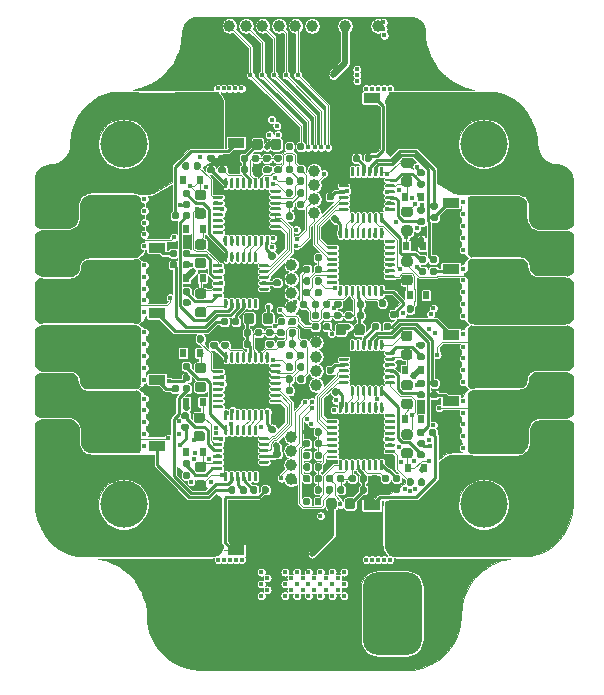
<source format=gbr>
%TF.GenerationSoftware,KiCad,Pcbnew,(5.1.6-0-10_14)*%
%TF.CreationDate,2021-04-11T14:49:42-04:00*%
%TF.ProjectId,F051_ESC-4in1-V2,46303531-5f45-4534-932d-34696e312d56,rev?*%
%TF.SameCoordinates,Original*%
%TF.FileFunction,Copper,L4,Bot*%
%TF.FilePolarity,Positive*%
%FSLAX46Y46*%
G04 Gerber Fmt 4.6, Leading zero omitted, Abs format (unit mm)*
G04 Created by KiCad (PCBNEW (5.1.6-0-10_14)) date 2021-04-11 14:49:42*
%MOMM*%
%LPD*%
G01*
G04 APERTURE LIST*
%TA.AperFunction,SMDPad,CuDef*%
%ADD10R,3.450000X3.450000*%
%TD*%
%TA.AperFunction,SMDPad,CuDef*%
%ADD11C,1.000000*%
%TD*%
%TA.AperFunction,SMDPad,CuDef*%
%ADD12R,1.450000X0.850000*%
%TD*%
%TA.AperFunction,SMDPad,CuDef*%
%ADD13R,1.050000X0.850000*%
%TD*%
%TA.AperFunction,SMDPad,CuDef*%
%ADD14R,3.750000X4.700000*%
%TD*%
%TA.AperFunction,SMDPad,CuDef*%
%ADD15R,2.700000X2.700000*%
%TD*%
%TA.AperFunction,SMDPad,CuDef*%
%ADD16R,0.600000X0.700000*%
%TD*%
%TA.AperFunction,ComponentPad*%
%ADD17C,4.000000*%
%TD*%
%TA.AperFunction,ViaPad*%
%ADD18C,0.457200*%
%TD*%
%TA.AperFunction,ViaPad*%
%ADD19C,0.450000*%
%TD*%
%TA.AperFunction,Conductor*%
%ADD20C,0.100000*%
%TD*%
%TA.AperFunction,Conductor*%
%ADD21C,0.250000*%
%TD*%
%TA.AperFunction,Conductor*%
%ADD22C,0.500000*%
%TD*%
G04 APERTURE END LIST*
D10*
%TO.P,U12,33*%
%TO.N,GND*%
X135160000Y-79000000D03*
%TO.P,U12,32*%
%TA.AperFunction,SMDPad,CuDef*%
G36*
G01*
X132347500Y-77125000D02*
X133097500Y-77125000D01*
G75*
G02*
X133160000Y-77187500I0J-62500D01*
G01*
X133160000Y-77312500D01*
G75*
G02*
X133097500Y-77375000I-62500J0D01*
G01*
X132347500Y-77375000D01*
G75*
G02*
X132285000Y-77312500I0J62500D01*
G01*
X132285000Y-77187500D01*
G75*
G02*
X132347500Y-77125000I62500J0D01*
G01*
G37*
%TD.AperFunction*%
%TO.P,U12,31*%
%TO.N,/MCU_4/BOOT0*%
%TA.AperFunction,SMDPad,CuDef*%
G36*
G01*
X132347500Y-77625000D02*
X133097500Y-77625000D01*
G75*
G02*
X133160000Y-77687500I0J-62500D01*
G01*
X133160000Y-77812500D01*
G75*
G02*
X133097500Y-77875000I-62500J0D01*
G01*
X132347500Y-77875000D01*
G75*
G02*
X132285000Y-77812500I0J62500D01*
G01*
X132285000Y-77687500D01*
G75*
G02*
X132347500Y-77625000I62500J0D01*
G01*
G37*
%TD.AperFunction*%
%TO.P,U12,30*%
%TO.N,/MCU_4/USART1_RX*%
%TA.AperFunction,SMDPad,CuDef*%
G36*
G01*
X132347500Y-78125000D02*
X133097500Y-78125000D01*
G75*
G02*
X133160000Y-78187500I0J-62500D01*
G01*
X133160000Y-78312500D01*
G75*
G02*
X133097500Y-78375000I-62500J0D01*
G01*
X132347500Y-78375000D01*
G75*
G02*
X132285000Y-78312500I0J62500D01*
G01*
X132285000Y-78187500D01*
G75*
G02*
X132347500Y-78125000I62500J0D01*
G01*
G37*
%TD.AperFunction*%
%TO.P,U12,29*%
%TO.N,/MCU_4/USART1_TX*%
%TA.AperFunction,SMDPad,CuDef*%
G36*
G01*
X132347500Y-78625000D02*
X133097500Y-78625000D01*
G75*
G02*
X133160000Y-78687500I0J-62500D01*
G01*
X133160000Y-78812500D01*
G75*
G02*
X133097500Y-78875000I-62500J0D01*
G01*
X132347500Y-78875000D01*
G75*
G02*
X132285000Y-78812500I0J62500D01*
G01*
X132285000Y-78687500D01*
G75*
G02*
X132347500Y-78625000I62500J0D01*
G01*
G37*
%TD.AperFunction*%
%TO.P,U12,28*%
%TO.N,N/C*%
%TA.AperFunction,SMDPad,CuDef*%
G36*
G01*
X132347500Y-79125000D02*
X133097500Y-79125000D01*
G75*
G02*
X133160000Y-79187500I0J-62500D01*
G01*
X133160000Y-79312500D01*
G75*
G02*
X133097500Y-79375000I-62500J0D01*
G01*
X132347500Y-79375000D01*
G75*
G02*
X132285000Y-79312500I0J62500D01*
G01*
X132285000Y-79187500D01*
G75*
G02*
X132347500Y-79125000I62500J0D01*
G01*
G37*
%TD.AperFunction*%
%TO.P,U12,27*%
%TA.AperFunction,SMDPad,CuDef*%
G36*
G01*
X132347500Y-79625000D02*
X133097500Y-79625000D01*
G75*
G02*
X133160000Y-79687500I0J-62500D01*
G01*
X133160000Y-79812500D01*
G75*
G02*
X133097500Y-79875000I-62500J0D01*
G01*
X132347500Y-79875000D01*
G75*
G02*
X132285000Y-79812500I0J62500D01*
G01*
X132285000Y-79687500D01*
G75*
G02*
X132347500Y-79625000I62500J0D01*
G01*
G37*
%TD.AperFunction*%
%TO.P,U12,26*%
%TA.AperFunction,SMDPad,CuDef*%
G36*
G01*
X132347500Y-80125000D02*
X133097500Y-80125000D01*
G75*
G02*
X133160000Y-80187500I0J-62500D01*
G01*
X133160000Y-80312500D01*
G75*
G02*
X133097500Y-80375000I-62500J0D01*
G01*
X132347500Y-80375000D01*
G75*
G02*
X132285000Y-80312500I0J62500D01*
G01*
X132285000Y-80187500D01*
G75*
G02*
X132347500Y-80125000I62500J0D01*
G01*
G37*
%TD.AperFunction*%
%TO.P,U12,25*%
%TA.AperFunction,SMDPad,CuDef*%
G36*
G01*
X132347500Y-80625000D02*
X133097500Y-80625000D01*
G75*
G02*
X133160000Y-80687500I0J-62500D01*
G01*
X133160000Y-80812500D01*
G75*
G02*
X133097500Y-80875000I-62500J0D01*
G01*
X132347500Y-80875000D01*
G75*
G02*
X132285000Y-80812500I0J62500D01*
G01*
X132285000Y-80687500D01*
G75*
G02*
X132347500Y-80625000I62500J0D01*
G01*
G37*
%TD.AperFunction*%
%TO.P,U12,24*%
%TO.N,/MCU_4/SWCLK*%
%TA.AperFunction,SMDPad,CuDef*%
G36*
G01*
X133347500Y-81000000D02*
X133472500Y-81000000D01*
G75*
G02*
X133535000Y-81062500I0J-62500D01*
G01*
X133535000Y-81812500D01*
G75*
G02*
X133472500Y-81875000I-62500J0D01*
G01*
X133347500Y-81875000D01*
G75*
G02*
X133285000Y-81812500I0J62500D01*
G01*
X133285000Y-81062500D01*
G75*
G02*
X133347500Y-81000000I62500J0D01*
G01*
G37*
%TD.AperFunction*%
%TO.P,U12,23*%
%TO.N,/MCU_4/SWDIO*%
%TA.AperFunction,SMDPad,CuDef*%
G36*
G01*
X133847500Y-81000000D02*
X133972500Y-81000000D01*
G75*
G02*
X134035000Y-81062500I0J-62500D01*
G01*
X134035000Y-81812500D01*
G75*
G02*
X133972500Y-81875000I-62500J0D01*
G01*
X133847500Y-81875000D01*
G75*
G02*
X133785000Y-81812500I0J62500D01*
G01*
X133785000Y-81062500D01*
G75*
G02*
X133847500Y-81000000I62500J0D01*
G01*
G37*
%TD.AperFunction*%
%TO.P,U12,22*%
%TO.N,N/C*%
%TA.AperFunction,SMDPad,CuDef*%
G36*
G01*
X134347500Y-81000000D02*
X134472500Y-81000000D01*
G75*
G02*
X134535000Y-81062500I0J-62500D01*
G01*
X134535000Y-81812500D01*
G75*
G02*
X134472500Y-81875000I-62500J0D01*
G01*
X134347500Y-81875000D01*
G75*
G02*
X134285000Y-81812500I0J62500D01*
G01*
X134285000Y-81062500D01*
G75*
G02*
X134347500Y-81000000I62500J0D01*
G01*
G37*
%TD.AperFunction*%
%TO.P,U12,21*%
%TA.AperFunction,SMDPad,CuDef*%
G36*
G01*
X134847500Y-81000000D02*
X134972500Y-81000000D01*
G75*
G02*
X135035000Y-81062500I0J-62500D01*
G01*
X135035000Y-81812500D01*
G75*
G02*
X134972500Y-81875000I-62500J0D01*
G01*
X134847500Y-81875000D01*
G75*
G02*
X134785000Y-81812500I0J62500D01*
G01*
X134785000Y-81062500D01*
G75*
G02*
X134847500Y-81000000I62500J0D01*
G01*
G37*
%TD.AperFunction*%
%TO.P,U12,20*%
%TO.N,/MOSFET_Driver_4/HIN1*%
%TA.AperFunction,SMDPad,CuDef*%
G36*
G01*
X135347500Y-81000000D02*
X135472500Y-81000000D01*
G75*
G02*
X135535000Y-81062500I0J-62500D01*
G01*
X135535000Y-81812500D01*
G75*
G02*
X135472500Y-81875000I-62500J0D01*
G01*
X135347500Y-81875000D01*
G75*
G02*
X135285000Y-81812500I0J62500D01*
G01*
X135285000Y-81062500D01*
G75*
G02*
X135347500Y-81000000I62500J0D01*
G01*
G37*
%TD.AperFunction*%
%TO.P,U12,19*%
%TO.N,/MCU_4/HIN2*%
%TA.AperFunction,SMDPad,CuDef*%
G36*
G01*
X135847500Y-81000000D02*
X135972500Y-81000000D01*
G75*
G02*
X136035000Y-81062500I0J-62500D01*
G01*
X136035000Y-81812500D01*
G75*
G02*
X135972500Y-81875000I-62500J0D01*
G01*
X135847500Y-81875000D01*
G75*
G02*
X135785000Y-81812500I0J62500D01*
G01*
X135785000Y-81062500D01*
G75*
G02*
X135847500Y-81000000I62500J0D01*
G01*
G37*
%TD.AperFunction*%
%TO.P,U12,18*%
%TO.N,/MCU_4/HIN1*%
%TA.AperFunction,SMDPad,CuDef*%
G36*
G01*
X136347500Y-81000000D02*
X136472500Y-81000000D01*
G75*
G02*
X136535000Y-81062500I0J-62500D01*
G01*
X136535000Y-81812500D01*
G75*
G02*
X136472500Y-81875000I-62500J0D01*
G01*
X136347500Y-81875000D01*
G75*
G02*
X136285000Y-81812500I0J62500D01*
G01*
X136285000Y-81062500D01*
G75*
G02*
X136347500Y-81000000I62500J0D01*
G01*
G37*
%TD.AperFunction*%
%TO.P,U12,17*%
%TO.N,+3V3*%
%TA.AperFunction,SMDPad,CuDef*%
G36*
G01*
X136847500Y-81000000D02*
X136972500Y-81000000D01*
G75*
G02*
X137035000Y-81062500I0J-62500D01*
G01*
X137035000Y-81812500D01*
G75*
G02*
X136972500Y-81875000I-62500J0D01*
G01*
X136847500Y-81875000D01*
G75*
G02*
X136785000Y-81812500I0J62500D01*
G01*
X136785000Y-81062500D01*
G75*
G02*
X136847500Y-81000000I62500J0D01*
G01*
G37*
%TD.AperFunction*%
%TO.P,U12,16*%
%TO.N,GND*%
%TA.AperFunction,SMDPad,CuDef*%
G36*
G01*
X137222500Y-80625000D02*
X137972500Y-80625000D01*
G75*
G02*
X138035000Y-80687500I0J-62500D01*
G01*
X138035000Y-80812500D01*
G75*
G02*
X137972500Y-80875000I-62500J0D01*
G01*
X137222500Y-80875000D01*
G75*
G02*
X137160000Y-80812500I0J62500D01*
G01*
X137160000Y-80687500D01*
G75*
G02*
X137222500Y-80625000I62500J0D01*
G01*
G37*
%TD.AperFunction*%
%TO.P,U12,15*%
%TO.N,/MCU_4/LIN1*%
%TA.AperFunction,SMDPad,CuDef*%
G36*
G01*
X137222500Y-80125000D02*
X137972500Y-80125000D01*
G75*
G02*
X138035000Y-80187500I0J-62500D01*
G01*
X138035000Y-80312500D01*
G75*
G02*
X137972500Y-80375000I-62500J0D01*
G01*
X137222500Y-80375000D01*
G75*
G02*
X137160000Y-80312500I0J62500D01*
G01*
X137160000Y-80187500D01*
G75*
G02*
X137222500Y-80125000I62500J0D01*
G01*
G37*
%TD.AperFunction*%
%TO.P,U12,14*%
%TO.N,/MCU_4/LIN2*%
%TA.AperFunction,SMDPad,CuDef*%
G36*
G01*
X137222500Y-79625000D02*
X137972500Y-79625000D01*
G75*
G02*
X138035000Y-79687500I0J-62500D01*
G01*
X138035000Y-79812500D01*
G75*
G02*
X137972500Y-79875000I-62500J0D01*
G01*
X137222500Y-79875000D01*
G75*
G02*
X137160000Y-79812500I0J62500D01*
G01*
X137160000Y-79687500D01*
G75*
G02*
X137222500Y-79625000I62500J0D01*
G01*
G37*
%TD.AperFunction*%
%TO.P,U12,13*%
%TO.N,/MCU_4/LIN3*%
%TA.AperFunction,SMDPad,CuDef*%
G36*
G01*
X137222500Y-79125000D02*
X137972500Y-79125000D01*
G75*
G02*
X138035000Y-79187500I0J-62500D01*
G01*
X138035000Y-79312500D01*
G75*
G02*
X137972500Y-79375000I-62500J0D01*
G01*
X137222500Y-79375000D01*
G75*
G02*
X137160000Y-79312500I0J62500D01*
G01*
X137160000Y-79187500D01*
G75*
G02*
X137222500Y-79125000I62500J0D01*
G01*
G37*
%TD.AperFunction*%
%TO.P,U12,12*%
%TO.N,N/C*%
%TA.AperFunction,SMDPad,CuDef*%
G36*
G01*
X137222500Y-78625000D02*
X137972500Y-78625000D01*
G75*
G02*
X138035000Y-78687500I0J-62500D01*
G01*
X138035000Y-78812500D01*
G75*
G02*
X137972500Y-78875000I-62500J0D01*
G01*
X137222500Y-78875000D01*
G75*
G02*
X137160000Y-78812500I0J62500D01*
G01*
X137160000Y-78687500D01*
G75*
G02*
X137222500Y-78625000I62500J0D01*
G01*
G37*
%TD.AperFunction*%
%TO.P,U12,11*%
%TO.N,/MCU_4/SenseA*%
%TA.AperFunction,SMDPad,CuDef*%
G36*
G01*
X137222500Y-78125000D02*
X137972500Y-78125000D01*
G75*
G02*
X138035000Y-78187500I0J-62500D01*
G01*
X138035000Y-78312500D01*
G75*
G02*
X137972500Y-78375000I-62500J0D01*
G01*
X137222500Y-78375000D01*
G75*
G02*
X137160000Y-78312500I0J62500D01*
G01*
X137160000Y-78187500D01*
G75*
G02*
X137222500Y-78125000I62500J0D01*
G01*
G37*
%TD.AperFunction*%
%TO.P,U12,10*%
%TO.N,/MCU_4/SenseB*%
%TA.AperFunction,SMDPad,CuDef*%
G36*
G01*
X137222500Y-77625000D02*
X137972500Y-77625000D01*
G75*
G02*
X138035000Y-77687500I0J-62500D01*
G01*
X138035000Y-77812500D01*
G75*
G02*
X137972500Y-77875000I-62500J0D01*
G01*
X137222500Y-77875000D01*
G75*
G02*
X137160000Y-77812500I0J62500D01*
G01*
X137160000Y-77687500D01*
G75*
G02*
X137222500Y-77625000I62500J0D01*
G01*
G37*
%TD.AperFunction*%
%TO.P,U12,9*%
%TO.N,N/C*%
%TA.AperFunction,SMDPad,CuDef*%
G36*
G01*
X137222500Y-77125000D02*
X137972500Y-77125000D01*
G75*
G02*
X138035000Y-77187500I0J-62500D01*
G01*
X138035000Y-77312500D01*
G75*
G02*
X137972500Y-77375000I-62500J0D01*
G01*
X137222500Y-77375000D01*
G75*
G02*
X137160000Y-77312500I0J62500D01*
G01*
X137160000Y-77187500D01*
G75*
G02*
X137222500Y-77125000I62500J0D01*
G01*
G37*
%TD.AperFunction*%
%TO.P,U12,8*%
%TO.N,Net-(R65-Pad1)*%
%TA.AperFunction,SMDPad,CuDef*%
G36*
G01*
X136847500Y-76125000D02*
X136972500Y-76125000D01*
G75*
G02*
X137035000Y-76187500I0J-62500D01*
G01*
X137035000Y-76937500D01*
G75*
G02*
X136972500Y-77000000I-62500J0D01*
G01*
X136847500Y-77000000D01*
G75*
G02*
X136785000Y-76937500I0J62500D01*
G01*
X136785000Y-76187500D01*
G75*
G02*
X136847500Y-76125000I62500J0D01*
G01*
G37*
%TD.AperFunction*%
%TO.P,U12,7*%
%TO.N,/MCU_4/SenseCOM*%
%TA.AperFunction,SMDPad,CuDef*%
G36*
G01*
X136347500Y-76125000D02*
X136472500Y-76125000D01*
G75*
G02*
X136535000Y-76187500I0J-62500D01*
G01*
X136535000Y-76937500D01*
G75*
G02*
X136472500Y-77000000I-62500J0D01*
G01*
X136347500Y-77000000D01*
G75*
G02*
X136285000Y-76937500I0J62500D01*
G01*
X136285000Y-76187500D01*
G75*
G02*
X136347500Y-76125000I62500J0D01*
G01*
G37*
%TD.AperFunction*%
%TO.P,U12,6*%
%TO.N,/MCU_4/SenseC*%
%TA.AperFunction,SMDPad,CuDef*%
G36*
G01*
X135847500Y-76125000D02*
X135972500Y-76125000D01*
G75*
G02*
X136035000Y-76187500I0J-62500D01*
G01*
X136035000Y-76937500D01*
G75*
G02*
X135972500Y-77000000I-62500J0D01*
G01*
X135847500Y-77000000D01*
G75*
G02*
X135785000Y-76937500I0J62500D01*
G01*
X135785000Y-76187500D01*
G75*
G02*
X135847500Y-76125000I62500J0D01*
G01*
G37*
%TD.AperFunction*%
%TO.P,U12,5*%
%TO.N,+3.3VA_4*%
%TA.AperFunction,SMDPad,CuDef*%
G36*
G01*
X135347500Y-76125000D02*
X135472500Y-76125000D01*
G75*
G02*
X135535000Y-76187500I0J-62500D01*
G01*
X135535000Y-76937500D01*
G75*
G02*
X135472500Y-77000000I-62500J0D01*
G01*
X135347500Y-77000000D01*
G75*
G02*
X135285000Y-76937500I0J62500D01*
G01*
X135285000Y-76187500D01*
G75*
G02*
X135347500Y-76125000I62500J0D01*
G01*
G37*
%TD.AperFunction*%
%TO.P,U12,4*%
%TO.N,/MCU_4/NRST*%
%TA.AperFunction,SMDPad,CuDef*%
G36*
G01*
X134847500Y-76125000D02*
X134972500Y-76125000D01*
G75*
G02*
X135035000Y-76187500I0J-62500D01*
G01*
X135035000Y-76937500D01*
G75*
G02*
X134972500Y-77000000I-62500J0D01*
G01*
X134847500Y-77000000D01*
G75*
G02*
X134785000Y-76937500I0J62500D01*
G01*
X134785000Y-76187500D01*
G75*
G02*
X134847500Y-76125000I62500J0D01*
G01*
G37*
%TD.AperFunction*%
%TO.P,U12,3*%
%TO.N,N/C*%
%TA.AperFunction,SMDPad,CuDef*%
G36*
G01*
X134347500Y-76125000D02*
X134472500Y-76125000D01*
G75*
G02*
X134535000Y-76187500I0J-62500D01*
G01*
X134535000Y-76937500D01*
G75*
G02*
X134472500Y-77000000I-62500J0D01*
G01*
X134347500Y-77000000D01*
G75*
G02*
X134285000Y-76937500I0J62500D01*
G01*
X134285000Y-76187500D01*
G75*
G02*
X134347500Y-76125000I62500J0D01*
G01*
G37*
%TD.AperFunction*%
%TO.P,U12,2*%
%TA.AperFunction,SMDPad,CuDef*%
G36*
G01*
X133847500Y-76125000D02*
X133972500Y-76125000D01*
G75*
G02*
X134035000Y-76187500I0J-62500D01*
G01*
X134035000Y-76937500D01*
G75*
G02*
X133972500Y-77000000I-62500J0D01*
G01*
X133847500Y-77000000D01*
G75*
G02*
X133785000Y-76937500I0J62500D01*
G01*
X133785000Y-76187500D01*
G75*
G02*
X133847500Y-76125000I62500J0D01*
G01*
G37*
%TD.AperFunction*%
%TO.P,U12,1*%
%TO.N,+3V3*%
%TA.AperFunction,SMDPad,CuDef*%
G36*
G01*
X133347500Y-76125000D02*
X133472500Y-76125000D01*
G75*
G02*
X133535000Y-76187500I0J-62500D01*
G01*
X133535000Y-76937500D01*
G75*
G02*
X133472500Y-77000000I-62500J0D01*
G01*
X133347500Y-77000000D01*
G75*
G02*
X133285000Y-76937500I0J62500D01*
G01*
X133285000Y-76187500D01*
G75*
G02*
X133347500Y-76125000I62500J0D01*
G01*
G37*
%TD.AperFunction*%
%TD*%
%TO.P,R65,2*%
%TO.N,/PWM_4*%
%TA.AperFunction,SMDPad,CuDef*%
G36*
G01*
X139450000Y-73652500D02*
X139450000Y-73307500D01*
G75*
G02*
X139597500Y-73160000I147500J0D01*
G01*
X139892500Y-73160000D01*
G75*
G02*
X140040000Y-73307500I0J-147500D01*
G01*
X140040000Y-73652500D01*
G75*
G02*
X139892500Y-73800000I-147500J0D01*
G01*
X139597500Y-73800000D01*
G75*
G02*
X139450000Y-73652500I0J147500D01*
G01*
G37*
%TD.AperFunction*%
%TO.P,R65,1*%
%TO.N,Net-(R65-Pad1)*%
%TA.AperFunction,SMDPad,CuDef*%
G36*
G01*
X138480000Y-73652500D02*
X138480000Y-73307500D01*
G75*
G02*
X138627500Y-73160000I147500J0D01*
G01*
X138922500Y-73160000D01*
G75*
G02*
X139070000Y-73307500I0J-147500D01*
G01*
X139070000Y-73652500D01*
G75*
G02*
X138922500Y-73800000I-147500J0D01*
G01*
X138627500Y-73800000D01*
G75*
G02*
X138480000Y-73652500I0J147500D01*
G01*
G37*
%TD.AperFunction*%
%TD*%
%TO.P,U9,33*%
%TO.N,GND*%
X135160000Y-93760000D03*
%TO.P,U9,32*%
%TA.AperFunction,SMDPad,CuDef*%
G36*
G01*
X132347500Y-91885000D02*
X133097500Y-91885000D01*
G75*
G02*
X133160000Y-91947500I0J-62500D01*
G01*
X133160000Y-92072500D01*
G75*
G02*
X133097500Y-92135000I-62500J0D01*
G01*
X132347500Y-92135000D01*
G75*
G02*
X132285000Y-92072500I0J62500D01*
G01*
X132285000Y-91947500D01*
G75*
G02*
X132347500Y-91885000I62500J0D01*
G01*
G37*
%TD.AperFunction*%
%TO.P,U9,31*%
%TO.N,/MCU 3/BOOT0*%
%TA.AperFunction,SMDPad,CuDef*%
G36*
G01*
X132347500Y-92385000D02*
X133097500Y-92385000D01*
G75*
G02*
X133160000Y-92447500I0J-62500D01*
G01*
X133160000Y-92572500D01*
G75*
G02*
X133097500Y-92635000I-62500J0D01*
G01*
X132347500Y-92635000D01*
G75*
G02*
X132285000Y-92572500I0J62500D01*
G01*
X132285000Y-92447500D01*
G75*
G02*
X132347500Y-92385000I62500J0D01*
G01*
G37*
%TD.AperFunction*%
%TO.P,U9,30*%
%TO.N,/MCU 3/USART1_RX*%
%TA.AperFunction,SMDPad,CuDef*%
G36*
G01*
X132347500Y-92885000D02*
X133097500Y-92885000D01*
G75*
G02*
X133160000Y-92947500I0J-62500D01*
G01*
X133160000Y-93072500D01*
G75*
G02*
X133097500Y-93135000I-62500J0D01*
G01*
X132347500Y-93135000D01*
G75*
G02*
X132285000Y-93072500I0J62500D01*
G01*
X132285000Y-92947500D01*
G75*
G02*
X132347500Y-92885000I62500J0D01*
G01*
G37*
%TD.AperFunction*%
%TO.P,U9,29*%
%TO.N,/MCU 3/USART1_TX*%
%TA.AperFunction,SMDPad,CuDef*%
G36*
G01*
X132347500Y-93385000D02*
X133097500Y-93385000D01*
G75*
G02*
X133160000Y-93447500I0J-62500D01*
G01*
X133160000Y-93572500D01*
G75*
G02*
X133097500Y-93635000I-62500J0D01*
G01*
X132347500Y-93635000D01*
G75*
G02*
X132285000Y-93572500I0J62500D01*
G01*
X132285000Y-93447500D01*
G75*
G02*
X132347500Y-93385000I62500J0D01*
G01*
G37*
%TD.AperFunction*%
%TO.P,U9,28*%
%TO.N,N/C*%
%TA.AperFunction,SMDPad,CuDef*%
G36*
G01*
X132347500Y-93885000D02*
X133097500Y-93885000D01*
G75*
G02*
X133160000Y-93947500I0J-62500D01*
G01*
X133160000Y-94072500D01*
G75*
G02*
X133097500Y-94135000I-62500J0D01*
G01*
X132347500Y-94135000D01*
G75*
G02*
X132285000Y-94072500I0J62500D01*
G01*
X132285000Y-93947500D01*
G75*
G02*
X132347500Y-93885000I62500J0D01*
G01*
G37*
%TD.AperFunction*%
%TO.P,U9,27*%
%TA.AperFunction,SMDPad,CuDef*%
G36*
G01*
X132347500Y-94385000D02*
X133097500Y-94385000D01*
G75*
G02*
X133160000Y-94447500I0J-62500D01*
G01*
X133160000Y-94572500D01*
G75*
G02*
X133097500Y-94635000I-62500J0D01*
G01*
X132347500Y-94635000D01*
G75*
G02*
X132285000Y-94572500I0J62500D01*
G01*
X132285000Y-94447500D01*
G75*
G02*
X132347500Y-94385000I62500J0D01*
G01*
G37*
%TD.AperFunction*%
%TO.P,U9,26*%
%TA.AperFunction,SMDPad,CuDef*%
G36*
G01*
X132347500Y-94885000D02*
X133097500Y-94885000D01*
G75*
G02*
X133160000Y-94947500I0J-62500D01*
G01*
X133160000Y-95072500D01*
G75*
G02*
X133097500Y-95135000I-62500J0D01*
G01*
X132347500Y-95135000D01*
G75*
G02*
X132285000Y-95072500I0J62500D01*
G01*
X132285000Y-94947500D01*
G75*
G02*
X132347500Y-94885000I62500J0D01*
G01*
G37*
%TD.AperFunction*%
%TO.P,U9,25*%
%TA.AperFunction,SMDPad,CuDef*%
G36*
G01*
X132347500Y-95385000D02*
X133097500Y-95385000D01*
G75*
G02*
X133160000Y-95447500I0J-62500D01*
G01*
X133160000Y-95572500D01*
G75*
G02*
X133097500Y-95635000I-62500J0D01*
G01*
X132347500Y-95635000D01*
G75*
G02*
X132285000Y-95572500I0J62500D01*
G01*
X132285000Y-95447500D01*
G75*
G02*
X132347500Y-95385000I62500J0D01*
G01*
G37*
%TD.AperFunction*%
%TO.P,U9,24*%
%TO.N,/MCU 3/SWCLK*%
%TA.AperFunction,SMDPad,CuDef*%
G36*
G01*
X133347500Y-95760000D02*
X133472500Y-95760000D01*
G75*
G02*
X133535000Y-95822500I0J-62500D01*
G01*
X133535000Y-96572500D01*
G75*
G02*
X133472500Y-96635000I-62500J0D01*
G01*
X133347500Y-96635000D01*
G75*
G02*
X133285000Y-96572500I0J62500D01*
G01*
X133285000Y-95822500D01*
G75*
G02*
X133347500Y-95760000I62500J0D01*
G01*
G37*
%TD.AperFunction*%
%TO.P,U9,23*%
%TO.N,/MCU 3/SWDIO*%
%TA.AperFunction,SMDPad,CuDef*%
G36*
G01*
X133847500Y-95760000D02*
X133972500Y-95760000D01*
G75*
G02*
X134035000Y-95822500I0J-62500D01*
G01*
X134035000Y-96572500D01*
G75*
G02*
X133972500Y-96635000I-62500J0D01*
G01*
X133847500Y-96635000D01*
G75*
G02*
X133785000Y-96572500I0J62500D01*
G01*
X133785000Y-95822500D01*
G75*
G02*
X133847500Y-95760000I62500J0D01*
G01*
G37*
%TD.AperFunction*%
%TO.P,U9,22*%
%TO.N,N/C*%
%TA.AperFunction,SMDPad,CuDef*%
G36*
G01*
X134347500Y-95760000D02*
X134472500Y-95760000D01*
G75*
G02*
X134535000Y-95822500I0J-62500D01*
G01*
X134535000Y-96572500D01*
G75*
G02*
X134472500Y-96635000I-62500J0D01*
G01*
X134347500Y-96635000D01*
G75*
G02*
X134285000Y-96572500I0J62500D01*
G01*
X134285000Y-95822500D01*
G75*
G02*
X134347500Y-95760000I62500J0D01*
G01*
G37*
%TD.AperFunction*%
%TO.P,U9,21*%
%TA.AperFunction,SMDPad,CuDef*%
G36*
G01*
X134847500Y-95760000D02*
X134972500Y-95760000D01*
G75*
G02*
X135035000Y-95822500I0J-62500D01*
G01*
X135035000Y-96572500D01*
G75*
G02*
X134972500Y-96635000I-62500J0D01*
G01*
X134847500Y-96635000D01*
G75*
G02*
X134785000Y-96572500I0J62500D01*
G01*
X134785000Y-95822500D01*
G75*
G02*
X134847500Y-95760000I62500J0D01*
G01*
G37*
%TD.AperFunction*%
%TO.P,U9,20*%
%TO.N,/MOSFET Driver 3/HIN1*%
%TA.AperFunction,SMDPad,CuDef*%
G36*
G01*
X135347500Y-95760000D02*
X135472500Y-95760000D01*
G75*
G02*
X135535000Y-95822500I0J-62500D01*
G01*
X135535000Y-96572500D01*
G75*
G02*
X135472500Y-96635000I-62500J0D01*
G01*
X135347500Y-96635000D01*
G75*
G02*
X135285000Y-96572500I0J62500D01*
G01*
X135285000Y-95822500D01*
G75*
G02*
X135347500Y-95760000I62500J0D01*
G01*
G37*
%TD.AperFunction*%
%TO.P,U9,19*%
%TO.N,/MCU 3/HIN2*%
%TA.AperFunction,SMDPad,CuDef*%
G36*
G01*
X135847500Y-95760000D02*
X135972500Y-95760000D01*
G75*
G02*
X136035000Y-95822500I0J-62500D01*
G01*
X136035000Y-96572500D01*
G75*
G02*
X135972500Y-96635000I-62500J0D01*
G01*
X135847500Y-96635000D01*
G75*
G02*
X135785000Y-96572500I0J62500D01*
G01*
X135785000Y-95822500D01*
G75*
G02*
X135847500Y-95760000I62500J0D01*
G01*
G37*
%TD.AperFunction*%
%TO.P,U9,18*%
%TO.N,/MCU 3/HIN1*%
%TA.AperFunction,SMDPad,CuDef*%
G36*
G01*
X136347500Y-95760000D02*
X136472500Y-95760000D01*
G75*
G02*
X136535000Y-95822500I0J-62500D01*
G01*
X136535000Y-96572500D01*
G75*
G02*
X136472500Y-96635000I-62500J0D01*
G01*
X136347500Y-96635000D01*
G75*
G02*
X136285000Y-96572500I0J62500D01*
G01*
X136285000Y-95822500D01*
G75*
G02*
X136347500Y-95760000I62500J0D01*
G01*
G37*
%TD.AperFunction*%
%TO.P,U9,17*%
%TO.N,+3V3*%
%TA.AperFunction,SMDPad,CuDef*%
G36*
G01*
X136847500Y-95760000D02*
X136972500Y-95760000D01*
G75*
G02*
X137035000Y-95822500I0J-62500D01*
G01*
X137035000Y-96572500D01*
G75*
G02*
X136972500Y-96635000I-62500J0D01*
G01*
X136847500Y-96635000D01*
G75*
G02*
X136785000Y-96572500I0J62500D01*
G01*
X136785000Y-95822500D01*
G75*
G02*
X136847500Y-95760000I62500J0D01*
G01*
G37*
%TD.AperFunction*%
%TO.P,U9,16*%
%TO.N,GND*%
%TA.AperFunction,SMDPad,CuDef*%
G36*
G01*
X137222500Y-95385000D02*
X137972500Y-95385000D01*
G75*
G02*
X138035000Y-95447500I0J-62500D01*
G01*
X138035000Y-95572500D01*
G75*
G02*
X137972500Y-95635000I-62500J0D01*
G01*
X137222500Y-95635000D01*
G75*
G02*
X137160000Y-95572500I0J62500D01*
G01*
X137160000Y-95447500D01*
G75*
G02*
X137222500Y-95385000I62500J0D01*
G01*
G37*
%TD.AperFunction*%
%TO.P,U9,15*%
%TO.N,/MCU 3/LIN1*%
%TA.AperFunction,SMDPad,CuDef*%
G36*
G01*
X137222500Y-94885000D02*
X137972500Y-94885000D01*
G75*
G02*
X138035000Y-94947500I0J-62500D01*
G01*
X138035000Y-95072500D01*
G75*
G02*
X137972500Y-95135000I-62500J0D01*
G01*
X137222500Y-95135000D01*
G75*
G02*
X137160000Y-95072500I0J62500D01*
G01*
X137160000Y-94947500D01*
G75*
G02*
X137222500Y-94885000I62500J0D01*
G01*
G37*
%TD.AperFunction*%
%TO.P,U9,14*%
%TO.N,/MCU 3/LIN2*%
%TA.AperFunction,SMDPad,CuDef*%
G36*
G01*
X137222500Y-94385000D02*
X137972500Y-94385000D01*
G75*
G02*
X138035000Y-94447500I0J-62500D01*
G01*
X138035000Y-94572500D01*
G75*
G02*
X137972500Y-94635000I-62500J0D01*
G01*
X137222500Y-94635000D01*
G75*
G02*
X137160000Y-94572500I0J62500D01*
G01*
X137160000Y-94447500D01*
G75*
G02*
X137222500Y-94385000I62500J0D01*
G01*
G37*
%TD.AperFunction*%
%TO.P,U9,13*%
%TO.N,/MCU 3/LIN3*%
%TA.AperFunction,SMDPad,CuDef*%
G36*
G01*
X137222500Y-93885000D02*
X137972500Y-93885000D01*
G75*
G02*
X138035000Y-93947500I0J-62500D01*
G01*
X138035000Y-94072500D01*
G75*
G02*
X137972500Y-94135000I-62500J0D01*
G01*
X137222500Y-94135000D01*
G75*
G02*
X137160000Y-94072500I0J62500D01*
G01*
X137160000Y-93947500D01*
G75*
G02*
X137222500Y-93885000I62500J0D01*
G01*
G37*
%TD.AperFunction*%
%TO.P,U9,12*%
%TO.N,N/C*%
%TA.AperFunction,SMDPad,CuDef*%
G36*
G01*
X137222500Y-93385000D02*
X137972500Y-93385000D01*
G75*
G02*
X138035000Y-93447500I0J-62500D01*
G01*
X138035000Y-93572500D01*
G75*
G02*
X137972500Y-93635000I-62500J0D01*
G01*
X137222500Y-93635000D01*
G75*
G02*
X137160000Y-93572500I0J62500D01*
G01*
X137160000Y-93447500D01*
G75*
G02*
X137222500Y-93385000I62500J0D01*
G01*
G37*
%TD.AperFunction*%
%TO.P,U9,11*%
%TO.N,/MCU 3/SenseA*%
%TA.AperFunction,SMDPad,CuDef*%
G36*
G01*
X137222500Y-92885000D02*
X137972500Y-92885000D01*
G75*
G02*
X138035000Y-92947500I0J-62500D01*
G01*
X138035000Y-93072500D01*
G75*
G02*
X137972500Y-93135000I-62500J0D01*
G01*
X137222500Y-93135000D01*
G75*
G02*
X137160000Y-93072500I0J62500D01*
G01*
X137160000Y-92947500D01*
G75*
G02*
X137222500Y-92885000I62500J0D01*
G01*
G37*
%TD.AperFunction*%
%TO.P,U9,10*%
%TO.N,/MCU 3/SenseB*%
%TA.AperFunction,SMDPad,CuDef*%
G36*
G01*
X137222500Y-92385000D02*
X137972500Y-92385000D01*
G75*
G02*
X138035000Y-92447500I0J-62500D01*
G01*
X138035000Y-92572500D01*
G75*
G02*
X137972500Y-92635000I-62500J0D01*
G01*
X137222500Y-92635000D01*
G75*
G02*
X137160000Y-92572500I0J62500D01*
G01*
X137160000Y-92447500D01*
G75*
G02*
X137222500Y-92385000I62500J0D01*
G01*
G37*
%TD.AperFunction*%
%TO.P,U9,9*%
%TO.N,N/C*%
%TA.AperFunction,SMDPad,CuDef*%
G36*
G01*
X137222500Y-91885000D02*
X137972500Y-91885000D01*
G75*
G02*
X138035000Y-91947500I0J-62500D01*
G01*
X138035000Y-92072500D01*
G75*
G02*
X137972500Y-92135000I-62500J0D01*
G01*
X137222500Y-92135000D01*
G75*
G02*
X137160000Y-92072500I0J62500D01*
G01*
X137160000Y-91947500D01*
G75*
G02*
X137222500Y-91885000I62500J0D01*
G01*
G37*
%TD.AperFunction*%
%TO.P,U9,8*%
%TO.N,Net-(R42-Pad1)*%
%TA.AperFunction,SMDPad,CuDef*%
G36*
G01*
X136847500Y-90885000D02*
X136972500Y-90885000D01*
G75*
G02*
X137035000Y-90947500I0J-62500D01*
G01*
X137035000Y-91697500D01*
G75*
G02*
X136972500Y-91760000I-62500J0D01*
G01*
X136847500Y-91760000D01*
G75*
G02*
X136785000Y-91697500I0J62500D01*
G01*
X136785000Y-90947500D01*
G75*
G02*
X136847500Y-90885000I62500J0D01*
G01*
G37*
%TD.AperFunction*%
%TO.P,U9,7*%
%TO.N,/MCU 3/SenseCOM*%
%TA.AperFunction,SMDPad,CuDef*%
G36*
G01*
X136347500Y-90885000D02*
X136472500Y-90885000D01*
G75*
G02*
X136535000Y-90947500I0J-62500D01*
G01*
X136535000Y-91697500D01*
G75*
G02*
X136472500Y-91760000I-62500J0D01*
G01*
X136347500Y-91760000D01*
G75*
G02*
X136285000Y-91697500I0J62500D01*
G01*
X136285000Y-90947500D01*
G75*
G02*
X136347500Y-90885000I62500J0D01*
G01*
G37*
%TD.AperFunction*%
%TO.P,U9,6*%
%TO.N,/MCU 3/SenseC*%
%TA.AperFunction,SMDPad,CuDef*%
G36*
G01*
X135847500Y-90885000D02*
X135972500Y-90885000D01*
G75*
G02*
X136035000Y-90947500I0J-62500D01*
G01*
X136035000Y-91697500D01*
G75*
G02*
X135972500Y-91760000I-62500J0D01*
G01*
X135847500Y-91760000D01*
G75*
G02*
X135785000Y-91697500I0J62500D01*
G01*
X135785000Y-90947500D01*
G75*
G02*
X135847500Y-90885000I62500J0D01*
G01*
G37*
%TD.AperFunction*%
%TO.P,U9,5*%
%TO.N,+3.3VA_3*%
%TA.AperFunction,SMDPad,CuDef*%
G36*
G01*
X135347500Y-90885000D02*
X135472500Y-90885000D01*
G75*
G02*
X135535000Y-90947500I0J-62500D01*
G01*
X135535000Y-91697500D01*
G75*
G02*
X135472500Y-91760000I-62500J0D01*
G01*
X135347500Y-91760000D01*
G75*
G02*
X135285000Y-91697500I0J62500D01*
G01*
X135285000Y-90947500D01*
G75*
G02*
X135347500Y-90885000I62500J0D01*
G01*
G37*
%TD.AperFunction*%
%TO.P,U9,4*%
%TO.N,/MCU 3/NRST*%
%TA.AperFunction,SMDPad,CuDef*%
G36*
G01*
X134847500Y-90885000D02*
X134972500Y-90885000D01*
G75*
G02*
X135035000Y-90947500I0J-62500D01*
G01*
X135035000Y-91697500D01*
G75*
G02*
X134972500Y-91760000I-62500J0D01*
G01*
X134847500Y-91760000D01*
G75*
G02*
X134785000Y-91697500I0J62500D01*
G01*
X134785000Y-90947500D01*
G75*
G02*
X134847500Y-90885000I62500J0D01*
G01*
G37*
%TD.AperFunction*%
%TO.P,U9,3*%
%TO.N,N/C*%
%TA.AperFunction,SMDPad,CuDef*%
G36*
G01*
X134347500Y-90885000D02*
X134472500Y-90885000D01*
G75*
G02*
X134535000Y-90947500I0J-62500D01*
G01*
X134535000Y-91697500D01*
G75*
G02*
X134472500Y-91760000I-62500J0D01*
G01*
X134347500Y-91760000D01*
G75*
G02*
X134285000Y-91697500I0J62500D01*
G01*
X134285000Y-90947500D01*
G75*
G02*
X134347500Y-90885000I62500J0D01*
G01*
G37*
%TD.AperFunction*%
%TO.P,U9,2*%
%TA.AperFunction,SMDPad,CuDef*%
G36*
G01*
X133847500Y-90885000D02*
X133972500Y-90885000D01*
G75*
G02*
X134035000Y-90947500I0J-62500D01*
G01*
X134035000Y-91697500D01*
G75*
G02*
X133972500Y-91760000I-62500J0D01*
G01*
X133847500Y-91760000D01*
G75*
G02*
X133785000Y-91697500I0J62500D01*
G01*
X133785000Y-90947500D01*
G75*
G02*
X133847500Y-90885000I62500J0D01*
G01*
G37*
%TD.AperFunction*%
%TO.P,U9,1*%
%TO.N,+3V3*%
%TA.AperFunction,SMDPad,CuDef*%
G36*
G01*
X133347500Y-90885000D02*
X133472500Y-90885000D01*
G75*
G02*
X133535000Y-90947500I0J-62500D01*
G01*
X133535000Y-91697500D01*
G75*
G02*
X133472500Y-91760000I-62500J0D01*
G01*
X133347500Y-91760000D01*
G75*
G02*
X133285000Y-91697500I0J62500D01*
G01*
X133285000Y-90947500D01*
G75*
G02*
X133347500Y-90885000I62500J0D01*
G01*
G37*
%TD.AperFunction*%
%TD*%
%TO.P,U6,33*%
%TO.N,GND*%
X144840000Y-83240000D03*
%TO.P,U6,32*%
%TA.AperFunction,SMDPad,CuDef*%
G36*
G01*
X147652500Y-85115000D02*
X146902500Y-85115000D01*
G75*
G02*
X146840000Y-85052500I0J62500D01*
G01*
X146840000Y-84927500D01*
G75*
G02*
X146902500Y-84865000I62500J0D01*
G01*
X147652500Y-84865000D01*
G75*
G02*
X147715000Y-84927500I0J-62500D01*
G01*
X147715000Y-85052500D01*
G75*
G02*
X147652500Y-85115000I-62500J0D01*
G01*
G37*
%TD.AperFunction*%
%TO.P,U6,31*%
%TO.N,/MCU_2/BOOT0*%
%TA.AperFunction,SMDPad,CuDef*%
G36*
G01*
X147652500Y-84615000D02*
X146902500Y-84615000D01*
G75*
G02*
X146840000Y-84552500I0J62500D01*
G01*
X146840000Y-84427500D01*
G75*
G02*
X146902500Y-84365000I62500J0D01*
G01*
X147652500Y-84365000D01*
G75*
G02*
X147715000Y-84427500I0J-62500D01*
G01*
X147715000Y-84552500D01*
G75*
G02*
X147652500Y-84615000I-62500J0D01*
G01*
G37*
%TD.AperFunction*%
%TO.P,U6,30*%
%TO.N,/MCU_2/USART1_RX*%
%TA.AperFunction,SMDPad,CuDef*%
G36*
G01*
X147652500Y-84115000D02*
X146902500Y-84115000D01*
G75*
G02*
X146840000Y-84052500I0J62500D01*
G01*
X146840000Y-83927500D01*
G75*
G02*
X146902500Y-83865000I62500J0D01*
G01*
X147652500Y-83865000D01*
G75*
G02*
X147715000Y-83927500I0J-62500D01*
G01*
X147715000Y-84052500D01*
G75*
G02*
X147652500Y-84115000I-62500J0D01*
G01*
G37*
%TD.AperFunction*%
%TO.P,U6,29*%
%TO.N,/MCU_2/USART1_TX*%
%TA.AperFunction,SMDPad,CuDef*%
G36*
G01*
X147652500Y-83615000D02*
X146902500Y-83615000D01*
G75*
G02*
X146840000Y-83552500I0J62500D01*
G01*
X146840000Y-83427500D01*
G75*
G02*
X146902500Y-83365000I62500J0D01*
G01*
X147652500Y-83365000D01*
G75*
G02*
X147715000Y-83427500I0J-62500D01*
G01*
X147715000Y-83552500D01*
G75*
G02*
X147652500Y-83615000I-62500J0D01*
G01*
G37*
%TD.AperFunction*%
%TO.P,U6,28*%
%TO.N,N/C*%
%TA.AperFunction,SMDPad,CuDef*%
G36*
G01*
X147652500Y-83115000D02*
X146902500Y-83115000D01*
G75*
G02*
X146840000Y-83052500I0J62500D01*
G01*
X146840000Y-82927500D01*
G75*
G02*
X146902500Y-82865000I62500J0D01*
G01*
X147652500Y-82865000D01*
G75*
G02*
X147715000Y-82927500I0J-62500D01*
G01*
X147715000Y-83052500D01*
G75*
G02*
X147652500Y-83115000I-62500J0D01*
G01*
G37*
%TD.AperFunction*%
%TO.P,U6,27*%
%TA.AperFunction,SMDPad,CuDef*%
G36*
G01*
X147652500Y-82615000D02*
X146902500Y-82615000D01*
G75*
G02*
X146840000Y-82552500I0J62500D01*
G01*
X146840000Y-82427500D01*
G75*
G02*
X146902500Y-82365000I62500J0D01*
G01*
X147652500Y-82365000D01*
G75*
G02*
X147715000Y-82427500I0J-62500D01*
G01*
X147715000Y-82552500D01*
G75*
G02*
X147652500Y-82615000I-62500J0D01*
G01*
G37*
%TD.AperFunction*%
%TO.P,U6,26*%
%TA.AperFunction,SMDPad,CuDef*%
G36*
G01*
X147652500Y-82115000D02*
X146902500Y-82115000D01*
G75*
G02*
X146840000Y-82052500I0J62500D01*
G01*
X146840000Y-81927500D01*
G75*
G02*
X146902500Y-81865000I62500J0D01*
G01*
X147652500Y-81865000D01*
G75*
G02*
X147715000Y-81927500I0J-62500D01*
G01*
X147715000Y-82052500D01*
G75*
G02*
X147652500Y-82115000I-62500J0D01*
G01*
G37*
%TD.AperFunction*%
%TO.P,U6,25*%
%TA.AperFunction,SMDPad,CuDef*%
G36*
G01*
X147652500Y-81615000D02*
X146902500Y-81615000D01*
G75*
G02*
X146840000Y-81552500I0J62500D01*
G01*
X146840000Y-81427500D01*
G75*
G02*
X146902500Y-81365000I62500J0D01*
G01*
X147652500Y-81365000D01*
G75*
G02*
X147715000Y-81427500I0J-62500D01*
G01*
X147715000Y-81552500D01*
G75*
G02*
X147652500Y-81615000I-62500J0D01*
G01*
G37*
%TD.AperFunction*%
%TO.P,U6,24*%
%TO.N,/MCU_2/SWCLK*%
%TA.AperFunction,SMDPad,CuDef*%
G36*
G01*
X146652500Y-81240000D02*
X146527500Y-81240000D01*
G75*
G02*
X146465000Y-81177500I0J62500D01*
G01*
X146465000Y-80427500D01*
G75*
G02*
X146527500Y-80365000I62500J0D01*
G01*
X146652500Y-80365000D01*
G75*
G02*
X146715000Y-80427500I0J-62500D01*
G01*
X146715000Y-81177500D01*
G75*
G02*
X146652500Y-81240000I-62500J0D01*
G01*
G37*
%TD.AperFunction*%
%TO.P,U6,23*%
%TO.N,/MCU_2/SWDIO*%
%TA.AperFunction,SMDPad,CuDef*%
G36*
G01*
X146152500Y-81240000D02*
X146027500Y-81240000D01*
G75*
G02*
X145965000Y-81177500I0J62500D01*
G01*
X145965000Y-80427500D01*
G75*
G02*
X146027500Y-80365000I62500J0D01*
G01*
X146152500Y-80365000D01*
G75*
G02*
X146215000Y-80427500I0J-62500D01*
G01*
X146215000Y-81177500D01*
G75*
G02*
X146152500Y-81240000I-62500J0D01*
G01*
G37*
%TD.AperFunction*%
%TO.P,U6,22*%
%TO.N,N/C*%
%TA.AperFunction,SMDPad,CuDef*%
G36*
G01*
X145652500Y-81240000D02*
X145527500Y-81240000D01*
G75*
G02*
X145465000Y-81177500I0J62500D01*
G01*
X145465000Y-80427500D01*
G75*
G02*
X145527500Y-80365000I62500J0D01*
G01*
X145652500Y-80365000D01*
G75*
G02*
X145715000Y-80427500I0J-62500D01*
G01*
X145715000Y-81177500D01*
G75*
G02*
X145652500Y-81240000I-62500J0D01*
G01*
G37*
%TD.AperFunction*%
%TO.P,U6,21*%
%TA.AperFunction,SMDPad,CuDef*%
G36*
G01*
X145152500Y-81240000D02*
X145027500Y-81240000D01*
G75*
G02*
X144965000Y-81177500I0J62500D01*
G01*
X144965000Y-80427500D01*
G75*
G02*
X145027500Y-80365000I62500J0D01*
G01*
X145152500Y-80365000D01*
G75*
G02*
X145215000Y-80427500I0J-62500D01*
G01*
X145215000Y-81177500D01*
G75*
G02*
X145152500Y-81240000I-62500J0D01*
G01*
G37*
%TD.AperFunction*%
%TO.P,U6,20*%
%TO.N,/MOSFET_Driver_2/HIN1*%
%TA.AperFunction,SMDPad,CuDef*%
G36*
G01*
X144652500Y-81240000D02*
X144527500Y-81240000D01*
G75*
G02*
X144465000Y-81177500I0J62500D01*
G01*
X144465000Y-80427500D01*
G75*
G02*
X144527500Y-80365000I62500J0D01*
G01*
X144652500Y-80365000D01*
G75*
G02*
X144715000Y-80427500I0J-62500D01*
G01*
X144715000Y-81177500D01*
G75*
G02*
X144652500Y-81240000I-62500J0D01*
G01*
G37*
%TD.AperFunction*%
%TO.P,U6,19*%
%TO.N,/MCU_2/HIN2*%
%TA.AperFunction,SMDPad,CuDef*%
G36*
G01*
X144152500Y-81240000D02*
X144027500Y-81240000D01*
G75*
G02*
X143965000Y-81177500I0J62500D01*
G01*
X143965000Y-80427500D01*
G75*
G02*
X144027500Y-80365000I62500J0D01*
G01*
X144152500Y-80365000D01*
G75*
G02*
X144215000Y-80427500I0J-62500D01*
G01*
X144215000Y-81177500D01*
G75*
G02*
X144152500Y-81240000I-62500J0D01*
G01*
G37*
%TD.AperFunction*%
%TO.P,U6,18*%
%TO.N,/MCU_2/HIN1*%
%TA.AperFunction,SMDPad,CuDef*%
G36*
G01*
X143652500Y-81240000D02*
X143527500Y-81240000D01*
G75*
G02*
X143465000Y-81177500I0J62500D01*
G01*
X143465000Y-80427500D01*
G75*
G02*
X143527500Y-80365000I62500J0D01*
G01*
X143652500Y-80365000D01*
G75*
G02*
X143715000Y-80427500I0J-62500D01*
G01*
X143715000Y-81177500D01*
G75*
G02*
X143652500Y-81240000I-62500J0D01*
G01*
G37*
%TD.AperFunction*%
%TO.P,U6,17*%
%TO.N,+3V3*%
%TA.AperFunction,SMDPad,CuDef*%
G36*
G01*
X143152500Y-81240000D02*
X143027500Y-81240000D01*
G75*
G02*
X142965000Y-81177500I0J62500D01*
G01*
X142965000Y-80427500D01*
G75*
G02*
X143027500Y-80365000I62500J0D01*
G01*
X143152500Y-80365000D01*
G75*
G02*
X143215000Y-80427500I0J-62500D01*
G01*
X143215000Y-81177500D01*
G75*
G02*
X143152500Y-81240000I-62500J0D01*
G01*
G37*
%TD.AperFunction*%
%TO.P,U6,16*%
%TO.N,GND*%
%TA.AperFunction,SMDPad,CuDef*%
G36*
G01*
X142777500Y-81615000D02*
X142027500Y-81615000D01*
G75*
G02*
X141965000Y-81552500I0J62500D01*
G01*
X141965000Y-81427500D01*
G75*
G02*
X142027500Y-81365000I62500J0D01*
G01*
X142777500Y-81365000D01*
G75*
G02*
X142840000Y-81427500I0J-62500D01*
G01*
X142840000Y-81552500D01*
G75*
G02*
X142777500Y-81615000I-62500J0D01*
G01*
G37*
%TD.AperFunction*%
%TO.P,U6,15*%
%TO.N,/MCU_2/LIN1*%
%TA.AperFunction,SMDPad,CuDef*%
G36*
G01*
X142777500Y-82115000D02*
X142027500Y-82115000D01*
G75*
G02*
X141965000Y-82052500I0J62500D01*
G01*
X141965000Y-81927500D01*
G75*
G02*
X142027500Y-81865000I62500J0D01*
G01*
X142777500Y-81865000D01*
G75*
G02*
X142840000Y-81927500I0J-62500D01*
G01*
X142840000Y-82052500D01*
G75*
G02*
X142777500Y-82115000I-62500J0D01*
G01*
G37*
%TD.AperFunction*%
%TO.P,U6,14*%
%TO.N,/MCU_2/LIN2*%
%TA.AperFunction,SMDPad,CuDef*%
G36*
G01*
X142777500Y-82615000D02*
X142027500Y-82615000D01*
G75*
G02*
X141965000Y-82552500I0J62500D01*
G01*
X141965000Y-82427500D01*
G75*
G02*
X142027500Y-82365000I62500J0D01*
G01*
X142777500Y-82365000D01*
G75*
G02*
X142840000Y-82427500I0J-62500D01*
G01*
X142840000Y-82552500D01*
G75*
G02*
X142777500Y-82615000I-62500J0D01*
G01*
G37*
%TD.AperFunction*%
%TO.P,U6,13*%
%TO.N,/MCU_2/LIN3*%
%TA.AperFunction,SMDPad,CuDef*%
G36*
G01*
X142777500Y-83115000D02*
X142027500Y-83115000D01*
G75*
G02*
X141965000Y-83052500I0J62500D01*
G01*
X141965000Y-82927500D01*
G75*
G02*
X142027500Y-82865000I62500J0D01*
G01*
X142777500Y-82865000D01*
G75*
G02*
X142840000Y-82927500I0J-62500D01*
G01*
X142840000Y-83052500D01*
G75*
G02*
X142777500Y-83115000I-62500J0D01*
G01*
G37*
%TD.AperFunction*%
%TO.P,U6,12*%
%TO.N,N/C*%
%TA.AperFunction,SMDPad,CuDef*%
G36*
G01*
X142777500Y-83615000D02*
X142027500Y-83615000D01*
G75*
G02*
X141965000Y-83552500I0J62500D01*
G01*
X141965000Y-83427500D01*
G75*
G02*
X142027500Y-83365000I62500J0D01*
G01*
X142777500Y-83365000D01*
G75*
G02*
X142840000Y-83427500I0J-62500D01*
G01*
X142840000Y-83552500D01*
G75*
G02*
X142777500Y-83615000I-62500J0D01*
G01*
G37*
%TD.AperFunction*%
%TO.P,U6,11*%
%TO.N,/MCU_2/SenseA*%
%TA.AperFunction,SMDPad,CuDef*%
G36*
G01*
X142777500Y-84115000D02*
X142027500Y-84115000D01*
G75*
G02*
X141965000Y-84052500I0J62500D01*
G01*
X141965000Y-83927500D01*
G75*
G02*
X142027500Y-83865000I62500J0D01*
G01*
X142777500Y-83865000D01*
G75*
G02*
X142840000Y-83927500I0J-62500D01*
G01*
X142840000Y-84052500D01*
G75*
G02*
X142777500Y-84115000I-62500J0D01*
G01*
G37*
%TD.AperFunction*%
%TO.P,U6,10*%
%TO.N,/MCU_2/SenseB*%
%TA.AperFunction,SMDPad,CuDef*%
G36*
G01*
X142777500Y-84615000D02*
X142027500Y-84615000D01*
G75*
G02*
X141965000Y-84552500I0J62500D01*
G01*
X141965000Y-84427500D01*
G75*
G02*
X142027500Y-84365000I62500J0D01*
G01*
X142777500Y-84365000D01*
G75*
G02*
X142840000Y-84427500I0J-62500D01*
G01*
X142840000Y-84552500D01*
G75*
G02*
X142777500Y-84615000I-62500J0D01*
G01*
G37*
%TD.AperFunction*%
%TO.P,U6,9*%
%TO.N,N/C*%
%TA.AperFunction,SMDPad,CuDef*%
G36*
G01*
X142777500Y-85115000D02*
X142027500Y-85115000D01*
G75*
G02*
X141965000Y-85052500I0J62500D01*
G01*
X141965000Y-84927500D01*
G75*
G02*
X142027500Y-84865000I62500J0D01*
G01*
X142777500Y-84865000D01*
G75*
G02*
X142840000Y-84927500I0J-62500D01*
G01*
X142840000Y-85052500D01*
G75*
G02*
X142777500Y-85115000I-62500J0D01*
G01*
G37*
%TD.AperFunction*%
%TO.P,U6,8*%
%TO.N,Net-(R25-Pad1)*%
%TA.AperFunction,SMDPad,CuDef*%
G36*
G01*
X143152500Y-86115000D02*
X143027500Y-86115000D01*
G75*
G02*
X142965000Y-86052500I0J62500D01*
G01*
X142965000Y-85302500D01*
G75*
G02*
X143027500Y-85240000I62500J0D01*
G01*
X143152500Y-85240000D01*
G75*
G02*
X143215000Y-85302500I0J-62500D01*
G01*
X143215000Y-86052500D01*
G75*
G02*
X143152500Y-86115000I-62500J0D01*
G01*
G37*
%TD.AperFunction*%
%TO.P,U6,7*%
%TO.N,/MCU_2/SenseCOM*%
%TA.AperFunction,SMDPad,CuDef*%
G36*
G01*
X143652500Y-86115000D02*
X143527500Y-86115000D01*
G75*
G02*
X143465000Y-86052500I0J62500D01*
G01*
X143465000Y-85302500D01*
G75*
G02*
X143527500Y-85240000I62500J0D01*
G01*
X143652500Y-85240000D01*
G75*
G02*
X143715000Y-85302500I0J-62500D01*
G01*
X143715000Y-86052500D01*
G75*
G02*
X143652500Y-86115000I-62500J0D01*
G01*
G37*
%TD.AperFunction*%
%TO.P,U6,6*%
%TO.N,/MCU_2/SenseC*%
%TA.AperFunction,SMDPad,CuDef*%
G36*
G01*
X144152500Y-86115000D02*
X144027500Y-86115000D01*
G75*
G02*
X143965000Y-86052500I0J62500D01*
G01*
X143965000Y-85302500D01*
G75*
G02*
X144027500Y-85240000I62500J0D01*
G01*
X144152500Y-85240000D01*
G75*
G02*
X144215000Y-85302500I0J-62500D01*
G01*
X144215000Y-86052500D01*
G75*
G02*
X144152500Y-86115000I-62500J0D01*
G01*
G37*
%TD.AperFunction*%
%TO.P,U6,5*%
%TO.N,+3.3VA_2*%
%TA.AperFunction,SMDPad,CuDef*%
G36*
G01*
X144652500Y-86115000D02*
X144527500Y-86115000D01*
G75*
G02*
X144465000Y-86052500I0J62500D01*
G01*
X144465000Y-85302500D01*
G75*
G02*
X144527500Y-85240000I62500J0D01*
G01*
X144652500Y-85240000D01*
G75*
G02*
X144715000Y-85302500I0J-62500D01*
G01*
X144715000Y-86052500D01*
G75*
G02*
X144652500Y-86115000I-62500J0D01*
G01*
G37*
%TD.AperFunction*%
%TO.P,U6,4*%
%TO.N,/MCU_2/NRST*%
%TA.AperFunction,SMDPad,CuDef*%
G36*
G01*
X145152500Y-86115000D02*
X145027500Y-86115000D01*
G75*
G02*
X144965000Y-86052500I0J62500D01*
G01*
X144965000Y-85302500D01*
G75*
G02*
X145027500Y-85240000I62500J0D01*
G01*
X145152500Y-85240000D01*
G75*
G02*
X145215000Y-85302500I0J-62500D01*
G01*
X145215000Y-86052500D01*
G75*
G02*
X145152500Y-86115000I-62500J0D01*
G01*
G37*
%TD.AperFunction*%
%TO.P,U6,3*%
%TO.N,N/C*%
%TA.AperFunction,SMDPad,CuDef*%
G36*
G01*
X145652500Y-86115000D02*
X145527500Y-86115000D01*
G75*
G02*
X145465000Y-86052500I0J62500D01*
G01*
X145465000Y-85302500D01*
G75*
G02*
X145527500Y-85240000I62500J0D01*
G01*
X145652500Y-85240000D01*
G75*
G02*
X145715000Y-85302500I0J-62500D01*
G01*
X145715000Y-86052500D01*
G75*
G02*
X145652500Y-86115000I-62500J0D01*
G01*
G37*
%TD.AperFunction*%
%TO.P,U6,2*%
%TA.AperFunction,SMDPad,CuDef*%
G36*
G01*
X146152500Y-86115000D02*
X146027500Y-86115000D01*
G75*
G02*
X145965000Y-86052500I0J62500D01*
G01*
X145965000Y-85302500D01*
G75*
G02*
X146027500Y-85240000I62500J0D01*
G01*
X146152500Y-85240000D01*
G75*
G02*
X146215000Y-85302500I0J-62500D01*
G01*
X146215000Y-86052500D01*
G75*
G02*
X146152500Y-86115000I-62500J0D01*
G01*
G37*
%TD.AperFunction*%
%TO.P,U6,1*%
%TO.N,+3V3*%
%TA.AperFunction,SMDPad,CuDef*%
G36*
G01*
X146652500Y-86115000D02*
X146527500Y-86115000D01*
G75*
G02*
X146465000Y-86052500I0J62500D01*
G01*
X146465000Y-85302500D01*
G75*
G02*
X146527500Y-85240000I62500J0D01*
G01*
X146652500Y-85240000D01*
G75*
G02*
X146715000Y-85302500I0J-62500D01*
G01*
X146715000Y-86052500D01*
G75*
G02*
X146652500Y-86115000I-62500J0D01*
G01*
G37*
%TD.AperFunction*%
%TD*%
%TO.P,R25,2*%
%TO.N,/PWM_2*%
%TA.AperFunction,SMDPad,CuDef*%
G36*
G01*
X141280000Y-88547500D02*
X141280000Y-88892500D01*
G75*
G02*
X141132500Y-89040000I-147500J0D01*
G01*
X140837500Y-89040000D01*
G75*
G02*
X140690000Y-88892500I0J147500D01*
G01*
X140690000Y-88547500D01*
G75*
G02*
X140837500Y-88400000I147500J0D01*
G01*
X141132500Y-88400000D01*
G75*
G02*
X141280000Y-88547500I0J-147500D01*
G01*
G37*
%TD.AperFunction*%
%TO.P,R25,1*%
%TO.N,Net-(R25-Pad1)*%
%TA.AperFunction,SMDPad,CuDef*%
G36*
G01*
X142250000Y-88547500D02*
X142250000Y-88892500D01*
G75*
G02*
X142102500Y-89040000I-147500J0D01*
G01*
X141807500Y-89040000D01*
G75*
G02*
X141660000Y-88892500I0J147500D01*
G01*
X141660000Y-88547500D01*
G75*
G02*
X141807500Y-88400000I147500J0D01*
G01*
X142102500Y-88400000D01*
G75*
G02*
X142250000Y-88547500I0J-147500D01*
G01*
G37*
%TD.AperFunction*%
%TD*%
%TO.P,U2,33*%
%TO.N,GND*%
X144840000Y-98000000D03*
%TO.P,U2,32*%
%TA.AperFunction,SMDPad,CuDef*%
G36*
G01*
X147652500Y-99875000D02*
X146902500Y-99875000D01*
G75*
G02*
X146840000Y-99812500I0J62500D01*
G01*
X146840000Y-99687500D01*
G75*
G02*
X146902500Y-99625000I62500J0D01*
G01*
X147652500Y-99625000D01*
G75*
G02*
X147715000Y-99687500I0J-62500D01*
G01*
X147715000Y-99812500D01*
G75*
G02*
X147652500Y-99875000I-62500J0D01*
G01*
G37*
%TD.AperFunction*%
%TO.P,U2,31*%
%TO.N,/MCU_1/BOOT0*%
%TA.AperFunction,SMDPad,CuDef*%
G36*
G01*
X147652500Y-99375000D02*
X146902500Y-99375000D01*
G75*
G02*
X146840000Y-99312500I0J62500D01*
G01*
X146840000Y-99187500D01*
G75*
G02*
X146902500Y-99125000I62500J0D01*
G01*
X147652500Y-99125000D01*
G75*
G02*
X147715000Y-99187500I0J-62500D01*
G01*
X147715000Y-99312500D01*
G75*
G02*
X147652500Y-99375000I-62500J0D01*
G01*
G37*
%TD.AperFunction*%
%TO.P,U2,30*%
%TO.N,/MCU_1/USART1_RX*%
%TA.AperFunction,SMDPad,CuDef*%
G36*
G01*
X147652500Y-98875000D02*
X146902500Y-98875000D01*
G75*
G02*
X146840000Y-98812500I0J62500D01*
G01*
X146840000Y-98687500D01*
G75*
G02*
X146902500Y-98625000I62500J0D01*
G01*
X147652500Y-98625000D01*
G75*
G02*
X147715000Y-98687500I0J-62500D01*
G01*
X147715000Y-98812500D01*
G75*
G02*
X147652500Y-98875000I-62500J0D01*
G01*
G37*
%TD.AperFunction*%
%TO.P,U2,29*%
%TO.N,/MCU_1/USART1_TX*%
%TA.AperFunction,SMDPad,CuDef*%
G36*
G01*
X147652500Y-98375000D02*
X146902500Y-98375000D01*
G75*
G02*
X146840000Y-98312500I0J62500D01*
G01*
X146840000Y-98187500D01*
G75*
G02*
X146902500Y-98125000I62500J0D01*
G01*
X147652500Y-98125000D01*
G75*
G02*
X147715000Y-98187500I0J-62500D01*
G01*
X147715000Y-98312500D01*
G75*
G02*
X147652500Y-98375000I-62500J0D01*
G01*
G37*
%TD.AperFunction*%
%TO.P,U2,28*%
%TO.N,N/C*%
%TA.AperFunction,SMDPad,CuDef*%
G36*
G01*
X147652500Y-97875000D02*
X146902500Y-97875000D01*
G75*
G02*
X146840000Y-97812500I0J62500D01*
G01*
X146840000Y-97687500D01*
G75*
G02*
X146902500Y-97625000I62500J0D01*
G01*
X147652500Y-97625000D01*
G75*
G02*
X147715000Y-97687500I0J-62500D01*
G01*
X147715000Y-97812500D01*
G75*
G02*
X147652500Y-97875000I-62500J0D01*
G01*
G37*
%TD.AperFunction*%
%TO.P,U2,27*%
%TA.AperFunction,SMDPad,CuDef*%
G36*
G01*
X147652500Y-97375000D02*
X146902500Y-97375000D01*
G75*
G02*
X146840000Y-97312500I0J62500D01*
G01*
X146840000Y-97187500D01*
G75*
G02*
X146902500Y-97125000I62500J0D01*
G01*
X147652500Y-97125000D01*
G75*
G02*
X147715000Y-97187500I0J-62500D01*
G01*
X147715000Y-97312500D01*
G75*
G02*
X147652500Y-97375000I-62500J0D01*
G01*
G37*
%TD.AperFunction*%
%TO.P,U2,26*%
%TA.AperFunction,SMDPad,CuDef*%
G36*
G01*
X147652500Y-96875000D02*
X146902500Y-96875000D01*
G75*
G02*
X146840000Y-96812500I0J62500D01*
G01*
X146840000Y-96687500D01*
G75*
G02*
X146902500Y-96625000I62500J0D01*
G01*
X147652500Y-96625000D01*
G75*
G02*
X147715000Y-96687500I0J-62500D01*
G01*
X147715000Y-96812500D01*
G75*
G02*
X147652500Y-96875000I-62500J0D01*
G01*
G37*
%TD.AperFunction*%
%TO.P,U2,25*%
%TA.AperFunction,SMDPad,CuDef*%
G36*
G01*
X147652500Y-96375000D02*
X146902500Y-96375000D01*
G75*
G02*
X146840000Y-96312500I0J62500D01*
G01*
X146840000Y-96187500D01*
G75*
G02*
X146902500Y-96125000I62500J0D01*
G01*
X147652500Y-96125000D01*
G75*
G02*
X147715000Y-96187500I0J-62500D01*
G01*
X147715000Y-96312500D01*
G75*
G02*
X147652500Y-96375000I-62500J0D01*
G01*
G37*
%TD.AperFunction*%
%TO.P,U2,24*%
%TO.N,/MCU_1/SWCLK*%
%TA.AperFunction,SMDPad,CuDef*%
G36*
G01*
X146652500Y-96000000D02*
X146527500Y-96000000D01*
G75*
G02*
X146465000Y-95937500I0J62500D01*
G01*
X146465000Y-95187500D01*
G75*
G02*
X146527500Y-95125000I62500J0D01*
G01*
X146652500Y-95125000D01*
G75*
G02*
X146715000Y-95187500I0J-62500D01*
G01*
X146715000Y-95937500D01*
G75*
G02*
X146652500Y-96000000I-62500J0D01*
G01*
G37*
%TD.AperFunction*%
%TO.P,U2,23*%
%TO.N,/MCU_1/SWDIO*%
%TA.AperFunction,SMDPad,CuDef*%
G36*
G01*
X146152500Y-96000000D02*
X146027500Y-96000000D01*
G75*
G02*
X145965000Y-95937500I0J62500D01*
G01*
X145965000Y-95187500D01*
G75*
G02*
X146027500Y-95125000I62500J0D01*
G01*
X146152500Y-95125000D01*
G75*
G02*
X146215000Y-95187500I0J-62500D01*
G01*
X146215000Y-95937500D01*
G75*
G02*
X146152500Y-96000000I-62500J0D01*
G01*
G37*
%TD.AperFunction*%
%TO.P,U2,22*%
%TO.N,N/C*%
%TA.AperFunction,SMDPad,CuDef*%
G36*
G01*
X145652500Y-96000000D02*
X145527500Y-96000000D01*
G75*
G02*
X145465000Y-95937500I0J62500D01*
G01*
X145465000Y-95187500D01*
G75*
G02*
X145527500Y-95125000I62500J0D01*
G01*
X145652500Y-95125000D01*
G75*
G02*
X145715000Y-95187500I0J-62500D01*
G01*
X145715000Y-95937500D01*
G75*
G02*
X145652500Y-96000000I-62500J0D01*
G01*
G37*
%TD.AperFunction*%
%TO.P,U2,21*%
%TA.AperFunction,SMDPad,CuDef*%
G36*
G01*
X145152500Y-96000000D02*
X145027500Y-96000000D01*
G75*
G02*
X144965000Y-95937500I0J62500D01*
G01*
X144965000Y-95187500D01*
G75*
G02*
X145027500Y-95125000I62500J0D01*
G01*
X145152500Y-95125000D01*
G75*
G02*
X145215000Y-95187500I0J-62500D01*
G01*
X145215000Y-95937500D01*
G75*
G02*
X145152500Y-96000000I-62500J0D01*
G01*
G37*
%TD.AperFunction*%
%TO.P,U2,20*%
%TO.N,/MOSFET_Driver_1/HIN1*%
%TA.AperFunction,SMDPad,CuDef*%
G36*
G01*
X144652500Y-96000000D02*
X144527500Y-96000000D01*
G75*
G02*
X144465000Y-95937500I0J62500D01*
G01*
X144465000Y-95187500D01*
G75*
G02*
X144527500Y-95125000I62500J0D01*
G01*
X144652500Y-95125000D01*
G75*
G02*
X144715000Y-95187500I0J-62500D01*
G01*
X144715000Y-95937500D01*
G75*
G02*
X144652500Y-96000000I-62500J0D01*
G01*
G37*
%TD.AperFunction*%
%TO.P,U2,19*%
%TO.N,/MCU_1/HIN2*%
%TA.AperFunction,SMDPad,CuDef*%
G36*
G01*
X144152500Y-96000000D02*
X144027500Y-96000000D01*
G75*
G02*
X143965000Y-95937500I0J62500D01*
G01*
X143965000Y-95187500D01*
G75*
G02*
X144027500Y-95125000I62500J0D01*
G01*
X144152500Y-95125000D01*
G75*
G02*
X144215000Y-95187500I0J-62500D01*
G01*
X144215000Y-95937500D01*
G75*
G02*
X144152500Y-96000000I-62500J0D01*
G01*
G37*
%TD.AperFunction*%
%TO.P,U2,18*%
%TO.N,/MCU_1/HIN1*%
%TA.AperFunction,SMDPad,CuDef*%
G36*
G01*
X143652500Y-96000000D02*
X143527500Y-96000000D01*
G75*
G02*
X143465000Y-95937500I0J62500D01*
G01*
X143465000Y-95187500D01*
G75*
G02*
X143527500Y-95125000I62500J0D01*
G01*
X143652500Y-95125000D01*
G75*
G02*
X143715000Y-95187500I0J-62500D01*
G01*
X143715000Y-95937500D01*
G75*
G02*
X143652500Y-96000000I-62500J0D01*
G01*
G37*
%TD.AperFunction*%
%TO.P,U2,17*%
%TO.N,+3V3*%
%TA.AperFunction,SMDPad,CuDef*%
G36*
G01*
X143152500Y-96000000D02*
X143027500Y-96000000D01*
G75*
G02*
X142965000Y-95937500I0J62500D01*
G01*
X142965000Y-95187500D01*
G75*
G02*
X143027500Y-95125000I62500J0D01*
G01*
X143152500Y-95125000D01*
G75*
G02*
X143215000Y-95187500I0J-62500D01*
G01*
X143215000Y-95937500D01*
G75*
G02*
X143152500Y-96000000I-62500J0D01*
G01*
G37*
%TD.AperFunction*%
%TO.P,U2,16*%
%TO.N,GND*%
%TA.AperFunction,SMDPad,CuDef*%
G36*
G01*
X142777500Y-96375000D02*
X142027500Y-96375000D01*
G75*
G02*
X141965000Y-96312500I0J62500D01*
G01*
X141965000Y-96187500D01*
G75*
G02*
X142027500Y-96125000I62500J0D01*
G01*
X142777500Y-96125000D01*
G75*
G02*
X142840000Y-96187500I0J-62500D01*
G01*
X142840000Y-96312500D01*
G75*
G02*
X142777500Y-96375000I-62500J0D01*
G01*
G37*
%TD.AperFunction*%
%TO.P,U2,15*%
%TO.N,/MCU_1/LIN1*%
%TA.AperFunction,SMDPad,CuDef*%
G36*
G01*
X142777500Y-96875000D02*
X142027500Y-96875000D01*
G75*
G02*
X141965000Y-96812500I0J62500D01*
G01*
X141965000Y-96687500D01*
G75*
G02*
X142027500Y-96625000I62500J0D01*
G01*
X142777500Y-96625000D01*
G75*
G02*
X142840000Y-96687500I0J-62500D01*
G01*
X142840000Y-96812500D01*
G75*
G02*
X142777500Y-96875000I-62500J0D01*
G01*
G37*
%TD.AperFunction*%
%TO.P,U2,14*%
%TO.N,/MCU_1/LIN2*%
%TA.AperFunction,SMDPad,CuDef*%
G36*
G01*
X142777500Y-97375000D02*
X142027500Y-97375000D01*
G75*
G02*
X141965000Y-97312500I0J62500D01*
G01*
X141965000Y-97187500D01*
G75*
G02*
X142027500Y-97125000I62500J0D01*
G01*
X142777500Y-97125000D01*
G75*
G02*
X142840000Y-97187500I0J-62500D01*
G01*
X142840000Y-97312500D01*
G75*
G02*
X142777500Y-97375000I-62500J0D01*
G01*
G37*
%TD.AperFunction*%
%TO.P,U2,13*%
%TO.N,/MCU_1/LIN3*%
%TA.AperFunction,SMDPad,CuDef*%
G36*
G01*
X142777500Y-97875000D02*
X142027500Y-97875000D01*
G75*
G02*
X141965000Y-97812500I0J62500D01*
G01*
X141965000Y-97687500D01*
G75*
G02*
X142027500Y-97625000I62500J0D01*
G01*
X142777500Y-97625000D01*
G75*
G02*
X142840000Y-97687500I0J-62500D01*
G01*
X142840000Y-97812500D01*
G75*
G02*
X142777500Y-97875000I-62500J0D01*
G01*
G37*
%TD.AperFunction*%
%TO.P,U2,12*%
%TO.N,N/C*%
%TA.AperFunction,SMDPad,CuDef*%
G36*
G01*
X142777500Y-98375000D02*
X142027500Y-98375000D01*
G75*
G02*
X141965000Y-98312500I0J62500D01*
G01*
X141965000Y-98187500D01*
G75*
G02*
X142027500Y-98125000I62500J0D01*
G01*
X142777500Y-98125000D01*
G75*
G02*
X142840000Y-98187500I0J-62500D01*
G01*
X142840000Y-98312500D01*
G75*
G02*
X142777500Y-98375000I-62500J0D01*
G01*
G37*
%TD.AperFunction*%
%TO.P,U2,11*%
%TO.N,/MCU_1/SenseA*%
%TA.AperFunction,SMDPad,CuDef*%
G36*
G01*
X142777500Y-98875000D02*
X142027500Y-98875000D01*
G75*
G02*
X141965000Y-98812500I0J62500D01*
G01*
X141965000Y-98687500D01*
G75*
G02*
X142027500Y-98625000I62500J0D01*
G01*
X142777500Y-98625000D01*
G75*
G02*
X142840000Y-98687500I0J-62500D01*
G01*
X142840000Y-98812500D01*
G75*
G02*
X142777500Y-98875000I-62500J0D01*
G01*
G37*
%TD.AperFunction*%
%TO.P,U2,10*%
%TO.N,/MCU_1/SenseB*%
%TA.AperFunction,SMDPad,CuDef*%
G36*
G01*
X142777500Y-99375000D02*
X142027500Y-99375000D01*
G75*
G02*
X141965000Y-99312500I0J62500D01*
G01*
X141965000Y-99187500D01*
G75*
G02*
X142027500Y-99125000I62500J0D01*
G01*
X142777500Y-99125000D01*
G75*
G02*
X142840000Y-99187500I0J-62500D01*
G01*
X142840000Y-99312500D01*
G75*
G02*
X142777500Y-99375000I-62500J0D01*
G01*
G37*
%TD.AperFunction*%
%TO.P,U2,9*%
%TO.N,N/C*%
%TA.AperFunction,SMDPad,CuDef*%
G36*
G01*
X142777500Y-99875000D02*
X142027500Y-99875000D01*
G75*
G02*
X141965000Y-99812500I0J62500D01*
G01*
X141965000Y-99687500D01*
G75*
G02*
X142027500Y-99625000I62500J0D01*
G01*
X142777500Y-99625000D01*
G75*
G02*
X142840000Y-99687500I0J-62500D01*
G01*
X142840000Y-99812500D01*
G75*
G02*
X142777500Y-99875000I-62500J0D01*
G01*
G37*
%TD.AperFunction*%
%TO.P,U2,8*%
%TO.N,Net-(R15-Pad1)*%
%TA.AperFunction,SMDPad,CuDef*%
G36*
G01*
X143152500Y-100875000D02*
X143027500Y-100875000D01*
G75*
G02*
X142965000Y-100812500I0J62500D01*
G01*
X142965000Y-100062500D01*
G75*
G02*
X143027500Y-100000000I62500J0D01*
G01*
X143152500Y-100000000D01*
G75*
G02*
X143215000Y-100062500I0J-62500D01*
G01*
X143215000Y-100812500D01*
G75*
G02*
X143152500Y-100875000I-62500J0D01*
G01*
G37*
%TD.AperFunction*%
%TO.P,U2,7*%
%TO.N,/MCU_1/SenseCOM*%
%TA.AperFunction,SMDPad,CuDef*%
G36*
G01*
X143652500Y-100875000D02*
X143527500Y-100875000D01*
G75*
G02*
X143465000Y-100812500I0J62500D01*
G01*
X143465000Y-100062500D01*
G75*
G02*
X143527500Y-100000000I62500J0D01*
G01*
X143652500Y-100000000D01*
G75*
G02*
X143715000Y-100062500I0J-62500D01*
G01*
X143715000Y-100812500D01*
G75*
G02*
X143652500Y-100875000I-62500J0D01*
G01*
G37*
%TD.AperFunction*%
%TO.P,U2,6*%
%TO.N,/MCU_1/SenseC*%
%TA.AperFunction,SMDPad,CuDef*%
G36*
G01*
X144152500Y-100875000D02*
X144027500Y-100875000D01*
G75*
G02*
X143965000Y-100812500I0J62500D01*
G01*
X143965000Y-100062500D01*
G75*
G02*
X144027500Y-100000000I62500J0D01*
G01*
X144152500Y-100000000D01*
G75*
G02*
X144215000Y-100062500I0J-62500D01*
G01*
X144215000Y-100812500D01*
G75*
G02*
X144152500Y-100875000I-62500J0D01*
G01*
G37*
%TD.AperFunction*%
%TO.P,U2,5*%
%TO.N,+3.3VA_1*%
%TA.AperFunction,SMDPad,CuDef*%
G36*
G01*
X144652500Y-100875000D02*
X144527500Y-100875000D01*
G75*
G02*
X144465000Y-100812500I0J62500D01*
G01*
X144465000Y-100062500D01*
G75*
G02*
X144527500Y-100000000I62500J0D01*
G01*
X144652500Y-100000000D01*
G75*
G02*
X144715000Y-100062500I0J-62500D01*
G01*
X144715000Y-100812500D01*
G75*
G02*
X144652500Y-100875000I-62500J0D01*
G01*
G37*
%TD.AperFunction*%
%TO.P,U2,4*%
%TO.N,/MCU_1/NRST*%
%TA.AperFunction,SMDPad,CuDef*%
G36*
G01*
X145152500Y-100875000D02*
X145027500Y-100875000D01*
G75*
G02*
X144965000Y-100812500I0J62500D01*
G01*
X144965000Y-100062500D01*
G75*
G02*
X145027500Y-100000000I62500J0D01*
G01*
X145152500Y-100000000D01*
G75*
G02*
X145215000Y-100062500I0J-62500D01*
G01*
X145215000Y-100812500D01*
G75*
G02*
X145152500Y-100875000I-62500J0D01*
G01*
G37*
%TD.AperFunction*%
%TO.P,U2,3*%
%TO.N,N/C*%
%TA.AperFunction,SMDPad,CuDef*%
G36*
G01*
X145652500Y-100875000D02*
X145527500Y-100875000D01*
G75*
G02*
X145465000Y-100812500I0J62500D01*
G01*
X145465000Y-100062500D01*
G75*
G02*
X145527500Y-100000000I62500J0D01*
G01*
X145652500Y-100000000D01*
G75*
G02*
X145715000Y-100062500I0J-62500D01*
G01*
X145715000Y-100812500D01*
G75*
G02*
X145652500Y-100875000I-62500J0D01*
G01*
G37*
%TD.AperFunction*%
%TO.P,U2,2*%
%TA.AperFunction,SMDPad,CuDef*%
G36*
G01*
X146152500Y-100875000D02*
X146027500Y-100875000D01*
G75*
G02*
X145965000Y-100812500I0J62500D01*
G01*
X145965000Y-100062500D01*
G75*
G02*
X146027500Y-100000000I62500J0D01*
G01*
X146152500Y-100000000D01*
G75*
G02*
X146215000Y-100062500I0J-62500D01*
G01*
X146215000Y-100812500D01*
G75*
G02*
X146152500Y-100875000I-62500J0D01*
G01*
G37*
%TD.AperFunction*%
%TO.P,U2,1*%
%TO.N,+3V3*%
%TA.AperFunction,SMDPad,CuDef*%
G36*
G01*
X146652500Y-100875000D02*
X146527500Y-100875000D01*
G75*
G02*
X146465000Y-100812500I0J62500D01*
G01*
X146465000Y-100062500D01*
G75*
G02*
X146527500Y-100000000I62500J0D01*
G01*
X146652500Y-100000000D01*
G75*
G02*
X146715000Y-100062500I0J-62500D01*
G01*
X146715000Y-100812500D01*
G75*
G02*
X146652500Y-100875000I-62500J0D01*
G01*
G37*
%TD.AperFunction*%
%TD*%
%TO.P,J10,3*%
%TO.N,/MCU_4/PhaseA*%
%TA.AperFunction,ComponentPad*%
G36*
G01*
X120050000Y-80000000D02*
X117950000Y-80000000D01*
G75*
G02*
X117500000Y-79550000I0J450000D01*
G01*
X117500000Y-77450000D01*
G75*
G02*
X117950000Y-77000000I450000J0D01*
G01*
X120050000Y-77000000D01*
G75*
G02*
X120500000Y-77450000I0J-450000D01*
G01*
X120500000Y-79550000D01*
G75*
G02*
X120050000Y-80000000I-450000J0D01*
G01*
G37*
%TD.AperFunction*%
%TO.P,J10,2*%
%TO.N,/MCU_4/PhaseB*%
%TA.AperFunction,ComponentPad*%
G36*
G01*
X120050000Y-84000000D02*
X117950000Y-84000000D01*
G75*
G02*
X117500000Y-83550000I0J450000D01*
G01*
X117500000Y-81450000D01*
G75*
G02*
X117950000Y-81000000I450000J0D01*
G01*
X120050000Y-81000000D01*
G75*
G02*
X120500000Y-81450000I0J-450000D01*
G01*
X120500000Y-83550000D01*
G75*
G02*
X120050000Y-84000000I-450000J0D01*
G01*
G37*
%TD.AperFunction*%
%TO.P,J10,1*%
%TO.N,/MCU_4/PhaseC*%
%TA.AperFunction,ComponentPad*%
G36*
G01*
X120050000Y-88000000D02*
X117950000Y-88000000D01*
G75*
G02*
X117500000Y-87550000I0J450000D01*
G01*
X117500000Y-85450000D01*
G75*
G02*
X117950000Y-85000000I450000J0D01*
G01*
X120050000Y-85000000D01*
G75*
G02*
X120500000Y-85450000I0J-450000D01*
G01*
X120500000Y-87550000D01*
G75*
G02*
X120050000Y-88000000I-450000J0D01*
G01*
G37*
%TD.AperFunction*%
%TD*%
%TO.P,J6,3*%
%TO.N,/MCU_1/PhaseA*%
%TA.AperFunction,ComponentPad*%
G36*
G01*
X159950000Y-97000000D02*
X162050000Y-97000000D01*
G75*
G02*
X162500000Y-97450000I0J-450000D01*
G01*
X162500000Y-99550000D01*
G75*
G02*
X162050000Y-100000000I-450000J0D01*
G01*
X159950000Y-100000000D01*
G75*
G02*
X159500000Y-99550000I0J450000D01*
G01*
X159500000Y-97450000D01*
G75*
G02*
X159950000Y-97000000I450000J0D01*
G01*
G37*
%TD.AperFunction*%
%TO.P,J6,2*%
%TO.N,/MCU_1/PhaseB*%
%TA.AperFunction,ComponentPad*%
G36*
G01*
X159950000Y-93000000D02*
X162050000Y-93000000D01*
G75*
G02*
X162500000Y-93450000I0J-450000D01*
G01*
X162500000Y-95550000D01*
G75*
G02*
X162050000Y-96000000I-450000J0D01*
G01*
X159950000Y-96000000D01*
G75*
G02*
X159500000Y-95550000I0J450000D01*
G01*
X159500000Y-93450000D01*
G75*
G02*
X159950000Y-93000000I450000J0D01*
G01*
G37*
%TD.AperFunction*%
%TO.P,J6,1*%
%TO.N,/MCU_1/PhaseC*%
%TA.AperFunction,ComponentPad*%
G36*
G01*
X159950000Y-89000000D02*
X162050000Y-89000000D01*
G75*
G02*
X162500000Y-89450000I0J-450000D01*
G01*
X162500000Y-91550000D01*
G75*
G02*
X162050000Y-92000000I-450000J0D01*
G01*
X159950000Y-92000000D01*
G75*
G02*
X159500000Y-91550000I0J450000D01*
G01*
X159500000Y-89450000D01*
G75*
G02*
X159950000Y-89000000I450000J0D01*
G01*
G37*
%TD.AperFunction*%
%TD*%
D11*
%TO.P,J7,4*%
%TO.N,/MCU_4/USART1_RX*%
X140860000Y-75520000D03*
%TO.P,J7,3*%
%TO.N,/MCU_4/USART1_TX*%
X140860000Y-76720000D03*
%TO.P,J7,2*%
%TO.N,/MCU_4/SWDIO*%
X140860000Y-77920000D03*
%TO.P,J7,1*%
%TO.N,/MCU_4/SWCLK*%
X140860000Y-79120000D03*
%TD*%
%TO.P,J5,4*%
%TO.N,/MCU_2/USART1_RX*%
X138940000Y-87070000D03*
%TO.P,J5,3*%
%TO.N,/MCU_2/USART1_TX*%
X138940000Y-85870000D03*
%TO.P,J5,2*%
%TO.N,/MCU_2/SWCLK*%
X138940000Y-84670000D03*
%TO.P,J5,1*%
%TO.N,/MCU_2/SWDIO*%
X138940000Y-83470000D03*
%TD*%
%TO.P,J4,4*%
%TO.N,/MCU 3/USART1_RX*%
X141030000Y-90050000D03*
%TO.P,J4,3*%
%TO.N,/MCU 3/USART1_TX*%
X141030000Y-91250000D03*
%TO.P,J4,2*%
%TO.N,/MCU 3/SWCLK*%
X141030000Y-92450000D03*
%TO.P,J4,1*%
%TO.N,/MCU 3/SWDIO*%
X141030000Y-93650000D03*
%TD*%
%TO.P,J3,4*%
%TO.N,/MCU_1/USART1_RX*%
X138930000Y-101630000D03*
%TO.P,J3,3*%
%TO.N,/MCU_1/USART1_TX*%
X138930000Y-100430000D03*
%TO.P,J3,2*%
%TO.N,/MCU_1/SWDIO*%
X138930000Y-99230000D03*
%TO.P,J3,1*%
%TO.N,/MCU_1/SWCLK*%
X138930000Y-98030000D03*
%TD*%
D12*
%TO.P,Q24,1*%
%TO.N,GND*%
X127560000Y-83790000D03*
%TO.P,Q24,2*%
X127560000Y-85060000D03*
%TO.P,Q24,3*%
X127560000Y-86330000D03*
%TO.P,Q24,4*%
%TO.N,Net-(Q24-Pad4)*%
X127560000Y-87600000D03*
D13*
%TO.P,Q24,5*%
%TO.N,/MCU_4/PhaseC*%
X121860000Y-87600000D03*
%TO.P,Q24,6*%
X121860000Y-86330000D03*
%TO.P,Q24,7*%
X121860000Y-85060000D03*
%TO.P,Q24,8*%
X121860000Y-83790000D03*
D14*
%TO.P,Q24,9*%
X124260000Y-85695000D03*
%TD*%
D12*
%TO.P,Q22,1*%
%TO.N,GND*%
X127560000Y-78205000D03*
%TO.P,Q22,2*%
X127560000Y-79475000D03*
%TO.P,Q22,3*%
X127560000Y-80745000D03*
%TO.P,Q22,4*%
%TO.N,Net-(Q22-Pad4)*%
X127560000Y-82015000D03*
D13*
%TO.P,Q22,5*%
%TO.N,/MCU_4/PhaseB*%
X121860000Y-82015000D03*
%TO.P,Q22,6*%
X121860000Y-80745000D03*
%TO.P,Q22,7*%
X121860000Y-79475000D03*
%TO.P,Q22,8*%
X121860000Y-78205000D03*
D14*
%TO.P,Q22,9*%
X124260000Y-80110000D03*
%TD*%
D12*
%TO.P,Q20,1*%
%TO.N,GND*%
X134250000Y-69345000D03*
%TO.P,Q20,2*%
X134250000Y-70615000D03*
%TO.P,Q20,3*%
X134250000Y-71885000D03*
%TO.P,Q20,4*%
%TO.N,Net-(Q20-Pad4)*%
X134250000Y-73155000D03*
D13*
%TO.P,Q20,5*%
%TO.N,/MCU_4/PhaseA*%
X128550000Y-73155000D03*
%TO.P,Q20,6*%
X128550000Y-71885000D03*
%TO.P,Q20,7*%
X128550000Y-70615000D03*
%TO.P,Q20,8*%
X128550000Y-69345000D03*
D14*
%TO.P,Q20,9*%
X130950000Y-71250000D03*
%TD*%
D12*
%TO.P,Q6,1*%
%TO.N,GND*%
X152440000Y-93205000D03*
%TO.P,Q6,2*%
X152440000Y-91935000D03*
%TO.P,Q6,3*%
X152440000Y-90665000D03*
%TO.P,Q6,4*%
%TO.N,Net-(Q6-Pad4)*%
X152440000Y-89395000D03*
D13*
%TO.P,Q6,5*%
%TO.N,/MCU_1/PhaseC*%
X158140000Y-89395000D03*
%TO.P,Q6,6*%
X158140000Y-90665000D03*
%TO.P,Q6,7*%
X158140000Y-91935000D03*
%TO.P,Q6,8*%
X158140000Y-93205000D03*
D14*
%TO.P,Q6,9*%
X155740000Y-91300000D03*
%TD*%
D12*
%TO.P,Q4,1*%
%TO.N,GND*%
X152440000Y-98795000D03*
%TO.P,Q4,2*%
X152440000Y-97525000D03*
%TO.P,Q4,3*%
X152440000Y-96255000D03*
%TO.P,Q4,4*%
%TO.N,Net-(Q4-Pad4)*%
X152440000Y-94985000D03*
D13*
%TO.P,Q4,5*%
%TO.N,/MCU_1/PhaseB*%
X158140000Y-94985000D03*
%TO.P,Q4,6*%
X158140000Y-96255000D03*
%TO.P,Q4,7*%
X158140000Y-97525000D03*
%TO.P,Q4,8*%
X158140000Y-98795000D03*
D14*
%TO.P,Q4,9*%
X155740000Y-96890000D03*
%TD*%
D12*
%TO.P,Q2,1*%
%TO.N,GND*%
X145750000Y-107655000D03*
%TO.P,Q2,2*%
X145750000Y-106385000D03*
%TO.P,Q2,3*%
X145750000Y-105115000D03*
%TO.P,Q2,4*%
%TO.N,Net-(Q2-Pad4)*%
X145750000Y-103845000D03*
D13*
%TO.P,Q2,5*%
%TO.N,/MCU_1/PhaseA*%
X151450000Y-103845000D03*
%TO.P,Q2,6*%
X151450000Y-105115000D03*
%TO.P,Q2,7*%
X151450000Y-106385000D03*
%TO.P,Q2,8*%
X151450000Y-107655000D03*
D14*
%TO.P,Q2,9*%
X149050000Y-105750000D03*
%TD*%
D12*
%TO.P,Q12,1*%
%TO.N,GND*%
X145750000Y-73155000D03*
%TO.P,Q12,2*%
X145750000Y-71885000D03*
%TO.P,Q12,3*%
X145750000Y-70615000D03*
%TO.P,Q12,4*%
%TO.N,Net-(Q12-Pad4)*%
X145750000Y-69345000D03*
D13*
%TO.P,Q12,5*%
%TO.N,/MCU_2/PhaseC*%
X151450000Y-69345000D03*
%TO.P,Q12,6*%
X151450000Y-70615000D03*
%TO.P,Q12,7*%
X151450000Y-71885000D03*
%TO.P,Q12,8*%
X151450000Y-73155000D03*
D14*
%TO.P,Q12,9*%
X149050000Y-71250000D03*
%TD*%
D12*
%TO.P,Q10,1*%
%TO.N,GND*%
X152440000Y-82015000D03*
%TO.P,Q10,2*%
X152440000Y-80745000D03*
%TO.P,Q10,3*%
X152440000Y-79475000D03*
%TO.P,Q10,4*%
%TO.N,Net-(Q10-Pad4)*%
X152440000Y-78205000D03*
D13*
%TO.P,Q10,5*%
%TO.N,/MCU_2/PhaseB*%
X158140000Y-78205000D03*
%TO.P,Q10,6*%
X158140000Y-79475000D03*
%TO.P,Q10,7*%
X158140000Y-80745000D03*
%TO.P,Q10,8*%
X158140000Y-82015000D03*
D14*
%TO.P,Q10,9*%
X155740000Y-80110000D03*
%TD*%
D12*
%TO.P,Q8,1*%
%TO.N,GND*%
X152440000Y-87605000D03*
%TO.P,Q8,2*%
X152440000Y-86335000D03*
%TO.P,Q8,3*%
X152440000Y-85065000D03*
%TO.P,Q8,4*%
%TO.N,Net-(Q8-Pad4)*%
X152440000Y-83795000D03*
D13*
%TO.P,Q8,5*%
%TO.N,/MCU_2/PhaseA*%
X158140000Y-83795000D03*
%TO.P,Q8,6*%
X158140000Y-85065000D03*
%TO.P,Q8,7*%
X158140000Y-86335000D03*
%TO.P,Q8,8*%
X158140000Y-87605000D03*
D14*
%TO.P,Q8,9*%
X155740000Y-85700000D03*
%TD*%
D12*
%TO.P,Q18,1*%
%TO.N,GND*%
X134250000Y-103845000D03*
%TO.P,Q18,2*%
X134250000Y-105115000D03*
%TO.P,Q18,3*%
X134250000Y-106385000D03*
%TO.P,Q18,4*%
%TO.N,Net-(Q18-Pad4)*%
X134250000Y-107655000D03*
D13*
%TO.P,Q18,5*%
%TO.N,/MCU 3/PhaseC*%
X128550000Y-107655000D03*
%TO.P,Q18,6*%
X128550000Y-106385000D03*
%TO.P,Q18,7*%
X128550000Y-105115000D03*
%TO.P,Q18,8*%
X128550000Y-103845000D03*
D14*
%TO.P,Q18,9*%
X130950000Y-105750000D03*
%TD*%
D12*
%TO.P,Q16,1*%
%TO.N,GND*%
X127560000Y-94985000D03*
%TO.P,Q16,2*%
X127560000Y-96255000D03*
%TO.P,Q16,3*%
X127560000Y-97525000D03*
%TO.P,Q16,4*%
%TO.N,Net-(Q16-Pad4)*%
X127560000Y-98795000D03*
D13*
%TO.P,Q16,5*%
%TO.N,/MCU 3/PhaseB*%
X121860000Y-98795000D03*
%TO.P,Q16,6*%
X121860000Y-97525000D03*
%TO.P,Q16,7*%
X121860000Y-96255000D03*
%TO.P,Q16,8*%
X121860000Y-94985000D03*
D14*
%TO.P,Q16,9*%
X124260000Y-96890000D03*
%TD*%
D12*
%TO.P,Q14,1*%
%TO.N,GND*%
X127560000Y-89395000D03*
%TO.P,Q14,2*%
X127560000Y-90665000D03*
%TO.P,Q14,3*%
X127560000Y-91935000D03*
%TO.P,Q14,4*%
%TO.N,Net-(Q14-Pad4)*%
X127560000Y-93205000D03*
D13*
%TO.P,Q14,5*%
%TO.N,/MCU 3/PhaseA*%
X121860000Y-93205000D03*
%TO.P,Q14,6*%
X121860000Y-91935000D03*
%TO.P,Q14,7*%
X121860000Y-90665000D03*
%TO.P,Q14,8*%
X121860000Y-89395000D03*
D14*
%TO.P,Q14,9*%
X124260000Y-91300000D03*
%TD*%
%TO.P,C44,2*%
%TO.N,/MCU_4/PhaseC*%
%TA.AperFunction,SMDPad,CuDef*%
G36*
G01*
X131013750Y-87060000D02*
X131526250Y-87060000D01*
G75*
G02*
X131745000Y-87278750I0J-218750D01*
G01*
X131745000Y-87716250D01*
G75*
G02*
X131526250Y-87935000I-218750J0D01*
G01*
X131013750Y-87935000D01*
G75*
G02*
X130795000Y-87716250I0J218750D01*
G01*
X130795000Y-87278750D01*
G75*
G02*
X131013750Y-87060000I218750J0D01*
G01*
G37*
%TD.AperFunction*%
%TO.P,C44,1*%
%TO.N,/MOSFET_Driver_4/VB3*%
%TA.AperFunction,SMDPad,CuDef*%
G36*
G01*
X131013750Y-85485000D02*
X131526250Y-85485000D01*
G75*
G02*
X131745000Y-85703750I0J-218750D01*
G01*
X131745000Y-86141250D01*
G75*
G02*
X131526250Y-86360000I-218750J0D01*
G01*
X131013750Y-86360000D01*
G75*
G02*
X130795000Y-86141250I0J218750D01*
G01*
X130795000Y-85703750D01*
G75*
G02*
X131013750Y-85485000I218750J0D01*
G01*
G37*
%TD.AperFunction*%
%TD*%
%TO.P,C43,2*%
%TO.N,/MCU_4/PhaseB*%
%TA.AperFunction,SMDPad,CuDef*%
G36*
G01*
X131003750Y-82900000D02*
X131516250Y-82900000D01*
G75*
G02*
X131735000Y-83118750I0J-218750D01*
G01*
X131735000Y-83556250D01*
G75*
G02*
X131516250Y-83775000I-218750J0D01*
G01*
X131003750Y-83775000D01*
G75*
G02*
X130785000Y-83556250I0J218750D01*
G01*
X130785000Y-83118750D01*
G75*
G02*
X131003750Y-82900000I218750J0D01*
G01*
G37*
%TD.AperFunction*%
%TO.P,C43,1*%
%TO.N,/MOSFET_Driver_4/VB2*%
%TA.AperFunction,SMDPad,CuDef*%
G36*
G01*
X131003750Y-81325000D02*
X131516250Y-81325000D01*
G75*
G02*
X131735000Y-81543750I0J-218750D01*
G01*
X131735000Y-81981250D01*
G75*
G02*
X131516250Y-82200000I-218750J0D01*
G01*
X131003750Y-82200000D01*
G75*
G02*
X130785000Y-81981250I0J218750D01*
G01*
X130785000Y-81543750D01*
G75*
G02*
X131003750Y-81325000I218750J0D01*
G01*
G37*
%TD.AperFunction*%
%TD*%
%TO.P,C42,2*%
%TO.N,/MCU_4/PhaseA*%
%TA.AperFunction,SMDPad,CuDef*%
G36*
G01*
X131003750Y-78710000D02*
X131516250Y-78710000D01*
G75*
G02*
X131735000Y-78928750I0J-218750D01*
G01*
X131735000Y-79366250D01*
G75*
G02*
X131516250Y-79585000I-218750J0D01*
G01*
X131003750Y-79585000D01*
G75*
G02*
X130785000Y-79366250I0J218750D01*
G01*
X130785000Y-78928750D01*
G75*
G02*
X131003750Y-78710000I218750J0D01*
G01*
G37*
%TD.AperFunction*%
%TO.P,C42,1*%
%TO.N,/MOSFET_Driver_4/VB1*%
%TA.AperFunction,SMDPad,CuDef*%
G36*
G01*
X131003750Y-77135000D02*
X131516250Y-77135000D01*
G75*
G02*
X131735000Y-77353750I0J-218750D01*
G01*
X131735000Y-77791250D01*
G75*
G02*
X131516250Y-78010000I-218750J0D01*
G01*
X131003750Y-78010000D01*
G75*
G02*
X130785000Y-77791250I0J218750D01*
G01*
X130785000Y-77353750D01*
G75*
G02*
X131003750Y-77135000I218750J0D01*
G01*
G37*
%TD.AperFunction*%
%TD*%
%TO.P,C6,2*%
%TO.N,/MCU_1/PhaseC*%
%TA.AperFunction,SMDPad,CuDef*%
G36*
G01*
X148986250Y-89940000D02*
X148473750Y-89940000D01*
G75*
G02*
X148255000Y-89721250I0J218750D01*
G01*
X148255000Y-89283750D01*
G75*
G02*
X148473750Y-89065000I218750J0D01*
G01*
X148986250Y-89065000D01*
G75*
G02*
X149205000Y-89283750I0J-218750D01*
G01*
X149205000Y-89721250D01*
G75*
G02*
X148986250Y-89940000I-218750J0D01*
G01*
G37*
%TD.AperFunction*%
%TO.P,C6,1*%
%TO.N,/MOSFET_Driver_1/VB3*%
%TA.AperFunction,SMDPad,CuDef*%
G36*
G01*
X148986250Y-91515000D02*
X148473750Y-91515000D01*
G75*
G02*
X148255000Y-91296250I0J218750D01*
G01*
X148255000Y-90858750D01*
G75*
G02*
X148473750Y-90640000I218750J0D01*
G01*
X148986250Y-90640000D01*
G75*
G02*
X149205000Y-90858750I0J-218750D01*
G01*
X149205000Y-91296250D01*
G75*
G02*
X148986250Y-91515000I-218750J0D01*
G01*
G37*
%TD.AperFunction*%
%TD*%
%TO.P,C3,2*%
%TO.N,/MCU_1/PhaseB*%
%TA.AperFunction,SMDPad,CuDef*%
G36*
G01*
X148996250Y-94100000D02*
X148483750Y-94100000D01*
G75*
G02*
X148265000Y-93881250I0J218750D01*
G01*
X148265000Y-93443750D01*
G75*
G02*
X148483750Y-93225000I218750J0D01*
G01*
X148996250Y-93225000D01*
G75*
G02*
X149215000Y-93443750I0J-218750D01*
G01*
X149215000Y-93881250D01*
G75*
G02*
X148996250Y-94100000I-218750J0D01*
G01*
G37*
%TD.AperFunction*%
%TO.P,C3,1*%
%TO.N,/MOSFET_Driver_1/VB2*%
%TA.AperFunction,SMDPad,CuDef*%
G36*
G01*
X148996250Y-95675000D02*
X148483750Y-95675000D01*
G75*
G02*
X148265000Y-95456250I0J218750D01*
G01*
X148265000Y-95018750D01*
G75*
G02*
X148483750Y-94800000I218750J0D01*
G01*
X148996250Y-94800000D01*
G75*
G02*
X149215000Y-95018750I0J-218750D01*
G01*
X149215000Y-95456250D01*
G75*
G02*
X148996250Y-95675000I-218750J0D01*
G01*
G37*
%TD.AperFunction*%
%TD*%
%TO.P,C2,2*%
%TO.N,/MCU_1/PhaseA*%
%TA.AperFunction,SMDPad,CuDef*%
G36*
G01*
X148996250Y-98290000D02*
X148483750Y-98290000D01*
G75*
G02*
X148265000Y-98071250I0J218750D01*
G01*
X148265000Y-97633750D01*
G75*
G02*
X148483750Y-97415000I218750J0D01*
G01*
X148996250Y-97415000D01*
G75*
G02*
X149215000Y-97633750I0J-218750D01*
G01*
X149215000Y-98071250D01*
G75*
G02*
X148996250Y-98290000I-218750J0D01*
G01*
G37*
%TD.AperFunction*%
%TO.P,C2,1*%
%TO.N,/MOSFET_Driver_1/VB1*%
%TA.AperFunction,SMDPad,CuDef*%
G36*
G01*
X148996250Y-99865000D02*
X148483750Y-99865000D01*
G75*
G02*
X148265000Y-99646250I0J218750D01*
G01*
X148265000Y-99208750D01*
G75*
G02*
X148483750Y-98990000I218750J0D01*
G01*
X148996250Y-98990000D01*
G75*
G02*
X149215000Y-99208750I0J-218750D01*
G01*
X149215000Y-99646250D01*
G75*
G02*
X148996250Y-99865000I-218750J0D01*
G01*
G37*
%TD.AperFunction*%
%TD*%
%TO.P,C29,2*%
%TO.N,/MCU_2/PhaseA*%
%TA.AperFunction,SMDPad,CuDef*%
G36*
G01*
X148996250Y-83630000D02*
X148483750Y-83630000D01*
G75*
G02*
X148265000Y-83411250I0J218750D01*
G01*
X148265000Y-82973750D01*
G75*
G02*
X148483750Y-82755000I218750J0D01*
G01*
X148996250Y-82755000D01*
G75*
G02*
X149215000Y-82973750I0J-218750D01*
G01*
X149215000Y-83411250D01*
G75*
G02*
X148996250Y-83630000I-218750J0D01*
G01*
G37*
%TD.AperFunction*%
%TO.P,C29,1*%
%TO.N,/MOSFET_Driver_2/VB1*%
%TA.AperFunction,SMDPad,CuDef*%
G36*
G01*
X148996250Y-85205000D02*
X148483750Y-85205000D01*
G75*
G02*
X148265000Y-84986250I0J218750D01*
G01*
X148265000Y-84548750D01*
G75*
G02*
X148483750Y-84330000I218750J0D01*
G01*
X148996250Y-84330000D01*
G75*
G02*
X149215000Y-84548750I0J-218750D01*
G01*
X149215000Y-84986250D01*
G75*
G02*
X148996250Y-85205000I-218750J0D01*
G01*
G37*
%TD.AperFunction*%
%TD*%
%TO.P,C30,2*%
%TO.N,/MCU_2/PhaseB*%
%TA.AperFunction,SMDPad,CuDef*%
G36*
G01*
X148996250Y-79440000D02*
X148483750Y-79440000D01*
G75*
G02*
X148265000Y-79221250I0J218750D01*
G01*
X148265000Y-78783750D01*
G75*
G02*
X148483750Y-78565000I218750J0D01*
G01*
X148996250Y-78565000D01*
G75*
G02*
X149215000Y-78783750I0J-218750D01*
G01*
X149215000Y-79221250D01*
G75*
G02*
X148996250Y-79440000I-218750J0D01*
G01*
G37*
%TD.AperFunction*%
%TO.P,C30,1*%
%TO.N,/MOSFET_Driver_2/VB2*%
%TA.AperFunction,SMDPad,CuDef*%
G36*
G01*
X148996250Y-81015000D02*
X148483750Y-81015000D01*
G75*
G02*
X148265000Y-80796250I0J218750D01*
G01*
X148265000Y-80358750D01*
G75*
G02*
X148483750Y-80140000I218750J0D01*
G01*
X148996250Y-80140000D01*
G75*
G02*
X149215000Y-80358750I0J-218750D01*
G01*
X149215000Y-80796250D01*
G75*
G02*
X148996250Y-81015000I-218750J0D01*
G01*
G37*
%TD.AperFunction*%
%TD*%
%TO.P,C31,2*%
%TO.N,/MCU_2/PhaseC*%
%TA.AperFunction,SMDPad,CuDef*%
G36*
G01*
X148986250Y-75280000D02*
X148473750Y-75280000D01*
G75*
G02*
X148255000Y-75061250I0J218750D01*
G01*
X148255000Y-74623750D01*
G75*
G02*
X148473750Y-74405000I218750J0D01*
G01*
X148986250Y-74405000D01*
G75*
G02*
X149205000Y-74623750I0J-218750D01*
G01*
X149205000Y-75061250D01*
G75*
G02*
X148986250Y-75280000I-218750J0D01*
G01*
G37*
%TD.AperFunction*%
%TO.P,C31,1*%
%TO.N,/MOSFET_Driver_2/VB3*%
%TA.AperFunction,SMDPad,CuDef*%
G36*
G01*
X148986250Y-76855000D02*
X148473750Y-76855000D01*
G75*
G02*
X148255000Y-76636250I0J218750D01*
G01*
X148255000Y-76198750D01*
G75*
G02*
X148473750Y-75980000I218750J0D01*
G01*
X148986250Y-75980000D01*
G75*
G02*
X149205000Y-76198750I0J-218750D01*
G01*
X149205000Y-76636250D01*
G75*
G02*
X148986250Y-76855000I-218750J0D01*
G01*
G37*
%TD.AperFunction*%
%TD*%
%TO.P,C40,2*%
%TO.N,/MCU 3/PhaseC*%
%TA.AperFunction,SMDPad,CuDef*%
G36*
G01*
X131013750Y-101720000D02*
X131526250Y-101720000D01*
G75*
G02*
X131745000Y-101938750I0J-218750D01*
G01*
X131745000Y-102376250D01*
G75*
G02*
X131526250Y-102595000I-218750J0D01*
G01*
X131013750Y-102595000D01*
G75*
G02*
X130795000Y-102376250I0J218750D01*
G01*
X130795000Y-101938750D01*
G75*
G02*
X131013750Y-101720000I218750J0D01*
G01*
G37*
%TD.AperFunction*%
%TO.P,C40,1*%
%TO.N,/MOSFET Driver 3/VB3*%
%TA.AperFunction,SMDPad,CuDef*%
G36*
G01*
X131013750Y-100145000D02*
X131526250Y-100145000D01*
G75*
G02*
X131745000Y-100363750I0J-218750D01*
G01*
X131745000Y-100801250D01*
G75*
G02*
X131526250Y-101020000I-218750J0D01*
G01*
X131013750Y-101020000D01*
G75*
G02*
X130795000Y-100801250I0J218750D01*
G01*
X130795000Y-100363750D01*
G75*
G02*
X131013750Y-100145000I218750J0D01*
G01*
G37*
%TD.AperFunction*%
%TD*%
%TO.P,C39,2*%
%TO.N,/MCU 3/PhaseB*%
%TA.AperFunction,SMDPad,CuDef*%
G36*
G01*
X130893750Y-97560000D02*
X131406250Y-97560000D01*
G75*
G02*
X131625000Y-97778750I0J-218750D01*
G01*
X131625000Y-98216250D01*
G75*
G02*
X131406250Y-98435000I-218750J0D01*
G01*
X130893750Y-98435000D01*
G75*
G02*
X130675000Y-98216250I0J218750D01*
G01*
X130675000Y-97778750D01*
G75*
G02*
X130893750Y-97560000I218750J0D01*
G01*
G37*
%TD.AperFunction*%
%TO.P,C39,1*%
%TO.N,/MOSFET Driver 3/VB2*%
%TA.AperFunction,SMDPad,CuDef*%
G36*
G01*
X130893750Y-95985000D02*
X131406250Y-95985000D01*
G75*
G02*
X131625000Y-96203750I0J-218750D01*
G01*
X131625000Y-96641250D01*
G75*
G02*
X131406250Y-96860000I-218750J0D01*
G01*
X130893750Y-96860000D01*
G75*
G02*
X130675000Y-96641250I0J218750D01*
G01*
X130675000Y-96203750D01*
G75*
G02*
X130893750Y-95985000I218750J0D01*
G01*
G37*
%TD.AperFunction*%
%TD*%
%TO.P,C38,2*%
%TO.N,/MCU 3/PhaseA*%
%TA.AperFunction,SMDPad,CuDef*%
G36*
G01*
X131003750Y-93370000D02*
X131516250Y-93370000D01*
G75*
G02*
X131735000Y-93588750I0J-218750D01*
G01*
X131735000Y-94026250D01*
G75*
G02*
X131516250Y-94245000I-218750J0D01*
G01*
X131003750Y-94245000D01*
G75*
G02*
X130785000Y-94026250I0J218750D01*
G01*
X130785000Y-93588750D01*
G75*
G02*
X131003750Y-93370000I218750J0D01*
G01*
G37*
%TD.AperFunction*%
%TO.P,C38,1*%
%TO.N,/MOSFET Driver 3/VB1*%
%TA.AperFunction,SMDPad,CuDef*%
G36*
G01*
X131003750Y-91795000D02*
X131516250Y-91795000D01*
G75*
G02*
X131735000Y-92013750I0J-218750D01*
G01*
X131735000Y-92451250D01*
G75*
G02*
X131516250Y-92670000I-218750J0D01*
G01*
X131003750Y-92670000D01*
G75*
G02*
X130785000Y-92451250I0J218750D01*
G01*
X130785000Y-92013750D01*
G75*
G02*
X131003750Y-91795000I218750J0D01*
G01*
G37*
%TD.AperFunction*%
%TD*%
%TO.P,R71,2*%
%TO.N,GND*%
%TA.AperFunction,SMDPad,CuDef*%
G36*
G01*
X130320000Y-74937500D02*
X130320000Y-75282500D01*
G75*
G02*
X130172500Y-75430000I-147500J0D01*
G01*
X129877500Y-75430000D01*
G75*
G02*
X129730000Y-75282500I0J147500D01*
G01*
X129730000Y-74937500D01*
G75*
G02*
X129877500Y-74790000I147500J0D01*
G01*
X130172500Y-74790000D01*
G75*
G02*
X130320000Y-74937500I0J-147500D01*
G01*
G37*
%TD.AperFunction*%
%TO.P,R71,1*%
%TO.N,/MCU_4/BOOT0*%
%TA.AperFunction,SMDPad,CuDef*%
G36*
G01*
X131290000Y-74937500D02*
X131290000Y-75282500D01*
G75*
G02*
X131142500Y-75430000I-147500J0D01*
G01*
X130847500Y-75430000D01*
G75*
G02*
X130700000Y-75282500I0J147500D01*
G01*
X130700000Y-74937500D01*
G75*
G02*
X130847500Y-74790000I147500J0D01*
G01*
X131142500Y-74790000D01*
G75*
G02*
X131290000Y-74937500I0J-147500D01*
G01*
G37*
%TD.AperFunction*%
%TD*%
%TO.P,R70,2*%
%TO.N,/MCU_4/SenseC*%
%TA.AperFunction,SMDPad,CuDef*%
G36*
G01*
X136102500Y-74757500D02*
X135757500Y-74757500D01*
G75*
G02*
X135610000Y-74610000I0J147500D01*
G01*
X135610000Y-74315000D01*
G75*
G02*
X135757500Y-74167500I147500J0D01*
G01*
X136102500Y-74167500D01*
G75*
G02*
X136250000Y-74315000I0J-147500D01*
G01*
X136250000Y-74610000D01*
G75*
G02*
X136102500Y-74757500I-147500J0D01*
G01*
G37*
%TD.AperFunction*%
%TO.P,R70,1*%
%TO.N,GND*%
%TA.AperFunction,SMDPad,CuDef*%
G36*
G01*
X136102500Y-75727500D02*
X135757500Y-75727500D01*
G75*
G02*
X135610000Y-75580000I0J147500D01*
G01*
X135610000Y-75285000D01*
G75*
G02*
X135757500Y-75137500I147500J0D01*
G01*
X136102500Y-75137500D01*
G75*
G02*
X136250000Y-75285000I0J-147500D01*
G01*
X136250000Y-75580000D01*
G75*
G02*
X136102500Y-75727500I-147500J0D01*
G01*
G37*
%TD.AperFunction*%
%TD*%
%TO.P,R69,2*%
%TO.N,/MCU_4/SenseB*%
%TA.AperFunction,SMDPad,CuDef*%
G36*
G01*
X139070000Y-74295000D02*
X139070000Y-74640000D01*
G75*
G02*
X138922500Y-74787500I-147500J0D01*
G01*
X138627500Y-74787500D01*
G75*
G02*
X138480000Y-74640000I0J147500D01*
G01*
X138480000Y-74295000D01*
G75*
G02*
X138627500Y-74147500I147500J0D01*
G01*
X138922500Y-74147500D01*
G75*
G02*
X139070000Y-74295000I0J-147500D01*
G01*
G37*
%TD.AperFunction*%
%TO.P,R69,1*%
%TO.N,GND*%
%TA.AperFunction,SMDPad,CuDef*%
G36*
G01*
X140040000Y-74295000D02*
X140040000Y-74640000D01*
G75*
G02*
X139892500Y-74787500I-147500J0D01*
G01*
X139597500Y-74787500D01*
G75*
G02*
X139450000Y-74640000I0J147500D01*
G01*
X139450000Y-74295000D01*
G75*
G02*
X139597500Y-74147500I147500J0D01*
G01*
X139892500Y-74147500D01*
G75*
G02*
X140040000Y-74295000I0J-147500D01*
G01*
G37*
%TD.AperFunction*%
%TD*%
%TO.P,R68,2*%
%TO.N,/MCU_4/SenseA*%
%TA.AperFunction,SMDPad,CuDef*%
G36*
G01*
X139070000Y-79195000D02*
X139070000Y-79540000D01*
G75*
G02*
X138922500Y-79687500I-147500J0D01*
G01*
X138627500Y-79687500D01*
G75*
G02*
X138480000Y-79540000I0J147500D01*
G01*
X138480000Y-79195000D01*
G75*
G02*
X138627500Y-79047500I147500J0D01*
G01*
X138922500Y-79047500D01*
G75*
G02*
X139070000Y-79195000I0J-147500D01*
G01*
G37*
%TD.AperFunction*%
%TO.P,R68,1*%
%TO.N,GND*%
%TA.AperFunction,SMDPad,CuDef*%
G36*
G01*
X140040000Y-79195000D02*
X140040000Y-79540000D01*
G75*
G02*
X139892500Y-79687500I-147500J0D01*
G01*
X139597500Y-79687500D01*
G75*
G02*
X139450000Y-79540000I0J147500D01*
G01*
X139450000Y-79195000D01*
G75*
G02*
X139597500Y-79047500I147500J0D01*
G01*
X139892500Y-79047500D01*
G75*
G02*
X140040000Y-79195000I0J-147500D01*
G01*
G37*
%TD.AperFunction*%
%TD*%
%TO.P,R67,2*%
%TO.N,/MCU_4/SenseCOM*%
%TA.AperFunction,SMDPad,CuDef*%
G36*
G01*
X137637500Y-75137500D02*
X137982500Y-75137500D01*
G75*
G02*
X138130000Y-75285000I0J-147500D01*
G01*
X138130000Y-75580000D01*
G75*
G02*
X137982500Y-75727500I-147500J0D01*
G01*
X137637500Y-75727500D01*
G75*
G02*
X137490000Y-75580000I0J147500D01*
G01*
X137490000Y-75285000D01*
G75*
G02*
X137637500Y-75137500I147500J0D01*
G01*
G37*
%TD.AperFunction*%
%TO.P,R67,1*%
%TO.N,/MCU_4/SenseC*%
%TA.AperFunction,SMDPad,CuDef*%
G36*
G01*
X137637500Y-74167500D02*
X137982500Y-74167500D01*
G75*
G02*
X138130000Y-74315000I0J-147500D01*
G01*
X138130000Y-74610000D01*
G75*
G02*
X137982500Y-74757500I-147500J0D01*
G01*
X137637500Y-74757500D01*
G75*
G02*
X137490000Y-74610000I0J147500D01*
G01*
X137490000Y-74315000D01*
G75*
G02*
X137637500Y-74167500I147500J0D01*
G01*
G37*
%TD.AperFunction*%
%TD*%
%TO.P,R66,2*%
%TO.N,/MCU_4/PhaseC*%
%TA.AperFunction,SMDPad,CuDef*%
G36*
G01*
X136697500Y-75137500D02*
X137042500Y-75137500D01*
G75*
G02*
X137190000Y-75285000I0J-147500D01*
G01*
X137190000Y-75580000D01*
G75*
G02*
X137042500Y-75727500I-147500J0D01*
G01*
X136697500Y-75727500D01*
G75*
G02*
X136550000Y-75580000I0J147500D01*
G01*
X136550000Y-75285000D01*
G75*
G02*
X136697500Y-75137500I147500J0D01*
G01*
G37*
%TD.AperFunction*%
%TO.P,R66,1*%
%TO.N,/MCU_4/SenseC*%
%TA.AperFunction,SMDPad,CuDef*%
G36*
G01*
X136697500Y-74167500D02*
X137042500Y-74167500D01*
G75*
G02*
X137190000Y-74315000I0J-147500D01*
G01*
X137190000Y-74610000D01*
G75*
G02*
X137042500Y-74757500I-147500J0D01*
G01*
X136697500Y-74757500D01*
G75*
G02*
X136550000Y-74610000I0J147500D01*
G01*
X136550000Y-74315000D01*
G75*
G02*
X136697500Y-74167500I147500J0D01*
G01*
G37*
%TD.AperFunction*%
%TD*%
%TO.P,R64,2*%
%TO.N,/MCU_4/SenseCOM*%
%TA.AperFunction,SMDPad,CuDef*%
G36*
G01*
X139450000Y-75582500D02*
X139450000Y-75237500D01*
G75*
G02*
X139597500Y-75090000I147500J0D01*
G01*
X139892500Y-75090000D01*
G75*
G02*
X140040000Y-75237500I0J-147500D01*
G01*
X140040000Y-75582500D01*
G75*
G02*
X139892500Y-75730000I-147500J0D01*
G01*
X139597500Y-75730000D01*
G75*
G02*
X139450000Y-75582500I0J147500D01*
G01*
G37*
%TD.AperFunction*%
%TO.P,R64,1*%
%TO.N,/MCU_4/SenseB*%
%TA.AperFunction,SMDPad,CuDef*%
G36*
G01*
X138480000Y-75582500D02*
X138480000Y-75237500D01*
G75*
G02*
X138627500Y-75090000I147500J0D01*
G01*
X138922500Y-75090000D01*
G75*
G02*
X139070000Y-75237500I0J-147500D01*
G01*
X139070000Y-75582500D01*
G75*
G02*
X138922500Y-75730000I-147500J0D01*
G01*
X138627500Y-75730000D01*
G75*
G02*
X138480000Y-75582500I0J147500D01*
G01*
G37*
%TD.AperFunction*%
%TD*%
%TO.P,R63,2*%
%TO.N,/MCU_4/PhaseB*%
%TA.AperFunction,SMDPad,CuDef*%
G36*
G01*
X139070000Y-76227500D02*
X139070000Y-76572500D01*
G75*
G02*
X138922500Y-76720000I-147500J0D01*
G01*
X138627500Y-76720000D01*
G75*
G02*
X138480000Y-76572500I0J147500D01*
G01*
X138480000Y-76227500D01*
G75*
G02*
X138627500Y-76080000I147500J0D01*
G01*
X138922500Y-76080000D01*
G75*
G02*
X139070000Y-76227500I0J-147500D01*
G01*
G37*
%TD.AperFunction*%
%TO.P,R63,1*%
%TO.N,/MCU_4/SenseB*%
%TA.AperFunction,SMDPad,CuDef*%
G36*
G01*
X140040000Y-76227500D02*
X140040000Y-76572500D01*
G75*
G02*
X139892500Y-76720000I-147500J0D01*
G01*
X139597500Y-76720000D01*
G75*
G02*
X139450000Y-76572500I0J147500D01*
G01*
X139450000Y-76227500D01*
G75*
G02*
X139597500Y-76080000I147500J0D01*
G01*
X139892500Y-76080000D01*
G75*
G02*
X140040000Y-76227500I0J-147500D01*
G01*
G37*
%TD.AperFunction*%
%TD*%
%TO.P,R62,2*%
%TO.N,/MCU_4/SenseCOM*%
%TA.AperFunction,SMDPad,CuDef*%
G36*
G01*
X139450000Y-78550000D02*
X139450000Y-78205000D01*
G75*
G02*
X139597500Y-78057500I147500J0D01*
G01*
X139892500Y-78057500D01*
G75*
G02*
X140040000Y-78205000I0J-147500D01*
G01*
X140040000Y-78550000D01*
G75*
G02*
X139892500Y-78697500I-147500J0D01*
G01*
X139597500Y-78697500D01*
G75*
G02*
X139450000Y-78550000I0J147500D01*
G01*
G37*
%TD.AperFunction*%
%TO.P,R62,1*%
%TO.N,/MCU_4/SenseA*%
%TA.AperFunction,SMDPad,CuDef*%
G36*
G01*
X138480000Y-78550000D02*
X138480000Y-78205000D01*
G75*
G02*
X138627500Y-78057500I147500J0D01*
G01*
X138922500Y-78057500D01*
G75*
G02*
X139070000Y-78205000I0J-147500D01*
G01*
X139070000Y-78550000D01*
G75*
G02*
X138922500Y-78697500I-147500J0D01*
G01*
X138627500Y-78697500D01*
G75*
G02*
X138480000Y-78550000I0J147500D01*
G01*
G37*
%TD.AperFunction*%
%TD*%
%TO.P,R61,2*%
%TO.N,/MCU_4/PhaseA*%
%TA.AperFunction,SMDPad,CuDef*%
G36*
G01*
X139070000Y-77215000D02*
X139070000Y-77560000D01*
G75*
G02*
X138922500Y-77707500I-147500J0D01*
G01*
X138627500Y-77707500D01*
G75*
G02*
X138480000Y-77560000I0J147500D01*
G01*
X138480000Y-77215000D01*
G75*
G02*
X138627500Y-77067500I147500J0D01*
G01*
X138922500Y-77067500D01*
G75*
G02*
X139070000Y-77215000I0J-147500D01*
G01*
G37*
%TD.AperFunction*%
%TO.P,R61,1*%
%TO.N,/MCU_4/SenseA*%
%TA.AperFunction,SMDPad,CuDef*%
G36*
G01*
X140040000Y-77215000D02*
X140040000Y-77560000D01*
G75*
G02*
X139892500Y-77707500I-147500J0D01*
G01*
X139597500Y-77707500D01*
G75*
G02*
X139450000Y-77560000I0J147500D01*
G01*
X139450000Y-77215000D01*
G75*
G02*
X139597500Y-77067500I147500J0D01*
G01*
X139892500Y-77067500D01*
G75*
G02*
X140040000Y-77215000I0J-147500D01*
G01*
G37*
%TD.AperFunction*%
%TD*%
%TO.P,R60,2*%
%TO.N,/MOSFET_Driver_4/LO3*%
%TA.AperFunction,SMDPad,CuDef*%
G36*
G01*
X133950000Y-88462500D02*
X133950000Y-88117500D01*
G75*
G02*
X134097500Y-87970000I147500J0D01*
G01*
X134392500Y-87970000D01*
G75*
G02*
X134540000Y-88117500I0J-147500D01*
G01*
X134540000Y-88462500D01*
G75*
G02*
X134392500Y-88610000I-147500J0D01*
G01*
X134097500Y-88610000D01*
G75*
G02*
X133950000Y-88462500I0J147500D01*
G01*
G37*
%TD.AperFunction*%
%TO.P,R60,1*%
%TO.N,Net-(Q24-Pad4)*%
%TA.AperFunction,SMDPad,CuDef*%
G36*
G01*
X132980000Y-88462500D02*
X132980000Y-88117500D01*
G75*
G02*
X133127500Y-87970000I147500J0D01*
G01*
X133422500Y-87970000D01*
G75*
G02*
X133570000Y-88117500I0J-147500D01*
G01*
X133570000Y-88462500D01*
G75*
G02*
X133422500Y-88610000I-147500J0D01*
G01*
X133127500Y-88610000D01*
G75*
G02*
X132980000Y-88462500I0J147500D01*
G01*
G37*
%TD.AperFunction*%
%TD*%
%TO.P,R59,2*%
%TO.N,/MOSFET_Driver_4/HO3*%
%TA.AperFunction,SMDPad,CuDef*%
G36*
G01*
X130242500Y-86020000D02*
X129897500Y-86020000D01*
G75*
G02*
X129750000Y-85872500I0J147500D01*
G01*
X129750000Y-85577500D01*
G75*
G02*
X129897500Y-85430000I147500J0D01*
G01*
X130242500Y-85430000D01*
G75*
G02*
X130390000Y-85577500I0J-147500D01*
G01*
X130390000Y-85872500D01*
G75*
G02*
X130242500Y-86020000I-147500J0D01*
G01*
G37*
%TD.AperFunction*%
%TO.P,R59,1*%
%TO.N,Net-(Q23-Pad4)*%
%TA.AperFunction,SMDPad,CuDef*%
G36*
G01*
X130242500Y-86990000D02*
X129897500Y-86990000D01*
G75*
G02*
X129750000Y-86842500I0J147500D01*
G01*
X129750000Y-86547500D01*
G75*
G02*
X129897500Y-86400000I147500J0D01*
G01*
X130242500Y-86400000D01*
G75*
G02*
X130390000Y-86547500I0J-147500D01*
G01*
X130390000Y-86842500D01*
G75*
G02*
X130242500Y-86990000I-147500J0D01*
G01*
G37*
%TD.AperFunction*%
%TD*%
%TO.P,R58,2*%
%TO.N,/MOSFET_Driver_4/LO2*%
%TA.AperFunction,SMDPad,CuDef*%
G36*
G01*
X128787500Y-83190000D02*
X129132500Y-83190000D01*
G75*
G02*
X129280000Y-83337500I0J-147500D01*
G01*
X129280000Y-83632500D01*
G75*
G02*
X129132500Y-83780000I-147500J0D01*
G01*
X128787500Y-83780000D01*
G75*
G02*
X128640000Y-83632500I0J147500D01*
G01*
X128640000Y-83337500D01*
G75*
G02*
X128787500Y-83190000I147500J0D01*
G01*
G37*
%TD.AperFunction*%
%TO.P,R58,1*%
%TO.N,Net-(Q22-Pad4)*%
%TA.AperFunction,SMDPad,CuDef*%
G36*
G01*
X128787500Y-82220000D02*
X129132500Y-82220000D01*
G75*
G02*
X129280000Y-82367500I0J-147500D01*
G01*
X129280000Y-82662500D01*
G75*
G02*
X129132500Y-82810000I-147500J0D01*
G01*
X128787500Y-82810000D01*
G75*
G02*
X128640000Y-82662500I0J147500D01*
G01*
X128640000Y-82367500D01*
G75*
G02*
X128787500Y-82220000I147500J0D01*
G01*
G37*
%TD.AperFunction*%
%TD*%
%TO.P,R57,2*%
%TO.N,/MOSFET_Driver_4/HO2*%
%TA.AperFunction,SMDPad,CuDef*%
G36*
G01*
X130232500Y-82810000D02*
X129887500Y-82810000D01*
G75*
G02*
X129740000Y-82662500I0J147500D01*
G01*
X129740000Y-82367500D01*
G75*
G02*
X129887500Y-82220000I147500J0D01*
G01*
X130232500Y-82220000D01*
G75*
G02*
X130380000Y-82367500I0J-147500D01*
G01*
X130380000Y-82662500D01*
G75*
G02*
X130232500Y-82810000I-147500J0D01*
G01*
G37*
%TD.AperFunction*%
%TO.P,R57,1*%
%TO.N,Net-(Q21-Pad4)*%
%TA.AperFunction,SMDPad,CuDef*%
G36*
G01*
X130232500Y-83780000D02*
X129887500Y-83780000D01*
G75*
G02*
X129740000Y-83632500I0J147500D01*
G01*
X129740000Y-83337500D01*
G75*
G02*
X129887500Y-83190000I147500J0D01*
G01*
X130232500Y-83190000D01*
G75*
G02*
X130380000Y-83337500I0J-147500D01*
G01*
X130380000Y-83632500D01*
G75*
G02*
X130232500Y-83780000I-147500J0D01*
G01*
G37*
%TD.AperFunction*%
%TD*%
%TO.P,R56,2*%
%TO.N,/MOSFET_Driver_4/LO1*%
%TA.AperFunction,SMDPad,CuDef*%
G36*
G01*
X129790000Y-79482500D02*
X129790000Y-79137500D01*
G75*
G02*
X129937500Y-78990000I147500J0D01*
G01*
X130232500Y-78990000D01*
G75*
G02*
X130380000Y-79137500I0J-147500D01*
G01*
X130380000Y-79482500D01*
G75*
G02*
X130232500Y-79630000I-147500J0D01*
G01*
X129937500Y-79630000D01*
G75*
G02*
X129790000Y-79482500I0J147500D01*
G01*
G37*
%TD.AperFunction*%
%TO.P,R56,1*%
%TO.N,Net-(Q20-Pad4)*%
%TA.AperFunction,SMDPad,CuDef*%
G36*
G01*
X128820000Y-79482500D02*
X128820000Y-79137500D01*
G75*
G02*
X128967500Y-78990000I147500J0D01*
G01*
X129262500Y-78990000D01*
G75*
G02*
X129410000Y-79137500I0J-147500D01*
G01*
X129410000Y-79482500D01*
G75*
G02*
X129262500Y-79630000I-147500J0D01*
G01*
X128967500Y-79630000D01*
G75*
G02*
X128820000Y-79482500I0J147500D01*
G01*
G37*
%TD.AperFunction*%
%TD*%
%TO.P,R55,2*%
%TO.N,/MOSFET_Driver_4/HO1*%
%TA.AperFunction,SMDPad,CuDef*%
G36*
G01*
X130232500Y-77720000D02*
X129887500Y-77720000D01*
G75*
G02*
X129740000Y-77572500I0J147500D01*
G01*
X129740000Y-77277500D01*
G75*
G02*
X129887500Y-77130000I147500J0D01*
G01*
X130232500Y-77130000D01*
G75*
G02*
X130380000Y-77277500I0J-147500D01*
G01*
X130380000Y-77572500D01*
G75*
G02*
X130232500Y-77720000I-147500J0D01*
G01*
G37*
%TD.AperFunction*%
%TO.P,R55,1*%
%TO.N,Net-(Q19-Pad4)*%
%TA.AperFunction,SMDPad,CuDef*%
G36*
G01*
X130232500Y-78690000D02*
X129887500Y-78690000D01*
G75*
G02*
X129740000Y-78542500I0J147500D01*
G01*
X129740000Y-78247500D01*
G75*
G02*
X129887500Y-78100000I147500J0D01*
G01*
X130232500Y-78100000D01*
G75*
G02*
X130380000Y-78247500I0J-147500D01*
G01*
X130380000Y-78542500D01*
G75*
G02*
X130232500Y-78690000I-147500J0D01*
G01*
G37*
%TD.AperFunction*%
%TD*%
%TO.P,R24,2*%
%TO.N,GND*%
%TA.AperFunction,SMDPad,CuDef*%
G36*
G01*
X149680000Y-102062500D02*
X149680000Y-101717500D01*
G75*
G02*
X149827500Y-101570000I147500J0D01*
G01*
X150122500Y-101570000D01*
G75*
G02*
X150270000Y-101717500I0J-147500D01*
G01*
X150270000Y-102062500D01*
G75*
G02*
X150122500Y-102210000I-147500J0D01*
G01*
X149827500Y-102210000D01*
G75*
G02*
X149680000Y-102062500I0J147500D01*
G01*
G37*
%TD.AperFunction*%
%TO.P,R24,1*%
%TO.N,/MCU_1/BOOT0*%
%TA.AperFunction,SMDPad,CuDef*%
G36*
G01*
X148710000Y-102062500D02*
X148710000Y-101717500D01*
G75*
G02*
X148857500Y-101570000I147500J0D01*
G01*
X149152500Y-101570000D01*
G75*
G02*
X149300000Y-101717500I0J-147500D01*
G01*
X149300000Y-102062500D01*
G75*
G02*
X149152500Y-102210000I-147500J0D01*
G01*
X148857500Y-102210000D01*
G75*
G02*
X148710000Y-102062500I0J147500D01*
G01*
G37*
%TD.AperFunction*%
%TD*%
%TO.P,R23,2*%
%TO.N,/MCU_1/SenseC*%
%TA.AperFunction,SMDPad,CuDef*%
G36*
G01*
X144272500Y-101860000D02*
X143927500Y-101860000D01*
G75*
G02*
X143780000Y-101712500I0J147500D01*
G01*
X143780000Y-101417500D01*
G75*
G02*
X143927500Y-101270000I147500J0D01*
G01*
X144272500Y-101270000D01*
G75*
G02*
X144420000Y-101417500I0J-147500D01*
G01*
X144420000Y-101712500D01*
G75*
G02*
X144272500Y-101860000I-147500J0D01*
G01*
G37*
%TD.AperFunction*%
%TO.P,R23,1*%
%TO.N,GND*%
%TA.AperFunction,SMDPad,CuDef*%
G36*
G01*
X144272500Y-102830000D02*
X143927500Y-102830000D01*
G75*
G02*
X143780000Y-102682500I0J147500D01*
G01*
X143780000Y-102387500D01*
G75*
G02*
X143927500Y-102240000I147500J0D01*
G01*
X144272500Y-102240000D01*
G75*
G02*
X144420000Y-102387500I0J-147500D01*
G01*
X144420000Y-102682500D01*
G75*
G02*
X144272500Y-102830000I-147500J0D01*
G01*
G37*
%TD.AperFunction*%
%TD*%
%TO.P,R21,2*%
%TO.N,/MCU_1/SenseB*%
%TA.AperFunction,SMDPad,CuDef*%
G36*
G01*
X140930000Y-102705000D02*
X140930000Y-102360000D01*
G75*
G02*
X141077500Y-102212500I147500J0D01*
G01*
X141372500Y-102212500D01*
G75*
G02*
X141520000Y-102360000I0J-147500D01*
G01*
X141520000Y-102705000D01*
G75*
G02*
X141372500Y-102852500I-147500J0D01*
G01*
X141077500Y-102852500D01*
G75*
G02*
X140930000Y-102705000I0J147500D01*
G01*
G37*
%TD.AperFunction*%
%TO.P,R21,1*%
%TO.N,GND*%
%TA.AperFunction,SMDPad,CuDef*%
G36*
G01*
X139960000Y-102705000D02*
X139960000Y-102360000D01*
G75*
G02*
X140107500Y-102212500I147500J0D01*
G01*
X140402500Y-102212500D01*
G75*
G02*
X140550000Y-102360000I0J-147500D01*
G01*
X140550000Y-102705000D01*
G75*
G02*
X140402500Y-102852500I-147500J0D01*
G01*
X140107500Y-102852500D01*
G75*
G02*
X139960000Y-102705000I0J147500D01*
G01*
G37*
%TD.AperFunction*%
%TD*%
%TO.P,R20,2*%
%TO.N,/MCU_1/SenseA*%
%TA.AperFunction,SMDPad,CuDef*%
G36*
G01*
X140930000Y-97805000D02*
X140930000Y-97460000D01*
G75*
G02*
X141077500Y-97312500I147500J0D01*
G01*
X141372500Y-97312500D01*
G75*
G02*
X141520000Y-97460000I0J-147500D01*
G01*
X141520000Y-97805000D01*
G75*
G02*
X141372500Y-97952500I-147500J0D01*
G01*
X141077500Y-97952500D01*
G75*
G02*
X140930000Y-97805000I0J147500D01*
G01*
G37*
%TD.AperFunction*%
%TO.P,R20,1*%
%TO.N,GND*%
%TA.AperFunction,SMDPad,CuDef*%
G36*
G01*
X139960000Y-97805000D02*
X139960000Y-97460000D01*
G75*
G02*
X140107500Y-97312500I147500J0D01*
G01*
X140402500Y-97312500D01*
G75*
G02*
X140550000Y-97460000I0J-147500D01*
G01*
X140550000Y-97805000D01*
G75*
G02*
X140402500Y-97952500I-147500J0D01*
G01*
X140107500Y-97952500D01*
G75*
G02*
X139960000Y-97805000I0J147500D01*
G01*
G37*
%TD.AperFunction*%
%TD*%
%TO.P,R19,2*%
%TO.N,/MCU_1/SenseCOM*%
%TA.AperFunction,SMDPad,CuDef*%
G36*
G01*
X142460000Y-101417500D02*
X142460000Y-101762500D01*
G75*
G02*
X142312500Y-101910000I-147500J0D01*
G01*
X142017500Y-101910000D01*
G75*
G02*
X141870000Y-101762500I0J147500D01*
G01*
X141870000Y-101417500D01*
G75*
G02*
X142017500Y-101270000I147500J0D01*
G01*
X142312500Y-101270000D01*
G75*
G02*
X142460000Y-101417500I0J-147500D01*
G01*
G37*
%TD.AperFunction*%
%TO.P,R19,1*%
%TO.N,/MCU_1/SenseC*%
%TA.AperFunction,SMDPad,CuDef*%
G36*
G01*
X143430000Y-101417500D02*
X143430000Y-101762500D01*
G75*
G02*
X143282500Y-101910000I-147500J0D01*
G01*
X142987500Y-101910000D01*
G75*
G02*
X142840000Y-101762500I0J147500D01*
G01*
X142840000Y-101417500D01*
G75*
G02*
X142987500Y-101270000I147500J0D01*
G01*
X143282500Y-101270000D01*
G75*
G02*
X143430000Y-101417500I0J-147500D01*
G01*
G37*
%TD.AperFunction*%
%TD*%
%TO.P,R18,2*%
%TO.N,/MCU_1/PhaseC*%
%TA.AperFunction,SMDPad,CuDef*%
G36*
G01*
X142460000Y-102357500D02*
X142460000Y-102702500D01*
G75*
G02*
X142312500Y-102850000I-147500J0D01*
G01*
X142017500Y-102850000D01*
G75*
G02*
X141870000Y-102702500I0J147500D01*
G01*
X141870000Y-102357500D01*
G75*
G02*
X142017500Y-102210000I147500J0D01*
G01*
X142312500Y-102210000D01*
G75*
G02*
X142460000Y-102357500I0J-147500D01*
G01*
G37*
%TD.AperFunction*%
%TO.P,R18,1*%
%TO.N,/MCU_1/SenseC*%
%TA.AperFunction,SMDPad,CuDef*%
G36*
G01*
X143430000Y-102357500D02*
X143430000Y-102702500D01*
G75*
G02*
X143282500Y-102850000I-147500J0D01*
G01*
X142987500Y-102850000D01*
G75*
G02*
X142840000Y-102702500I0J147500D01*
G01*
X142840000Y-102357500D01*
G75*
G02*
X142987500Y-102210000I147500J0D01*
G01*
X143282500Y-102210000D01*
G75*
G02*
X143430000Y-102357500I0J-147500D01*
G01*
G37*
%TD.AperFunction*%
%TD*%
%TO.P,R17,2*%
%TO.N,/MCU_1/SenseCOM*%
%TA.AperFunction,SMDPad,CuDef*%
G36*
G01*
X140550000Y-101417500D02*
X140550000Y-101762500D01*
G75*
G02*
X140402500Y-101910000I-147500J0D01*
G01*
X140107500Y-101910000D01*
G75*
G02*
X139960000Y-101762500I0J147500D01*
G01*
X139960000Y-101417500D01*
G75*
G02*
X140107500Y-101270000I147500J0D01*
G01*
X140402500Y-101270000D01*
G75*
G02*
X140550000Y-101417500I0J-147500D01*
G01*
G37*
%TD.AperFunction*%
%TO.P,R17,1*%
%TO.N,/MCU_1/SenseB*%
%TA.AperFunction,SMDPad,CuDef*%
G36*
G01*
X141520000Y-101417500D02*
X141520000Y-101762500D01*
G75*
G02*
X141372500Y-101910000I-147500J0D01*
G01*
X141077500Y-101910000D01*
G75*
G02*
X140930000Y-101762500I0J147500D01*
G01*
X140930000Y-101417500D01*
G75*
G02*
X141077500Y-101270000I147500J0D01*
G01*
X141372500Y-101270000D01*
G75*
G02*
X141520000Y-101417500I0J-147500D01*
G01*
G37*
%TD.AperFunction*%
%TD*%
%TO.P,R16,2*%
%TO.N,/MCU_1/PhaseB*%
%TA.AperFunction,SMDPad,CuDef*%
G36*
G01*
X140550000Y-100427500D02*
X140550000Y-100772500D01*
G75*
G02*
X140402500Y-100920000I-147500J0D01*
G01*
X140107500Y-100920000D01*
G75*
G02*
X139960000Y-100772500I0J147500D01*
G01*
X139960000Y-100427500D01*
G75*
G02*
X140107500Y-100280000I147500J0D01*
G01*
X140402500Y-100280000D01*
G75*
G02*
X140550000Y-100427500I0J-147500D01*
G01*
G37*
%TD.AperFunction*%
%TO.P,R16,1*%
%TO.N,/MCU_1/SenseB*%
%TA.AperFunction,SMDPad,CuDef*%
G36*
G01*
X141520000Y-100427500D02*
X141520000Y-100772500D01*
G75*
G02*
X141372500Y-100920000I-147500J0D01*
G01*
X141077500Y-100920000D01*
G75*
G02*
X140930000Y-100772500I0J147500D01*
G01*
X140930000Y-100427500D01*
G75*
G02*
X141077500Y-100280000I147500J0D01*
G01*
X141372500Y-100280000D01*
G75*
G02*
X141520000Y-100427500I0J-147500D01*
G01*
G37*
%TD.AperFunction*%
%TD*%
%TO.P,R15,2*%
%TO.N,/PWM_1*%
%TA.AperFunction,SMDPad,CuDef*%
G36*
G01*
X140530000Y-103347500D02*
X140530000Y-103692500D01*
G75*
G02*
X140382500Y-103840000I-147500J0D01*
G01*
X140087500Y-103840000D01*
G75*
G02*
X139940000Y-103692500I0J147500D01*
G01*
X139940000Y-103347500D01*
G75*
G02*
X140087500Y-103200000I147500J0D01*
G01*
X140382500Y-103200000D01*
G75*
G02*
X140530000Y-103347500I0J-147500D01*
G01*
G37*
%TD.AperFunction*%
%TO.P,R15,1*%
%TO.N,Net-(R15-Pad1)*%
%TA.AperFunction,SMDPad,CuDef*%
G36*
G01*
X141500000Y-103347500D02*
X141500000Y-103692500D01*
G75*
G02*
X141352500Y-103840000I-147500J0D01*
G01*
X141057500Y-103840000D01*
G75*
G02*
X140910000Y-103692500I0J147500D01*
G01*
X140910000Y-103347500D01*
G75*
G02*
X141057500Y-103200000I147500J0D01*
G01*
X141352500Y-103200000D01*
G75*
G02*
X141500000Y-103347500I0J-147500D01*
G01*
G37*
%TD.AperFunction*%
%TD*%
%TO.P,R14,2*%
%TO.N,/MCU_1/SenseCOM*%
%TA.AperFunction,SMDPad,CuDef*%
G36*
G01*
X140550000Y-98450000D02*
X140550000Y-98795000D01*
G75*
G02*
X140402500Y-98942500I-147500J0D01*
G01*
X140107500Y-98942500D01*
G75*
G02*
X139960000Y-98795000I0J147500D01*
G01*
X139960000Y-98450000D01*
G75*
G02*
X140107500Y-98302500I147500J0D01*
G01*
X140402500Y-98302500D01*
G75*
G02*
X140550000Y-98450000I0J-147500D01*
G01*
G37*
%TD.AperFunction*%
%TO.P,R14,1*%
%TO.N,/MCU_1/SenseA*%
%TA.AperFunction,SMDPad,CuDef*%
G36*
G01*
X141520000Y-98450000D02*
X141520000Y-98795000D01*
G75*
G02*
X141372500Y-98942500I-147500J0D01*
G01*
X141077500Y-98942500D01*
G75*
G02*
X140930000Y-98795000I0J147500D01*
G01*
X140930000Y-98450000D01*
G75*
G02*
X141077500Y-98302500I147500J0D01*
G01*
X141372500Y-98302500D01*
G75*
G02*
X141520000Y-98450000I0J-147500D01*
G01*
G37*
%TD.AperFunction*%
%TD*%
%TO.P,R13,2*%
%TO.N,/MCU_1/PhaseA*%
%TA.AperFunction,SMDPad,CuDef*%
G36*
G01*
X140550000Y-99440000D02*
X140550000Y-99785000D01*
G75*
G02*
X140402500Y-99932500I-147500J0D01*
G01*
X140107500Y-99932500D01*
G75*
G02*
X139960000Y-99785000I0J147500D01*
G01*
X139960000Y-99440000D01*
G75*
G02*
X140107500Y-99292500I147500J0D01*
G01*
X140402500Y-99292500D01*
G75*
G02*
X140550000Y-99440000I0J-147500D01*
G01*
G37*
%TD.AperFunction*%
%TO.P,R13,1*%
%TO.N,/MCU_1/SenseA*%
%TA.AperFunction,SMDPad,CuDef*%
G36*
G01*
X141520000Y-99440000D02*
X141520000Y-99785000D01*
G75*
G02*
X141372500Y-99932500I-147500J0D01*
G01*
X141077500Y-99932500D01*
G75*
G02*
X140930000Y-99785000I0J147500D01*
G01*
X140930000Y-99440000D01*
G75*
G02*
X141077500Y-99292500I147500J0D01*
G01*
X141372500Y-99292500D01*
G75*
G02*
X141520000Y-99440000I0J-147500D01*
G01*
G37*
%TD.AperFunction*%
%TD*%
%TO.P,R12,2*%
%TO.N,/MOSFET_Driver_1/LO3*%
%TA.AperFunction,SMDPad,CuDef*%
G36*
G01*
X146380000Y-88537500D02*
X146380000Y-88882500D01*
G75*
G02*
X146232500Y-89030000I-147500J0D01*
G01*
X145937500Y-89030000D01*
G75*
G02*
X145790000Y-88882500I0J147500D01*
G01*
X145790000Y-88537500D01*
G75*
G02*
X145937500Y-88390000I147500J0D01*
G01*
X146232500Y-88390000D01*
G75*
G02*
X146380000Y-88537500I0J-147500D01*
G01*
G37*
%TD.AperFunction*%
%TO.P,R12,1*%
%TO.N,Net-(Q6-Pad4)*%
%TA.AperFunction,SMDPad,CuDef*%
G36*
G01*
X147350000Y-88537500D02*
X147350000Y-88882500D01*
G75*
G02*
X147202500Y-89030000I-147500J0D01*
G01*
X146907500Y-89030000D01*
G75*
G02*
X146760000Y-88882500I0J147500D01*
G01*
X146760000Y-88537500D01*
G75*
G02*
X146907500Y-88390000I147500J0D01*
G01*
X147202500Y-88390000D01*
G75*
G02*
X147350000Y-88537500I0J-147500D01*
G01*
G37*
%TD.AperFunction*%
%TD*%
%TO.P,R11,2*%
%TO.N,/MOSFET_Driver_1/HO3*%
%TA.AperFunction,SMDPad,CuDef*%
G36*
G01*
X149757500Y-90980000D02*
X150102500Y-90980000D01*
G75*
G02*
X150250000Y-91127500I0J-147500D01*
G01*
X150250000Y-91422500D01*
G75*
G02*
X150102500Y-91570000I-147500J0D01*
G01*
X149757500Y-91570000D01*
G75*
G02*
X149610000Y-91422500I0J147500D01*
G01*
X149610000Y-91127500D01*
G75*
G02*
X149757500Y-90980000I147500J0D01*
G01*
G37*
%TD.AperFunction*%
%TO.P,R11,1*%
%TO.N,Net-(Q5-Pad4)*%
%TA.AperFunction,SMDPad,CuDef*%
G36*
G01*
X149757500Y-90010000D02*
X150102500Y-90010000D01*
G75*
G02*
X150250000Y-90157500I0J-147500D01*
G01*
X150250000Y-90452500D01*
G75*
G02*
X150102500Y-90600000I-147500J0D01*
G01*
X149757500Y-90600000D01*
G75*
G02*
X149610000Y-90452500I0J147500D01*
G01*
X149610000Y-90157500D01*
G75*
G02*
X149757500Y-90010000I147500J0D01*
G01*
G37*
%TD.AperFunction*%
%TD*%
%TO.P,R10,2*%
%TO.N,/MOSFET_Driver_1/LO2*%
%TA.AperFunction,SMDPad,CuDef*%
G36*
G01*
X151212500Y-93810000D02*
X150867500Y-93810000D01*
G75*
G02*
X150720000Y-93662500I0J147500D01*
G01*
X150720000Y-93367500D01*
G75*
G02*
X150867500Y-93220000I147500J0D01*
G01*
X151212500Y-93220000D01*
G75*
G02*
X151360000Y-93367500I0J-147500D01*
G01*
X151360000Y-93662500D01*
G75*
G02*
X151212500Y-93810000I-147500J0D01*
G01*
G37*
%TD.AperFunction*%
%TO.P,R10,1*%
%TO.N,Net-(Q4-Pad4)*%
%TA.AperFunction,SMDPad,CuDef*%
G36*
G01*
X151212500Y-94780000D02*
X150867500Y-94780000D01*
G75*
G02*
X150720000Y-94632500I0J147500D01*
G01*
X150720000Y-94337500D01*
G75*
G02*
X150867500Y-94190000I147500J0D01*
G01*
X151212500Y-94190000D01*
G75*
G02*
X151360000Y-94337500I0J-147500D01*
G01*
X151360000Y-94632500D01*
G75*
G02*
X151212500Y-94780000I-147500J0D01*
G01*
G37*
%TD.AperFunction*%
%TD*%
%TO.P,R9,2*%
%TO.N,/MOSFET_Driver_1/HO2*%
%TA.AperFunction,SMDPad,CuDef*%
G36*
G01*
X149767500Y-94190000D02*
X150112500Y-94190000D01*
G75*
G02*
X150260000Y-94337500I0J-147500D01*
G01*
X150260000Y-94632500D01*
G75*
G02*
X150112500Y-94780000I-147500J0D01*
G01*
X149767500Y-94780000D01*
G75*
G02*
X149620000Y-94632500I0J147500D01*
G01*
X149620000Y-94337500D01*
G75*
G02*
X149767500Y-94190000I147500J0D01*
G01*
G37*
%TD.AperFunction*%
%TO.P,R9,1*%
%TO.N,Net-(Q3-Pad4)*%
%TA.AperFunction,SMDPad,CuDef*%
G36*
G01*
X149767500Y-93220000D02*
X150112500Y-93220000D01*
G75*
G02*
X150260000Y-93367500I0J-147500D01*
G01*
X150260000Y-93662500D01*
G75*
G02*
X150112500Y-93810000I-147500J0D01*
G01*
X149767500Y-93810000D01*
G75*
G02*
X149620000Y-93662500I0J147500D01*
G01*
X149620000Y-93367500D01*
G75*
G02*
X149767500Y-93220000I147500J0D01*
G01*
G37*
%TD.AperFunction*%
%TD*%
%TO.P,R8,2*%
%TO.N,/MOSFET_Driver_1/LO1*%
%TA.AperFunction,SMDPad,CuDef*%
G36*
G01*
X150210000Y-97517500D02*
X150210000Y-97862500D01*
G75*
G02*
X150062500Y-98010000I-147500J0D01*
G01*
X149767500Y-98010000D01*
G75*
G02*
X149620000Y-97862500I0J147500D01*
G01*
X149620000Y-97517500D01*
G75*
G02*
X149767500Y-97370000I147500J0D01*
G01*
X150062500Y-97370000D01*
G75*
G02*
X150210000Y-97517500I0J-147500D01*
G01*
G37*
%TD.AperFunction*%
%TO.P,R8,1*%
%TO.N,Net-(Q2-Pad4)*%
%TA.AperFunction,SMDPad,CuDef*%
G36*
G01*
X151180000Y-97517500D02*
X151180000Y-97862500D01*
G75*
G02*
X151032500Y-98010000I-147500J0D01*
G01*
X150737500Y-98010000D01*
G75*
G02*
X150590000Y-97862500I0J147500D01*
G01*
X150590000Y-97517500D01*
G75*
G02*
X150737500Y-97370000I147500J0D01*
G01*
X151032500Y-97370000D01*
G75*
G02*
X151180000Y-97517500I0J-147500D01*
G01*
G37*
%TD.AperFunction*%
%TD*%
%TO.P,R7,2*%
%TO.N,/MOSFET_Driver_1/HO1*%
%TA.AperFunction,SMDPad,CuDef*%
G36*
G01*
X149767500Y-99280000D02*
X150112500Y-99280000D01*
G75*
G02*
X150260000Y-99427500I0J-147500D01*
G01*
X150260000Y-99722500D01*
G75*
G02*
X150112500Y-99870000I-147500J0D01*
G01*
X149767500Y-99870000D01*
G75*
G02*
X149620000Y-99722500I0J147500D01*
G01*
X149620000Y-99427500D01*
G75*
G02*
X149767500Y-99280000I147500J0D01*
G01*
G37*
%TD.AperFunction*%
%TO.P,R7,1*%
%TO.N,Net-(Q1-Pad4)*%
%TA.AperFunction,SMDPad,CuDef*%
G36*
G01*
X149767500Y-98310000D02*
X150112500Y-98310000D01*
G75*
G02*
X150260000Y-98457500I0J-147500D01*
G01*
X150260000Y-98752500D01*
G75*
G02*
X150112500Y-98900000I-147500J0D01*
G01*
X149767500Y-98900000D01*
G75*
G02*
X149620000Y-98752500I0J147500D01*
G01*
X149620000Y-98457500D01*
G75*
G02*
X149767500Y-98310000I147500J0D01*
G01*
G37*
%TD.AperFunction*%
%TD*%
%TO.P,R37,2*%
%TO.N,/MOSFET_Driver_2/LO3*%
%TA.AperFunction,SMDPad,CuDef*%
G36*
G01*
X144770000Y-74287500D02*
X144770000Y-74632500D01*
G75*
G02*
X144622500Y-74780000I-147500J0D01*
G01*
X144327500Y-74780000D01*
G75*
G02*
X144180000Y-74632500I0J147500D01*
G01*
X144180000Y-74287500D01*
G75*
G02*
X144327500Y-74140000I147500J0D01*
G01*
X144622500Y-74140000D01*
G75*
G02*
X144770000Y-74287500I0J-147500D01*
G01*
G37*
%TD.AperFunction*%
%TO.P,R37,1*%
%TO.N,Net-(Q12-Pad4)*%
%TA.AperFunction,SMDPad,CuDef*%
G36*
G01*
X145740000Y-74287500D02*
X145740000Y-74632500D01*
G75*
G02*
X145592500Y-74780000I-147500J0D01*
G01*
X145297500Y-74780000D01*
G75*
G02*
X145150000Y-74632500I0J147500D01*
G01*
X145150000Y-74287500D01*
G75*
G02*
X145297500Y-74140000I147500J0D01*
G01*
X145592500Y-74140000D01*
G75*
G02*
X145740000Y-74287500I0J-147500D01*
G01*
G37*
%TD.AperFunction*%
%TD*%
%TO.P,R36,2*%
%TO.N,/MOSFET_Driver_2/HO3*%
%TA.AperFunction,SMDPad,CuDef*%
G36*
G01*
X149757500Y-76370000D02*
X150102500Y-76370000D01*
G75*
G02*
X150250000Y-76517500I0J-147500D01*
G01*
X150250000Y-76812500D01*
G75*
G02*
X150102500Y-76960000I-147500J0D01*
G01*
X149757500Y-76960000D01*
G75*
G02*
X149610000Y-76812500I0J147500D01*
G01*
X149610000Y-76517500D01*
G75*
G02*
X149757500Y-76370000I147500J0D01*
G01*
G37*
%TD.AperFunction*%
%TO.P,R36,1*%
%TO.N,Net-(Q11-Pad4)*%
%TA.AperFunction,SMDPad,CuDef*%
G36*
G01*
X149757500Y-75400000D02*
X150102500Y-75400000D01*
G75*
G02*
X150250000Y-75547500I0J-147500D01*
G01*
X150250000Y-75842500D01*
G75*
G02*
X150102500Y-75990000I-147500J0D01*
G01*
X149757500Y-75990000D01*
G75*
G02*
X149610000Y-75842500I0J147500D01*
G01*
X149610000Y-75547500D01*
G75*
G02*
X149757500Y-75400000I147500J0D01*
G01*
G37*
%TD.AperFunction*%
%TD*%
%TO.P,R35,2*%
%TO.N,/MOSFET_Driver_2/LO2*%
%TA.AperFunction,SMDPad,CuDef*%
G36*
G01*
X151212500Y-78800000D02*
X150867500Y-78800000D01*
G75*
G02*
X150720000Y-78652500I0J147500D01*
G01*
X150720000Y-78357500D01*
G75*
G02*
X150867500Y-78210000I147500J0D01*
G01*
X151212500Y-78210000D01*
G75*
G02*
X151360000Y-78357500I0J-147500D01*
G01*
X151360000Y-78652500D01*
G75*
G02*
X151212500Y-78800000I-147500J0D01*
G01*
G37*
%TD.AperFunction*%
%TO.P,R35,1*%
%TO.N,Net-(Q10-Pad4)*%
%TA.AperFunction,SMDPad,CuDef*%
G36*
G01*
X151212500Y-79770000D02*
X150867500Y-79770000D01*
G75*
G02*
X150720000Y-79622500I0J147500D01*
G01*
X150720000Y-79327500D01*
G75*
G02*
X150867500Y-79180000I147500J0D01*
G01*
X151212500Y-79180000D01*
G75*
G02*
X151360000Y-79327500I0J-147500D01*
G01*
X151360000Y-79622500D01*
G75*
G02*
X151212500Y-79770000I-147500J0D01*
G01*
G37*
%TD.AperFunction*%
%TD*%
%TO.P,R34,2*%
%TO.N,/MOSFET_Driver_2/HO2*%
%TA.AperFunction,SMDPad,CuDef*%
G36*
G01*
X149767500Y-79530000D02*
X150112500Y-79530000D01*
G75*
G02*
X150260000Y-79677500I0J-147500D01*
G01*
X150260000Y-79972500D01*
G75*
G02*
X150112500Y-80120000I-147500J0D01*
G01*
X149767500Y-80120000D01*
G75*
G02*
X149620000Y-79972500I0J147500D01*
G01*
X149620000Y-79677500D01*
G75*
G02*
X149767500Y-79530000I147500J0D01*
G01*
G37*
%TD.AperFunction*%
%TO.P,R34,1*%
%TO.N,Net-(Q9-Pad4)*%
%TA.AperFunction,SMDPad,CuDef*%
G36*
G01*
X149767500Y-78560000D02*
X150112500Y-78560000D01*
G75*
G02*
X150260000Y-78707500I0J-147500D01*
G01*
X150260000Y-79002500D01*
G75*
G02*
X150112500Y-79150000I-147500J0D01*
G01*
X149767500Y-79150000D01*
G75*
G02*
X149620000Y-79002500I0J147500D01*
G01*
X149620000Y-78707500D01*
G75*
G02*
X149767500Y-78560000I147500J0D01*
G01*
G37*
%TD.AperFunction*%
%TD*%
%TO.P,R33,2*%
%TO.N,/MOSFET_Driver_2/LO1*%
%TA.AperFunction,SMDPad,CuDef*%
G36*
G01*
X151152500Y-83340000D02*
X150807500Y-83340000D01*
G75*
G02*
X150660000Y-83192500I0J147500D01*
G01*
X150660000Y-82897500D01*
G75*
G02*
X150807500Y-82750000I147500J0D01*
G01*
X151152500Y-82750000D01*
G75*
G02*
X151300000Y-82897500I0J-147500D01*
G01*
X151300000Y-83192500D01*
G75*
G02*
X151152500Y-83340000I-147500J0D01*
G01*
G37*
%TD.AperFunction*%
%TO.P,R33,1*%
%TO.N,Net-(Q8-Pad4)*%
%TA.AperFunction,SMDPad,CuDef*%
G36*
G01*
X151152500Y-84310000D02*
X150807500Y-84310000D01*
G75*
G02*
X150660000Y-84162500I0J147500D01*
G01*
X150660000Y-83867500D01*
G75*
G02*
X150807500Y-83720000I147500J0D01*
G01*
X151152500Y-83720000D01*
G75*
G02*
X151300000Y-83867500I0J-147500D01*
G01*
X151300000Y-84162500D01*
G75*
G02*
X151152500Y-84310000I-147500J0D01*
G01*
G37*
%TD.AperFunction*%
%TD*%
%TO.P,R32,2*%
%TO.N,/MOSFET_Driver_2/HO1*%
%TA.AperFunction,SMDPad,CuDef*%
G36*
G01*
X150212500Y-83340000D02*
X149867500Y-83340000D01*
G75*
G02*
X149720000Y-83192500I0J147500D01*
G01*
X149720000Y-82897500D01*
G75*
G02*
X149867500Y-82750000I147500J0D01*
G01*
X150212500Y-82750000D01*
G75*
G02*
X150360000Y-82897500I0J-147500D01*
G01*
X150360000Y-83192500D01*
G75*
G02*
X150212500Y-83340000I-147500J0D01*
G01*
G37*
%TD.AperFunction*%
%TO.P,R32,1*%
%TO.N,Net-(Q7-Pad4)*%
%TA.AperFunction,SMDPad,CuDef*%
G36*
G01*
X150212500Y-84310000D02*
X149867500Y-84310000D01*
G75*
G02*
X149720000Y-84162500I0J147500D01*
G01*
X149720000Y-83867500D01*
G75*
G02*
X149867500Y-83720000I147500J0D01*
G01*
X150212500Y-83720000D01*
G75*
G02*
X150360000Y-83867500I0J-147500D01*
G01*
X150360000Y-84162500D01*
G75*
G02*
X150212500Y-84310000I-147500J0D01*
G01*
G37*
%TD.AperFunction*%
%TD*%
%TO.P,R31,2*%
%TO.N,GND*%
%TA.AperFunction,SMDPad,CuDef*%
G36*
G01*
X149680000Y-87402500D02*
X149680000Y-87057500D01*
G75*
G02*
X149827500Y-86910000I147500J0D01*
G01*
X150122500Y-86910000D01*
G75*
G02*
X150270000Y-87057500I0J-147500D01*
G01*
X150270000Y-87402500D01*
G75*
G02*
X150122500Y-87550000I-147500J0D01*
G01*
X149827500Y-87550000D01*
G75*
G02*
X149680000Y-87402500I0J147500D01*
G01*
G37*
%TD.AperFunction*%
%TO.P,R31,1*%
%TO.N,/MCU_2/BOOT0*%
%TA.AperFunction,SMDPad,CuDef*%
G36*
G01*
X148710000Y-87402500D02*
X148710000Y-87057500D01*
G75*
G02*
X148857500Y-86910000I147500J0D01*
G01*
X149152500Y-86910000D01*
G75*
G02*
X149300000Y-87057500I0J-147500D01*
G01*
X149300000Y-87402500D01*
G75*
G02*
X149152500Y-87550000I-147500J0D01*
G01*
X148857500Y-87550000D01*
G75*
G02*
X148710000Y-87402500I0J147500D01*
G01*
G37*
%TD.AperFunction*%
%TD*%
%TO.P,R30,2*%
%TO.N,/MCU_2/SenseC*%
%TA.AperFunction,SMDPad,CuDef*%
G36*
G01*
X143647500Y-87482500D02*
X143992500Y-87482500D01*
G75*
G02*
X144140000Y-87630000I0J-147500D01*
G01*
X144140000Y-87925000D01*
G75*
G02*
X143992500Y-88072500I-147500J0D01*
G01*
X143647500Y-88072500D01*
G75*
G02*
X143500000Y-87925000I0J147500D01*
G01*
X143500000Y-87630000D01*
G75*
G02*
X143647500Y-87482500I147500J0D01*
G01*
G37*
%TD.AperFunction*%
%TO.P,R30,1*%
%TO.N,GND*%
%TA.AperFunction,SMDPad,CuDef*%
G36*
G01*
X143647500Y-86512500D02*
X143992500Y-86512500D01*
G75*
G02*
X144140000Y-86660000I0J-147500D01*
G01*
X144140000Y-86955000D01*
G75*
G02*
X143992500Y-87102500I-147500J0D01*
G01*
X143647500Y-87102500D01*
G75*
G02*
X143500000Y-86955000I0J147500D01*
G01*
X143500000Y-86660000D01*
G75*
G02*
X143647500Y-86512500I147500J0D01*
G01*
G37*
%TD.AperFunction*%
%TD*%
%TO.P,R29,2*%
%TO.N,/MCU_2/SenseB*%
%TA.AperFunction,SMDPad,CuDef*%
G36*
G01*
X140680000Y-87945000D02*
X140680000Y-87600000D01*
G75*
G02*
X140827500Y-87452500I147500J0D01*
G01*
X141122500Y-87452500D01*
G75*
G02*
X141270000Y-87600000I0J-147500D01*
G01*
X141270000Y-87945000D01*
G75*
G02*
X141122500Y-88092500I-147500J0D01*
G01*
X140827500Y-88092500D01*
G75*
G02*
X140680000Y-87945000I0J147500D01*
G01*
G37*
%TD.AperFunction*%
%TO.P,R29,1*%
%TO.N,GND*%
%TA.AperFunction,SMDPad,CuDef*%
G36*
G01*
X139710000Y-87945000D02*
X139710000Y-87600000D01*
G75*
G02*
X139857500Y-87452500I147500J0D01*
G01*
X140152500Y-87452500D01*
G75*
G02*
X140300000Y-87600000I0J-147500D01*
G01*
X140300000Y-87945000D01*
G75*
G02*
X140152500Y-88092500I-147500J0D01*
G01*
X139857500Y-88092500D01*
G75*
G02*
X139710000Y-87945000I0J147500D01*
G01*
G37*
%TD.AperFunction*%
%TD*%
%TO.P,R28,2*%
%TO.N,/MCU_2/SenseA*%
%TA.AperFunction,SMDPad,CuDef*%
G36*
G01*
X140930000Y-83045000D02*
X140930000Y-82700000D01*
G75*
G02*
X141077500Y-82552500I147500J0D01*
G01*
X141372500Y-82552500D01*
G75*
G02*
X141520000Y-82700000I0J-147500D01*
G01*
X141520000Y-83045000D01*
G75*
G02*
X141372500Y-83192500I-147500J0D01*
G01*
X141077500Y-83192500D01*
G75*
G02*
X140930000Y-83045000I0J147500D01*
G01*
G37*
%TD.AperFunction*%
%TO.P,R28,1*%
%TO.N,GND*%
%TA.AperFunction,SMDPad,CuDef*%
G36*
G01*
X139960000Y-83045000D02*
X139960000Y-82700000D01*
G75*
G02*
X140107500Y-82552500I147500J0D01*
G01*
X140402500Y-82552500D01*
G75*
G02*
X140550000Y-82700000I0J-147500D01*
G01*
X140550000Y-83045000D01*
G75*
G02*
X140402500Y-83192500I-147500J0D01*
G01*
X140107500Y-83192500D01*
G75*
G02*
X139960000Y-83045000I0J147500D01*
G01*
G37*
%TD.AperFunction*%
%TD*%
%TO.P,R27,2*%
%TO.N,/MCU_2/SenseCOM*%
%TA.AperFunction,SMDPad,CuDef*%
G36*
G01*
X142112500Y-87102500D02*
X141767500Y-87102500D01*
G75*
G02*
X141620000Y-86955000I0J147500D01*
G01*
X141620000Y-86660000D01*
G75*
G02*
X141767500Y-86512500I147500J0D01*
G01*
X142112500Y-86512500D01*
G75*
G02*
X142260000Y-86660000I0J-147500D01*
G01*
X142260000Y-86955000D01*
G75*
G02*
X142112500Y-87102500I-147500J0D01*
G01*
G37*
%TD.AperFunction*%
%TO.P,R27,1*%
%TO.N,/MCU_2/SenseC*%
%TA.AperFunction,SMDPad,CuDef*%
G36*
G01*
X142112500Y-88072500D02*
X141767500Y-88072500D01*
G75*
G02*
X141620000Y-87925000I0J147500D01*
G01*
X141620000Y-87630000D01*
G75*
G02*
X141767500Y-87482500I147500J0D01*
G01*
X142112500Y-87482500D01*
G75*
G02*
X142260000Y-87630000I0J-147500D01*
G01*
X142260000Y-87925000D01*
G75*
G02*
X142112500Y-88072500I-147500J0D01*
G01*
G37*
%TD.AperFunction*%
%TD*%
%TO.P,R26,2*%
%TO.N,/MCU_2/PhaseC*%
%TA.AperFunction,SMDPad,CuDef*%
G36*
G01*
X143052500Y-87102500D02*
X142707500Y-87102500D01*
G75*
G02*
X142560000Y-86955000I0J147500D01*
G01*
X142560000Y-86660000D01*
G75*
G02*
X142707500Y-86512500I147500J0D01*
G01*
X143052500Y-86512500D01*
G75*
G02*
X143200000Y-86660000I0J-147500D01*
G01*
X143200000Y-86955000D01*
G75*
G02*
X143052500Y-87102500I-147500J0D01*
G01*
G37*
%TD.AperFunction*%
%TO.P,R26,1*%
%TO.N,/MCU_2/SenseC*%
%TA.AperFunction,SMDPad,CuDef*%
G36*
G01*
X143052500Y-88072500D02*
X142707500Y-88072500D01*
G75*
G02*
X142560000Y-87925000I0J147500D01*
G01*
X142560000Y-87630000D01*
G75*
G02*
X142707500Y-87482500I147500J0D01*
G01*
X143052500Y-87482500D01*
G75*
G02*
X143200000Y-87630000I0J-147500D01*
G01*
X143200000Y-87925000D01*
G75*
G02*
X143052500Y-88072500I-147500J0D01*
G01*
G37*
%TD.AperFunction*%
%TD*%
%TO.P,R22,2*%
%TO.N,/MCU_2/SenseCOM*%
%TA.AperFunction,SMDPad,CuDef*%
G36*
G01*
X140300000Y-86660000D02*
X140300000Y-87005000D01*
G75*
G02*
X140152500Y-87152500I-147500J0D01*
G01*
X139857500Y-87152500D01*
G75*
G02*
X139710000Y-87005000I0J147500D01*
G01*
X139710000Y-86660000D01*
G75*
G02*
X139857500Y-86512500I147500J0D01*
G01*
X140152500Y-86512500D01*
G75*
G02*
X140300000Y-86660000I0J-147500D01*
G01*
G37*
%TD.AperFunction*%
%TO.P,R22,1*%
%TO.N,/MCU_2/SenseB*%
%TA.AperFunction,SMDPad,CuDef*%
G36*
G01*
X141270000Y-86660000D02*
X141270000Y-87005000D01*
G75*
G02*
X141122500Y-87152500I-147500J0D01*
G01*
X140827500Y-87152500D01*
G75*
G02*
X140680000Y-87005000I0J147500D01*
G01*
X140680000Y-86660000D01*
G75*
G02*
X140827500Y-86512500I147500J0D01*
G01*
X141122500Y-86512500D01*
G75*
G02*
X141270000Y-86660000I0J-147500D01*
G01*
G37*
%TD.AperFunction*%
%TD*%
%TO.P,R6,2*%
%TO.N,/MCU_2/PhaseB*%
%TA.AperFunction,SMDPad,CuDef*%
G36*
G01*
X140930000Y-86015000D02*
X140930000Y-85670000D01*
G75*
G02*
X141077500Y-85522500I147500J0D01*
G01*
X141372500Y-85522500D01*
G75*
G02*
X141520000Y-85670000I0J-147500D01*
G01*
X141520000Y-86015000D01*
G75*
G02*
X141372500Y-86162500I-147500J0D01*
G01*
X141077500Y-86162500D01*
G75*
G02*
X140930000Y-86015000I0J147500D01*
G01*
G37*
%TD.AperFunction*%
%TO.P,R6,1*%
%TO.N,/MCU_2/SenseB*%
%TA.AperFunction,SMDPad,CuDef*%
G36*
G01*
X139960000Y-86015000D02*
X139960000Y-85670000D01*
G75*
G02*
X140107500Y-85522500I147500J0D01*
G01*
X140402500Y-85522500D01*
G75*
G02*
X140550000Y-85670000I0J-147500D01*
G01*
X140550000Y-86015000D01*
G75*
G02*
X140402500Y-86162500I-147500J0D01*
G01*
X140107500Y-86162500D01*
G75*
G02*
X139960000Y-86015000I0J147500D01*
G01*
G37*
%TD.AperFunction*%
%TD*%
%TO.P,R5,2*%
%TO.N,/MCU_2/SenseCOM*%
%TA.AperFunction,SMDPad,CuDef*%
G36*
G01*
X140550000Y-83690000D02*
X140550000Y-84035000D01*
G75*
G02*
X140402500Y-84182500I-147500J0D01*
G01*
X140107500Y-84182500D01*
G75*
G02*
X139960000Y-84035000I0J147500D01*
G01*
X139960000Y-83690000D01*
G75*
G02*
X140107500Y-83542500I147500J0D01*
G01*
X140402500Y-83542500D01*
G75*
G02*
X140550000Y-83690000I0J-147500D01*
G01*
G37*
%TD.AperFunction*%
%TO.P,R5,1*%
%TO.N,/MCU_2/SenseA*%
%TA.AperFunction,SMDPad,CuDef*%
G36*
G01*
X141520000Y-83690000D02*
X141520000Y-84035000D01*
G75*
G02*
X141372500Y-84182500I-147500J0D01*
G01*
X141077500Y-84182500D01*
G75*
G02*
X140930000Y-84035000I0J147500D01*
G01*
X140930000Y-83690000D01*
G75*
G02*
X141077500Y-83542500I147500J0D01*
G01*
X141372500Y-83542500D01*
G75*
G02*
X141520000Y-83690000I0J-147500D01*
G01*
G37*
%TD.AperFunction*%
%TD*%
%TO.P,R4,2*%
%TO.N,/MCU_2/PhaseA*%
%TA.AperFunction,SMDPad,CuDef*%
G36*
G01*
X140930000Y-85025000D02*
X140930000Y-84680000D01*
G75*
G02*
X141077500Y-84532500I147500J0D01*
G01*
X141372500Y-84532500D01*
G75*
G02*
X141520000Y-84680000I0J-147500D01*
G01*
X141520000Y-85025000D01*
G75*
G02*
X141372500Y-85172500I-147500J0D01*
G01*
X141077500Y-85172500D01*
G75*
G02*
X140930000Y-85025000I0J147500D01*
G01*
G37*
%TD.AperFunction*%
%TO.P,R4,1*%
%TO.N,/MCU_2/SenseA*%
%TA.AperFunction,SMDPad,CuDef*%
G36*
G01*
X139960000Y-85025000D02*
X139960000Y-84680000D01*
G75*
G02*
X140107500Y-84532500I147500J0D01*
G01*
X140402500Y-84532500D01*
G75*
G02*
X140550000Y-84680000I0J-147500D01*
G01*
X140550000Y-85025000D01*
G75*
G02*
X140402500Y-85172500I-147500J0D01*
G01*
X140107500Y-85172500D01*
G75*
G02*
X139960000Y-85025000I0J147500D01*
G01*
G37*
%TD.AperFunction*%
%TD*%
%TO.P,R49,2*%
%TO.N,/MOSFET Driver 3/HO1*%
%TA.AperFunction,SMDPad,CuDef*%
G36*
G01*
X130232500Y-92380000D02*
X129887500Y-92380000D01*
G75*
G02*
X129740000Y-92232500I0J147500D01*
G01*
X129740000Y-91937500D01*
G75*
G02*
X129887500Y-91790000I147500J0D01*
G01*
X130232500Y-91790000D01*
G75*
G02*
X130380000Y-91937500I0J-147500D01*
G01*
X130380000Y-92232500D01*
G75*
G02*
X130232500Y-92380000I-147500J0D01*
G01*
G37*
%TD.AperFunction*%
%TO.P,R49,1*%
%TO.N,Net-(Q13-Pad4)*%
%TA.AperFunction,SMDPad,CuDef*%
G36*
G01*
X130232500Y-93350000D02*
X129887500Y-93350000D01*
G75*
G02*
X129740000Y-93202500I0J147500D01*
G01*
X129740000Y-92907500D01*
G75*
G02*
X129887500Y-92760000I147500J0D01*
G01*
X130232500Y-92760000D01*
G75*
G02*
X130380000Y-92907500I0J-147500D01*
G01*
X130380000Y-93202500D01*
G75*
G02*
X130232500Y-93350000I-147500J0D01*
G01*
G37*
%TD.AperFunction*%
%TD*%
%TO.P,R54,2*%
%TO.N,/MOSFET Driver 3/LO3*%
%TA.AperFunction,SMDPad,CuDef*%
G36*
G01*
X136070000Y-102367500D02*
X136070000Y-102712500D01*
G75*
G02*
X135922500Y-102860000I-147500J0D01*
G01*
X135627500Y-102860000D01*
G75*
G02*
X135480000Y-102712500I0J147500D01*
G01*
X135480000Y-102367500D01*
G75*
G02*
X135627500Y-102220000I147500J0D01*
G01*
X135922500Y-102220000D01*
G75*
G02*
X136070000Y-102367500I0J-147500D01*
G01*
G37*
%TD.AperFunction*%
%TO.P,R54,1*%
%TO.N,Net-(Q18-Pad4)*%
%TA.AperFunction,SMDPad,CuDef*%
G36*
G01*
X137040000Y-102367500D02*
X137040000Y-102712500D01*
G75*
G02*
X136892500Y-102860000I-147500J0D01*
G01*
X136597500Y-102860000D01*
G75*
G02*
X136450000Y-102712500I0J147500D01*
G01*
X136450000Y-102367500D01*
G75*
G02*
X136597500Y-102220000I147500J0D01*
G01*
X136892500Y-102220000D01*
G75*
G02*
X137040000Y-102367500I0J-147500D01*
G01*
G37*
%TD.AperFunction*%
%TD*%
%TO.P,R53,2*%
%TO.N,/MOSFET Driver 3/HO3*%
%TA.AperFunction,SMDPad,CuDef*%
G36*
G01*
X130242500Y-100630000D02*
X129897500Y-100630000D01*
G75*
G02*
X129750000Y-100482500I0J147500D01*
G01*
X129750000Y-100187500D01*
G75*
G02*
X129897500Y-100040000I147500J0D01*
G01*
X130242500Y-100040000D01*
G75*
G02*
X130390000Y-100187500I0J-147500D01*
G01*
X130390000Y-100482500D01*
G75*
G02*
X130242500Y-100630000I-147500J0D01*
G01*
G37*
%TD.AperFunction*%
%TO.P,R53,1*%
%TO.N,Net-(Q17-Pad4)*%
%TA.AperFunction,SMDPad,CuDef*%
G36*
G01*
X130242500Y-101600000D02*
X129897500Y-101600000D01*
G75*
G02*
X129750000Y-101452500I0J147500D01*
G01*
X129750000Y-101157500D01*
G75*
G02*
X129897500Y-101010000I147500J0D01*
G01*
X130242500Y-101010000D01*
G75*
G02*
X130390000Y-101157500I0J-147500D01*
G01*
X130390000Y-101452500D01*
G75*
G02*
X130242500Y-101600000I-147500J0D01*
G01*
G37*
%TD.AperFunction*%
%TD*%
%TO.P,R52,2*%
%TO.N,/MOSFET Driver 3/LO2*%
%TA.AperFunction,SMDPad,CuDef*%
G36*
G01*
X134590000Y-102732500D02*
X134590000Y-102387500D01*
G75*
G02*
X134737500Y-102240000I147500J0D01*
G01*
X135032500Y-102240000D01*
G75*
G02*
X135180000Y-102387500I0J-147500D01*
G01*
X135180000Y-102732500D01*
G75*
G02*
X135032500Y-102880000I-147500J0D01*
G01*
X134737500Y-102880000D01*
G75*
G02*
X134590000Y-102732500I0J147500D01*
G01*
G37*
%TD.AperFunction*%
%TO.P,R52,1*%
%TO.N,Net-(Q16-Pad4)*%
%TA.AperFunction,SMDPad,CuDef*%
G36*
G01*
X133620000Y-102732500D02*
X133620000Y-102387500D01*
G75*
G02*
X133767500Y-102240000I147500J0D01*
G01*
X134062500Y-102240000D01*
G75*
G02*
X134210000Y-102387500I0J-147500D01*
G01*
X134210000Y-102732500D01*
G75*
G02*
X134062500Y-102880000I-147500J0D01*
G01*
X133767500Y-102880000D01*
G75*
G02*
X133620000Y-102732500I0J147500D01*
G01*
G37*
%TD.AperFunction*%
%TD*%
%TO.P,R51,2*%
%TO.N,/MOSFET Driver 3/HO2*%
%TA.AperFunction,SMDPad,CuDef*%
G36*
G01*
X130122500Y-96540000D02*
X129777500Y-96540000D01*
G75*
G02*
X129630000Y-96392500I0J147500D01*
G01*
X129630000Y-96097500D01*
G75*
G02*
X129777500Y-95950000I147500J0D01*
G01*
X130122500Y-95950000D01*
G75*
G02*
X130270000Y-96097500I0J-147500D01*
G01*
X130270000Y-96392500D01*
G75*
G02*
X130122500Y-96540000I-147500J0D01*
G01*
G37*
%TD.AperFunction*%
%TO.P,R51,1*%
%TO.N,Net-(Q15-Pad4)*%
%TA.AperFunction,SMDPad,CuDef*%
G36*
G01*
X130122500Y-97510000D02*
X129777500Y-97510000D01*
G75*
G02*
X129630000Y-97362500I0J147500D01*
G01*
X129630000Y-97067500D01*
G75*
G02*
X129777500Y-96920000I147500J0D01*
G01*
X130122500Y-96920000D01*
G75*
G02*
X130270000Y-97067500I0J-147500D01*
G01*
X130270000Y-97362500D01*
G75*
G02*
X130122500Y-97510000I-147500J0D01*
G01*
G37*
%TD.AperFunction*%
%TD*%
%TO.P,R50,2*%
%TO.N,/MOSFET Driver 3/LO1*%
%TA.AperFunction,SMDPad,CuDef*%
G36*
G01*
X129790000Y-94142500D02*
X129790000Y-93797500D01*
G75*
G02*
X129937500Y-93650000I147500J0D01*
G01*
X130232500Y-93650000D01*
G75*
G02*
X130380000Y-93797500I0J-147500D01*
G01*
X130380000Y-94142500D01*
G75*
G02*
X130232500Y-94290000I-147500J0D01*
G01*
X129937500Y-94290000D01*
G75*
G02*
X129790000Y-94142500I0J147500D01*
G01*
G37*
%TD.AperFunction*%
%TO.P,R50,1*%
%TO.N,Net-(Q14-Pad4)*%
%TA.AperFunction,SMDPad,CuDef*%
G36*
G01*
X128820000Y-94142500D02*
X128820000Y-93797500D01*
G75*
G02*
X128967500Y-93650000I147500J0D01*
G01*
X129262500Y-93650000D01*
G75*
G02*
X129410000Y-93797500I0J-147500D01*
G01*
X129410000Y-94142500D01*
G75*
G02*
X129262500Y-94290000I-147500J0D01*
G01*
X128967500Y-94290000D01*
G75*
G02*
X128820000Y-94142500I0J147500D01*
G01*
G37*
%TD.AperFunction*%
%TD*%
%TO.P,R48,2*%
%TO.N,GND*%
%TA.AperFunction,SMDPad,CuDef*%
G36*
G01*
X130570000Y-89597500D02*
X130570000Y-89942500D01*
G75*
G02*
X130422500Y-90090000I-147500J0D01*
G01*
X130127500Y-90090000D01*
G75*
G02*
X129980000Y-89942500I0J147500D01*
G01*
X129980000Y-89597500D01*
G75*
G02*
X130127500Y-89450000I147500J0D01*
G01*
X130422500Y-89450000D01*
G75*
G02*
X130570000Y-89597500I0J-147500D01*
G01*
G37*
%TD.AperFunction*%
%TO.P,R48,1*%
%TO.N,/MCU 3/BOOT0*%
%TA.AperFunction,SMDPad,CuDef*%
G36*
G01*
X131540000Y-89597500D02*
X131540000Y-89942500D01*
G75*
G02*
X131392500Y-90090000I-147500J0D01*
G01*
X131097500Y-90090000D01*
G75*
G02*
X130950000Y-89942500I0J147500D01*
G01*
X130950000Y-89597500D01*
G75*
G02*
X131097500Y-89450000I147500J0D01*
G01*
X131392500Y-89450000D01*
G75*
G02*
X131540000Y-89597500I0J-147500D01*
G01*
G37*
%TD.AperFunction*%
%TD*%
%TO.P,R47,2*%
%TO.N,/MCU 3/SenseC*%
%TA.AperFunction,SMDPad,CuDef*%
G36*
G01*
X136352500Y-89520000D02*
X136007500Y-89520000D01*
G75*
G02*
X135860000Y-89372500I0J147500D01*
G01*
X135860000Y-89077500D01*
G75*
G02*
X136007500Y-88930000I147500J0D01*
G01*
X136352500Y-88930000D01*
G75*
G02*
X136500000Y-89077500I0J-147500D01*
G01*
X136500000Y-89372500D01*
G75*
G02*
X136352500Y-89520000I-147500J0D01*
G01*
G37*
%TD.AperFunction*%
%TO.P,R47,1*%
%TO.N,GND*%
%TA.AperFunction,SMDPad,CuDef*%
G36*
G01*
X136352500Y-90490000D02*
X136007500Y-90490000D01*
G75*
G02*
X135860000Y-90342500I0J147500D01*
G01*
X135860000Y-90047500D01*
G75*
G02*
X136007500Y-89900000I147500J0D01*
G01*
X136352500Y-89900000D01*
G75*
G02*
X136500000Y-90047500I0J-147500D01*
G01*
X136500000Y-90342500D01*
G75*
G02*
X136352500Y-90490000I-147500J0D01*
G01*
G37*
%TD.AperFunction*%
%TD*%
%TO.P,R46,2*%
%TO.N,/MCU 3/SenseB*%
%TA.AperFunction,SMDPad,CuDef*%
G36*
G01*
X139320000Y-89057500D02*
X139320000Y-89402500D01*
G75*
G02*
X139172500Y-89550000I-147500J0D01*
G01*
X138877500Y-89550000D01*
G75*
G02*
X138730000Y-89402500I0J147500D01*
G01*
X138730000Y-89057500D01*
G75*
G02*
X138877500Y-88910000I147500J0D01*
G01*
X139172500Y-88910000D01*
G75*
G02*
X139320000Y-89057500I0J-147500D01*
G01*
G37*
%TD.AperFunction*%
%TO.P,R46,1*%
%TO.N,GND*%
%TA.AperFunction,SMDPad,CuDef*%
G36*
G01*
X140290000Y-89057500D02*
X140290000Y-89402500D01*
G75*
G02*
X140142500Y-89550000I-147500J0D01*
G01*
X139847500Y-89550000D01*
G75*
G02*
X139700000Y-89402500I0J147500D01*
G01*
X139700000Y-89057500D01*
G75*
G02*
X139847500Y-88910000I147500J0D01*
G01*
X140142500Y-88910000D01*
G75*
G02*
X140290000Y-89057500I0J-147500D01*
G01*
G37*
%TD.AperFunction*%
%TD*%
%TO.P,R45,2*%
%TO.N,/MCU 3/SenseA*%
%TA.AperFunction,SMDPad,CuDef*%
G36*
G01*
X139070000Y-93957500D02*
X139070000Y-94302500D01*
G75*
G02*
X138922500Y-94450000I-147500J0D01*
G01*
X138627500Y-94450000D01*
G75*
G02*
X138480000Y-94302500I0J147500D01*
G01*
X138480000Y-93957500D01*
G75*
G02*
X138627500Y-93810000I147500J0D01*
G01*
X138922500Y-93810000D01*
G75*
G02*
X139070000Y-93957500I0J-147500D01*
G01*
G37*
%TD.AperFunction*%
%TO.P,R45,1*%
%TO.N,GND*%
%TA.AperFunction,SMDPad,CuDef*%
G36*
G01*
X140040000Y-93957500D02*
X140040000Y-94302500D01*
G75*
G02*
X139892500Y-94450000I-147500J0D01*
G01*
X139597500Y-94450000D01*
G75*
G02*
X139450000Y-94302500I0J147500D01*
G01*
X139450000Y-93957500D01*
G75*
G02*
X139597500Y-93810000I147500J0D01*
G01*
X139892500Y-93810000D01*
G75*
G02*
X140040000Y-93957500I0J-147500D01*
G01*
G37*
%TD.AperFunction*%
%TD*%
%TO.P,R44,2*%
%TO.N,/MCU 3/SenseCOM*%
%TA.AperFunction,SMDPad,CuDef*%
G36*
G01*
X137887500Y-89900000D02*
X138232500Y-89900000D01*
G75*
G02*
X138380000Y-90047500I0J-147500D01*
G01*
X138380000Y-90342500D01*
G75*
G02*
X138232500Y-90490000I-147500J0D01*
G01*
X137887500Y-90490000D01*
G75*
G02*
X137740000Y-90342500I0J147500D01*
G01*
X137740000Y-90047500D01*
G75*
G02*
X137887500Y-89900000I147500J0D01*
G01*
G37*
%TD.AperFunction*%
%TO.P,R44,1*%
%TO.N,/MCU 3/SenseC*%
%TA.AperFunction,SMDPad,CuDef*%
G36*
G01*
X137887500Y-88930000D02*
X138232500Y-88930000D01*
G75*
G02*
X138380000Y-89077500I0J-147500D01*
G01*
X138380000Y-89372500D01*
G75*
G02*
X138232500Y-89520000I-147500J0D01*
G01*
X137887500Y-89520000D01*
G75*
G02*
X137740000Y-89372500I0J147500D01*
G01*
X137740000Y-89077500D01*
G75*
G02*
X137887500Y-88930000I147500J0D01*
G01*
G37*
%TD.AperFunction*%
%TD*%
%TO.P,R43,2*%
%TO.N,/MCU 3/PhaseC*%
%TA.AperFunction,SMDPad,CuDef*%
G36*
G01*
X136947500Y-89900000D02*
X137292500Y-89900000D01*
G75*
G02*
X137440000Y-90047500I0J-147500D01*
G01*
X137440000Y-90342500D01*
G75*
G02*
X137292500Y-90490000I-147500J0D01*
G01*
X136947500Y-90490000D01*
G75*
G02*
X136800000Y-90342500I0J147500D01*
G01*
X136800000Y-90047500D01*
G75*
G02*
X136947500Y-89900000I147500J0D01*
G01*
G37*
%TD.AperFunction*%
%TO.P,R43,1*%
%TO.N,/MCU 3/SenseC*%
%TA.AperFunction,SMDPad,CuDef*%
G36*
G01*
X136947500Y-88930000D02*
X137292500Y-88930000D01*
G75*
G02*
X137440000Y-89077500I0J-147500D01*
G01*
X137440000Y-89372500D01*
G75*
G02*
X137292500Y-89520000I-147500J0D01*
G01*
X136947500Y-89520000D01*
G75*
G02*
X136800000Y-89372500I0J147500D01*
G01*
X136800000Y-89077500D01*
G75*
G02*
X136947500Y-88930000I147500J0D01*
G01*
G37*
%TD.AperFunction*%
%TD*%
%TO.P,R42,2*%
%TO.N,/PWM_3*%
%TA.AperFunction,SMDPad,CuDef*%
G36*
G01*
X138770000Y-88452500D02*
X138770000Y-88107500D01*
G75*
G02*
X138917500Y-87960000I147500J0D01*
G01*
X139212500Y-87960000D01*
G75*
G02*
X139360000Y-88107500I0J-147500D01*
G01*
X139360000Y-88452500D01*
G75*
G02*
X139212500Y-88600000I-147500J0D01*
G01*
X138917500Y-88600000D01*
G75*
G02*
X138770000Y-88452500I0J147500D01*
G01*
G37*
%TD.AperFunction*%
%TO.P,R42,1*%
%TO.N,Net-(R42-Pad1)*%
%TA.AperFunction,SMDPad,CuDef*%
G36*
G01*
X137800000Y-88452500D02*
X137800000Y-88107500D01*
G75*
G02*
X137947500Y-87960000I147500J0D01*
G01*
X138242500Y-87960000D01*
G75*
G02*
X138390000Y-88107500I0J-147500D01*
G01*
X138390000Y-88452500D01*
G75*
G02*
X138242500Y-88600000I-147500J0D01*
G01*
X137947500Y-88600000D01*
G75*
G02*
X137800000Y-88452500I0J147500D01*
G01*
G37*
%TD.AperFunction*%
%TD*%
%TO.P,R41,2*%
%TO.N,/MCU 3/SenseCOM*%
%TA.AperFunction,SMDPad,CuDef*%
G36*
G01*
X139700000Y-90342500D02*
X139700000Y-89997500D01*
G75*
G02*
X139847500Y-89850000I147500J0D01*
G01*
X140142500Y-89850000D01*
G75*
G02*
X140290000Y-89997500I0J-147500D01*
G01*
X140290000Y-90342500D01*
G75*
G02*
X140142500Y-90490000I-147500J0D01*
G01*
X139847500Y-90490000D01*
G75*
G02*
X139700000Y-90342500I0J147500D01*
G01*
G37*
%TD.AperFunction*%
%TO.P,R41,1*%
%TO.N,/MCU 3/SenseB*%
%TA.AperFunction,SMDPad,CuDef*%
G36*
G01*
X138730000Y-90342500D02*
X138730000Y-89997500D01*
G75*
G02*
X138877500Y-89850000I147500J0D01*
G01*
X139172500Y-89850000D01*
G75*
G02*
X139320000Y-89997500I0J-147500D01*
G01*
X139320000Y-90342500D01*
G75*
G02*
X139172500Y-90490000I-147500J0D01*
G01*
X138877500Y-90490000D01*
G75*
G02*
X138730000Y-90342500I0J147500D01*
G01*
G37*
%TD.AperFunction*%
%TD*%
%TO.P,R40,2*%
%TO.N,/MCU 3/PhaseB*%
%TA.AperFunction,SMDPad,CuDef*%
G36*
G01*
X139070000Y-90987500D02*
X139070000Y-91332500D01*
G75*
G02*
X138922500Y-91480000I-147500J0D01*
G01*
X138627500Y-91480000D01*
G75*
G02*
X138480000Y-91332500I0J147500D01*
G01*
X138480000Y-90987500D01*
G75*
G02*
X138627500Y-90840000I147500J0D01*
G01*
X138922500Y-90840000D01*
G75*
G02*
X139070000Y-90987500I0J-147500D01*
G01*
G37*
%TD.AperFunction*%
%TO.P,R40,1*%
%TO.N,/MCU 3/SenseB*%
%TA.AperFunction,SMDPad,CuDef*%
G36*
G01*
X140040000Y-90987500D02*
X140040000Y-91332500D01*
G75*
G02*
X139892500Y-91480000I-147500J0D01*
G01*
X139597500Y-91480000D01*
G75*
G02*
X139450000Y-91332500I0J147500D01*
G01*
X139450000Y-90987500D01*
G75*
G02*
X139597500Y-90840000I147500J0D01*
G01*
X139892500Y-90840000D01*
G75*
G02*
X140040000Y-90987500I0J-147500D01*
G01*
G37*
%TD.AperFunction*%
%TD*%
%TO.P,R39,2*%
%TO.N,/MCU 3/SenseCOM*%
%TA.AperFunction,SMDPad,CuDef*%
G36*
G01*
X139450000Y-93312500D02*
X139450000Y-92967500D01*
G75*
G02*
X139597500Y-92820000I147500J0D01*
G01*
X139892500Y-92820000D01*
G75*
G02*
X140040000Y-92967500I0J-147500D01*
G01*
X140040000Y-93312500D01*
G75*
G02*
X139892500Y-93460000I-147500J0D01*
G01*
X139597500Y-93460000D01*
G75*
G02*
X139450000Y-93312500I0J147500D01*
G01*
G37*
%TD.AperFunction*%
%TO.P,R39,1*%
%TO.N,/MCU 3/SenseA*%
%TA.AperFunction,SMDPad,CuDef*%
G36*
G01*
X138480000Y-93312500D02*
X138480000Y-92967500D01*
G75*
G02*
X138627500Y-92820000I147500J0D01*
G01*
X138922500Y-92820000D01*
G75*
G02*
X139070000Y-92967500I0J-147500D01*
G01*
X139070000Y-93312500D01*
G75*
G02*
X138922500Y-93460000I-147500J0D01*
G01*
X138627500Y-93460000D01*
G75*
G02*
X138480000Y-93312500I0J147500D01*
G01*
G37*
%TD.AperFunction*%
%TD*%
%TO.P,R38,2*%
%TO.N,/MCU 3/PhaseA*%
%TA.AperFunction,SMDPad,CuDef*%
G36*
G01*
X139070000Y-91977500D02*
X139070000Y-92322500D01*
G75*
G02*
X138922500Y-92470000I-147500J0D01*
G01*
X138627500Y-92470000D01*
G75*
G02*
X138480000Y-92322500I0J147500D01*
G01*
X138480000Y-91977500D01*
G75*
G02*
X138627500Y-91830000I147500J0D01*
G01*
X138922500Y-91830000D01*
G75*
G02*
X139070000Y-91977500I0J-147500D01*
G01*
G37*
%TD.AperFunction*%
%TO.P,R38,1*%
%TO.N,/MCU 3/SenseA*%
%TA.AperFunction,SMDPad,CuDef*%
G36*
G01*
X140040000Y-91977500D02*
X140040000Y-92322500D01*
G75*
G02*
X139892500Y-92470000I-147500J0D01*
G01*
X139597500Y-92470000D01*
G75*
G02*
X139450000Y-92322500I0J147500D01*
G01*
X139450000Y-91977500D01*
G75*
G02*
X139597500Y-91830000I147500J0D01*
G01*
X139892500Y-91830000D01*
G75*
G02*
X140040000Y-91977500I0J-147500D01*
G01*
G37*
%TD.AperFunction*%
%TD*%
D15*
%TO.P,U11,25*%
%TO.N,GND*%
X134660000Y-84790000D03*
%TO.P,U11,24*%
%TO.N,/MCU_4/HIN1*%
%TA.AperFunction,SMDPad,CuDef*%
G36*
G01*
X136035000Y-82477500D02*
X136035000Y-83177500D01*
G75*
G02*
X135972500Y-83240000I-62500J0D01*
G01*
X135847500Y-83240000D01*
G75*
G02*
X135785000Y-83177500I0J62500D01*
G01*
X135785000Y-82477500D01*
G75*
G02*
X135847500Y-82415000I62500J0D01*
G01*
X135972500Y-82415000D01*
G75*
G02*
X136035000Y-82477500I0J-62500D01*
G01*
G37*
%TD.AperFunction*%
%TO.P,U11,23*%
%TO.N,/MCU_4/HIN2*%
%TA.AperFunction,SMDPad,CuDef*%
G36*
G01*
X135535000Y-82477500D02*
X135535000Y-83177500D01*
G75*
G02*
X135472500Y-83240000I-62500J0D01*
G01*
X135347500Y-83240000D01*
G75*
G02*
X135285000Y-83177500I0J62500D01*
G01*
X135285000Y-82477500D01*
G75*
G02*
X135347500Y-82415000I62500J0D01*
G01*
X135472500Y-82415000D01*
G75*
G02*
X135535000Y-82477500I0J-62500D01*
G01*
G37*
%TD.AperFunction*%
%TO.P,U11,22*%
%TO.N,/MOSFET_Driver_4/HIN1*%
%TA.AperFunction,SMDPad,CuDef*%
G36*
G01*
X135035000Y-82477500D02*
X135035000Y-83177500D01*
G75*
G02*
X134972500Y-83240000I-62500J0D01*
G01*
X134847500Y-83240000D01*
G75*
G02*
X134785000Y-83177500I0J62500D01*
G01*
X134785000Y-82477500D01*
G75*
G02*
X134847500Y-82415000I62500J0D01*
G01*
X134972500Y-82415000D01*
G75*
G02*
X135035000Y-82477500I0J-62500D01*
G01*
G37*
%TD.AperFunction*%
%TO.P,U11,21*%
%TO.N,N/C*%
%TA.AperFunction,SMDPad,CuDef*%
G36*
G01*
X134535000Y-82477500D02*
X134535000Y-83177500D01*
G75*
G02*
X134472500Y-83240000I-62500J0D01*
G01*
X134347500Y-83240000D01*
G75*
G02*
X134285000Y-83177500I0J62500D01*
G01*
X134285000Y-82477500D01*
G75*
G02*
X134347500Y-82415000I62500J0D01*
G01*
X134472500Y-82415000D01*
G75*
G02*
X134535000Y-82477500I0J-62500D01*
G01*
G37*
%TD.AperFunction*%
%TO.P,U11,20*%
%TO.N,/MOSFET_Driver_4/VB1*%
%TA.AperFunction,SMDPad,CuDef*%
G36*
G01*
X134035000Y-82477500D02*
X134035000Y-83177500D01*
G75*
G02*
X133972500Y-83240000I-62500J0D01*
G01*
X133847500Y-83240000D01*
G75*
G02*
X133785000Y-83177500I0J62500D01*
G01*
X133785000Y-82477500D01*
G75*
G02*
X133847500Y-82415000I62500J0D01*
G01*
X133972500Y-82415000D01*
G75*
G02*
X134035000Y-82477500I0J-62500D01*
G01*
G37*
%TD.AperFunction*%
%TO.P,U11,19*%
%TO.N,/MOSFET_Driver_4/HO1*%
%TA.AperFunction,SMDPad,CuDef*%
G36*
G01*
X133535000Y-82477500D02*
X133535000Y-83177500D01*
G75*
G02*
X133472500Y-83240000I-62500J0D01*
G01*
X133347500Y-83240000D01*
G75*
G02*
X133285000Y-83177500I0J62500D01*
G01*
X133285000Y-82477500D01*
G75*
G02*
X133347500Y-82415000I62500J0D01*
G01*
X133472500Y-82415000D01*
G75*
G02*
X133535000Y-82477500I0J-62500D01*
G01*
G37*
%TD.AperFunction*%
%TO.P,U11,18*%
%TO.N,/MCU_4/PhaseA*%
%TA.AperFunction,SMDPad,CuDef*%
G36*
G01*
X133110000Y-83477500D02*
X133110000Y-83602500D01*
G75*
G02*
X133047500Y-83665000I-62500J0D01*
G01*
X132347500Y-83665000D01*
G75*
G02*
X132285000Y-83602500I0J62500D01*
G01*
X132285000Y-83477500D01*
G75*
G02*
X132347500Y-83415000I62500J0D01*
G01*
X133047500Y-83415000D01*
G75*
G02*
X133110000Y-83477500I0J-62500D01*
G01*
G37*
%TD.AperFunction*%
%TO.P,U11,17*%
%TO.N,/MOSFET_Driver_4/VB2*%
%TA.AperFunction,SMDPad,CuDef*%
G36*
G01*
X133110000Y-83977500D02*
X133110000Y-84102500D01*
G75*
G02*
X133047500Y-84165000I-62500J0D01*
G01*
X132347500Y-84165000D01*
G75*
G02*
X132285000Y-84102500I0J62500D01*
G01*
X132285000Y-83977500D01*
G75*
G02*
X132347500Y-83915000I62500J0D01*
G01*
X133047500Y-83915000D01*
G75*
G02*
X133110000Y-83977500I0J-62500D01*
G01*
G37*
%TD.AperFunction*%
%TO.P,U11,16*%
%TO.N,/MOSFET_Driver_4/HO2*%
%TA.AperFunction,SMDPad,CuDef*%
G36*
G01*
X133110000Y-84477500D02*
X133110000Y-84602500D01*
G75*
G02*
X133047500Y-84665000I-62500J0D01*
G01*
X132347500Y-84665000D01*
G75*
G02*
X132285000Y-84602500I0J62500D01*
G01*
X132285000Y-84477500D01*
G75*
G02*
X132347500Y-84415000I62500J0D01*
G01*
X133047500Y-84415000D01*
G75*
G02*
X133110000Y-84477500I0J-62500D01*
G01*
G37*
%TD.AperFunction*%
%TO.P,U11,15*%
%TO.N,/MCU_4/PhaseB*%
%TA.AperFunction,SMDPad,CuDef*%
G36*
G01*
X133110000Y-84977500D02*
X133110000Y-85102500D01*
G75*
G02*
X133047500Y-85165000I-62500J0D01*
G01*
X132347500Y-85165000D01*
G75*
G02*
X132285000Y-85102500I0J62500D01*
G01*
X132285000Y-84977500D01*
G75*
G02*
X132347500Y-84915000I62500J0D01*
G01*
X133047500Y-84915000D01*
G75*
G02*
X133110000Y-84977500I0J-62500D01*
G01*
G37*
%TD.AperFunction*%
%TO.P,U11,14*%
%TO.N,/MOSFET_Driver_4/VB3*%
%TA.AperFunction,SMDPad,CuDef*%
G36*
G01*
X133110000Y-85477500D02*
X133110000Y-85602500D01*
G75*
G02*
X133047500Y-85665000I-62500J0D01*
G01*
X132347500Y-85665000D01*
G75*
G02*
X132285000Y-85602500I0J62500D01*
G01*
X132285000Y-85477500D01*
G75*
G02*
X132347500Y-85415000I62500J0D01*
G01*
X133047500Y-85415000D01*
G75*
G02*
X133110000Y-85477500I0J-62500D01*
G01*
G37*
%TD.AperFunction*%
%TO.P,U11,13*%
%TO.N,/MOSFET_Driver_4/HO3*%
%TA.AperFunction,SMDPad,CuDef*%
G36*
G01*
X133110000Y-85977500D02*
X133110000Y-86102500D01*
G75*
G02*
X133047500Y-86165000I-62500J0D01*
G01*
X132347500Y-86165000D01*
G75*
G02*
X132285000Y-86102500I0J62500D01*
G01*
X132285000Y-85977500D01*
G75*
G02*
X132347500Y-85915000I62500J0D01*
G01*
X133047500Y-85915000D01*
G75*
G02*
X133110000Y-85977500I0J-62500D01*
G01*
G37*
%TD.AperFunction*%
%TO.P,U11,12*%
%TO.N,/MCU_4/PhaseC*%
%TA.AperFunction,SMDPad,CuDef*%
G36*
G01*
X133535000Y-86402500D02*
X133535000Y-87102500D01*
G75*
G02*
X133472500Y-87165000I-62500J0D01*
G01*
X133347500Y-87165000D01*
G75*
G02*
X133285000Y-87102500I0J62500D01*
G01*
X133285000Y-86402500D01*
G75*
G02*
X133347500Y-86340000I62500J0D01*
G01*
X133472500Y-86340000D01*
G75*
G02*
X133535000Y-86402500I0J-62500D01*
G01*
G37*
%TD.AperFunction*%
%TO.P,U11,11*%
%TO.N,/MOSFET_Driver_4/LO1*%
%TA.AperFunction,SMDPad,CuDef*%
G36*
G01*
X134035000Y-86402500D02*
X134035000Y-87102500D01*
G75*
G02*
X133972500Y-87165000I-62500J0D01*
G01*
X133847500Y-87165000D01*
G75*
G02*
X133785000Y-87102500I0J62500D01*
G01*
X133785000Y-86402500D01*
G75*
G02*
X133847500Y-86340000I62500J0D01*
G01*
X133972500Y-86340000D01*
G75*
G02*
X134035000Y-86402500I0J-62500D01*
G01*
G37*
%TD.AperFunction*%
%TO.P,U11,10*%
%TO.N,/MOSFET_Driver_4/LO2*%
%TA.AperFunction,SMDPad,CuDef*%
G36*
G01*
X134535000Y-86402500D02*
X134535000Y-87102500D01*
G75*
G02*
X134472500Y-87165000I-62500J0D01*
G01*
X134347500Y-87165000D01*
G75*
G02*
X134285000Y-87102500I0J62500D01*
G01*
X134285000Y-86402500D01*
G75*
G02*
X134347500Y-86340000I62500J0D01*
G01*
X134472500Y-86340000D01*
G75*
G02*
X134535000Y-86402500I0J-62500D01*
G01*
G37*
%TD.AperFunction*%
%TO.P,U11,9*%
%TO.N,/MOSFET_Driver_4/LO3*%
%TA.AperFunction,SMDPad,CuDef*%
G36*
G01*
X135035000Y-86402500D02*
X135035000Y-87102500D01*
G75*
G02*
X134972500Y-87165000I-62500J0D01*
G01*
X134847500Y-87165000D01*
G75*
G02*
X134785000Y-87102500I0J62500D01*
G01*
X134785000Y-86402500D01*
G75*
G02*
X134847500Y-86340000I62500J0D01*
G01*
X134972500Y-86340000D01*
G75*
G02*
X135035000Y-86402500I0J-62500D01*
G01*
G37*
%TD.AperFunction*%
%TO.P,U11,8*%
%TO.N,N/C*%
%TA.AperFunction,SMDPad,CuDef*%
G36*
G01*
X135535000Y-86402500D02*
X135535000Y-87102500D01*
G75*
G02*
X135472500Y-87165000I-62500J0D01*
G01*
X135347500Y-87165000D01*
G75*
G02*
X135285000Y-87102500I0J62500D01*
G01*
X135285000Y-86402500D01*
G75*
G02*
X135347500Y-86340000I62500J0D01*
G01*
X135472500Y-86340000D01*
G75*
G02*
X135535000Y-86402500I0J-62500D01*
G01*
G37*
%TD.AperFunction*%
%TO.P,U11,7*%
%TA.AperFunction,SMDPad,CuDef*%
G36*
G01*
X136035000Y-86402500D02*
X136035000Y-87102500D01*
G75*
G02*
X135972500Y-87165000I-62500J0D01*
G01*
X135847500Y-87165000D01*
G75*
G02*
X135785000Y-87102500I0J62500D01*
G01*
X135785000Y-86402500D01*
G75*
G02*
X135847500Y-86340000I62500J0D01*
G01*
X135972500Y-86340000D01*
G75*
G02*
X136035000Y-86402500I0J-62500D01*
G01*
G37*
%TD.AperFunction*%
%TO.P,U11,6*%
%TO.N,GND*%
%TA.AperFunction,SMDPad,CuDef*%
G36*
G01*
X137035000Y-85977500D02*
X137035000Y-86102500D01*
G75*
G02*
X136972500Y-86165000I-62500J0D01*
G01*
X136272500Y-86165000D01*
G75*
G02*
X136210000Y-86102500I0J62500D01*
G01*
X136210000Y-85977500D01*
G75*
G02*
X136272500Y-85915000I62500J0D01*
G01*
X136972500Y-85915000D01*
G75*
G02*
X137035000Y-85977500I0J-62500D01*
G01*
G37*
%TD.AperFunction*%
%TO.P,U11,5*%
%TO.N,N/C*%
%TA.AperFunction,SMDPad,CuDef*%
G36*
G01*
X137035000Y-85477500D02*
X137035000Y-85602500D01*
G75*
G02*
X136972500Y-85665000I-62500J0D01*
G01*
X136272500Y-85665000D01*
G75*
G02*
X136210000Y-85602500I0J62500D01*
G01*
X136210000Y-85477500D01*
G75*
G02*
X136272500Y-85415000I62500J0D01*
G01*
X136972500Y-85415000D01*
G75*
G02*
X137035000Y-85477500I0J-62500D01*
G01*
G37*
%TD.AperFunction*%
%TO.P,U11,4*%
%TO.N,+12V_1*%
%TA.AperFunction,SMDPad,CuDef*%
G36*
G01*
X137035000Y-84977500D02*
X137035000Y-85102500D01*
G75*
G02*
X136972500Y-85165000I-62500J0D01*
G01*
X136272500Y-85165000D01*
G75*
G02*
X136210000Y-85102500I0J62500D01*
G01*
X136210000Y-84977500D01*
G75*
G02*
X136272500Y-84915000I62500J0D01*
G01*
X136972500Y-84915000D01*
G75*
G02*
X137035000Y-84977500I0J-62500D01*
G01*
G37*
%TD.AperFunction*%
%TO.P,U11,3*%
%TO.N,/MCU_4/LIN3*%
%TA.AperFunction,SMDPad,CuDef*%
G36*
G01*
X137035000Y-84477500D02*
X137035000Y-84602500D01*
G75*
G02*
X136972500Y-84665000I-62500J0D01*
G01*
X136272500Y-84665000D01*
G75*
G02*
X136210000Y-84602500I0J62500D01*
G01*
X136210000Y-84477500D01*
G75*
G02*
X136272500Y-84415000I62500J0D01*
G01*
X136972500Y-84415000D01*
G75*
G02*
X137035000Y-84477500I0J-62500D01*
G01*
G37*
%TD.AperFunction*%
%TO.P,U11,2*%
%TO.N,/MCU_4/LIN2*%
%TA.AperFunction,SMDPad,CuDef*%
G36*
G01*
X137035000Y-83977500D02*
X137035000Y-84102500D01*
G75*
G02*
X136972500Y-84165000I-62500J0D01*
G01*
X136272500Y-84165000D01*
G75*
G02*
X136210000Y-84102500I0J62500D01*
G01*
X136210000Y-83977500D01*
G75*
G02*
X136272500Y-83915000I62500J0D01*
G01*
X136972500Y-83915000D01*
G75*
G02*
X137035000Y-83977500I0J-62500D01*
G01*
G37*
%TD.AperFunction*%
%TO.P,U11,1*%
%TO.N,/MCU_4/LIN1*%
%TA.AperFunction,SMDPad,CuDef*%
G36*
G01*
X137035000Y-83477500D02*
X137035000Y-83602500D01*
G75*
G02*
X136972500Y-83665000I-62500J0D01*
G01*
X136272500Y-83665000D01*
G75*
G02*
X136210000Y-83602500I0J62500D01*
G01*
X136210000Y-83477500D01*
G75*
G02*
X136272500Y-83415000I62500J0D01*
G01*
X136972500Y-83415000D01*
G75*
G02*
X137035000Y-83477500I0J-62500D01*
G01*
G37*
%TD.AperFunction*%
%TD*%
%TO.P,FB4,2*%
%TO.N,+3V3*%
%TA.AperFunction,SMDPad,CuDef*%
G36*
G01*
X137220000Y-73543750D02*
X137220000Y-73031250D01*
G75*
G02*
X137438750Y-72812500I218750J0D01*
G01*
X137876250Y-72812500D01*
G75*
G02*
X138095000Y-73031250I0J-218750D01*
G01*
X138095000Y-73543750D01*
G75*
G02*
X137876250Y-73762500I-218750J0D01*
G01*
X137438750Y-73762500D01*
G75*
G02*
X137220000Y-73543750I0J218750D01*
G01*
G37*
%TD.AperFunction*%
%TO.P,FB4,1*%
%TO.N,+3.3VA_4*%
%TA.AperFunction,SMDPad,CuDef*%
G36*
G01*
X135645000Y-73543750D02*
X135645000Y-73031250D01*
G75*
G02*
X135863750Y-72812500I218750J0D01*
G01*
X136301250Y-72812500D01*
G75*
G02*
X136520000Y-73031250I0J-218750D01*
G01*
X136520000Y-73543750D01*
G75*
G02*
X136301250Y-73762500I-218750J0D01*
G01*
X135863750Y-73762500D01*
G75*
G02*
X135645000Y-73543750I0J218750D01*
G01*
G37*
%TD.AperFunction*%
%TD*%
D16*
%TO.P,D12,1*%
%TO.N,/MOSFET_Driver_4/VB3*%
X131440000Y-84630000D03*
%TO.P,D12,2*%
%TO.N,+12V_1*%
X130040000Y-84630000D03*
%TD*%
%TO.P,D11,1*%
%TO.N,/MOSFET_Driver_4/VB2*%
X131440000Y-80440000D03*
%TO.P,D11,2*%
%TO.N,+12V_1*%
X130040000Y-80440000D03*
%TD*%
%TO.P,D10,1*%
%TO.N,/MOSFET_Driver_4/VB1*%
X131190000Y-76280000D03*
%TO.P,D10,2*%
%TO.N,+12V_1*%
X129790000Y-76280000D03*
%TD*%
%TO.P,C49,2*%
%TO.N,GND*%
%TA.AperFunction,SMDPad,CuDef*%
G36*
G01*
X133252500Y-74760000D02*
X132907500Y-74760000D01*
G75*
G02*
X132760000Y-74612500I0J147500D01*
G01*
X132760000Y-74317500D01*
G75*
G02*
X132907500Y-74170000I147500J0D01*
G01*
X133252500Y-74170000D01*
G75*
G02*
X133400000Y-74317500I0J-147500D01*
G01*
X133400000Y-74612500D01*
G75*
G02*
X133252500Y-74760000I-147500J0D01*
G01*
G37*
%TD.AperFunction*%
%TO.P,C49,1*%
%TO.N,/MCU_4/NRST*%
%TA.AperFunction,SMDPad,CuDef*%
G36*
G01*
X133252500Y-75730000D02*
X132907500Y-75730000D01*
G75*
G02*
X132760000Y-75582500I0J147500D01*
G01*
X132760000Y-75287500D01*
G75*
G02*
X132907500Y-75140000I147500J0D01*
G01*
X133252500Y-75140000D01*
G75*
G02*
X133400000Y-75287500I0J-147500D01*
G01*
X133400000Y-75582500D01*
G75*
G02*
X133252500Y-75730000I-147500J0D01*
G01*
G37*
%TD.AperFunction*%
%TD*%
%TO.P,C48,2*%
%TO.N,GND*%
%TA.AperFunction,SMDPad,CuDef*%
G36*
G01*
X137936326Y-82347625D02*
X137692375Y-82103673D01*
G75*
G02*
X137692375Y-81895077I104298J104298D01*
G01*
X137900971Y-81686481D01*
G75*
G02*
X138109567Y-81686481I104298J-104298D01*
G01*
X138353519Y-81930433D01*
G75*
G02*
X138353519Y-82139029I-104298J-104298D01*
G01*
X138144923Y-82347625D01*
G75*
G02*
X137936327Y-82347625I-104298J104298D01*
G01*
G37*
%TD.AperFunction*%
%TO.P,C48,1*%
%TO.N,+3V3*%
%TA.AperFunction,SMDPad,CuDef*%
G36*
G01*
X137250432Y-83033519D02*
X137006481Y-82789567D01*
G75*
G02*
X137006481Y-82580971I104298J104298D01*
G01*
X137215077Y-82372375D01*
G75*
G02*
X137423673Y-82372375I104298J-104298D01*
G01*
X137667625Y-82616327D01*
G75*
G02*
X137667625Y-82824923I-104298J-104298D01*
G01*
X137459029Y-83033519D01*
G75*
G02*
X137250433Y-83033519I-104298J104298D01*
G01*
G37*
%TD.AperFunction*%
%TD*%
%TO.P,C47,2*%
%TO.N,GND*%
%TA.AperFunction,SMDPad,CuDef*%
G36*
G01*
X132312500Y-74760000D02*
X131967500Y-74760000D01*
G75*
G02*
X131820000Y-74612500I0J147500D01*
G01*
X131820000Y-74317500D01*
G75*
G02*
X131967500Y-74170000I147500J0D01*
G01*
X132312500Y-74170000D01*
G75*
G02*
X132460000Y-74317500I0J-147500D01*
G01*
X132460000Y-74612500D01*
G75*
G02*
X132312500Y-74760000I-147500J0D01*
G01*
G37*
%TD.AperFunction*%
%TO.P,C47,1*%
%TO.N,+3V3*%
%TA.AperFunction,SMDPad,CuDef*%
G36*
G01*
X132312500Y-75730000D02*
X131967500Y-75730000D01*
G75*
G02*
X131820000Y-75582500I0J147500D01*
G01*
X131820000Y-75287500D01*
G75*
G02*
X131967500Y-75140000I147500J0D01*
G01*
X132312500Y-75140000D01*
G75*
G02*
X132460000Y-75287500I0J-147500D01*
G01*
X132460000Y-75582500D01*
G75*
G02*
X132312500Y-75730000I-147500J0D01*
G01*
G37*
%TD.AperFunction*%
%TD*%
%TO.P,C46,2*%
%TO.N,GND*%
%TA.AperFunction,SMDPad,CuDef*%
G36*
G01*
X134290000Y-74295000D02*
X134290000Y-74640000D01*
G75*
G02*
X134142500Y-74787500I-147500J0D01*
G01*
X133847500Y-74787500D01*
G75*
G02*
X133700000Y-74640000I0J147500D01*
G01*
X133700000Y-74295000D01*
G75*
G02*
X133847500Y-74147500I147500J0D01*
G01*
X134142500Y-74147500D01*
G75*
G02*
X134290000Y-74295000I0J-147500D01*
G01*
G37*
%TD.AperFunction*%
%TO.P,C46,1*%
%TO.N,+3.3VA_4*%
%TA.AperFunction,SMDPad,CuDef*%
G36*
G01*
X135260000Y-74295000D02*
X135260000Y-74640000D01*
G75*
G02*
X135112500Y-74787500I-147500J0D01*
G01*
X134817500Y-74787500D01*
G75*
G02*
X134670000Y-74640000I0J147500D01*
G01*
X134670000Y-74295000D01*
G75*
G02*
X134817500Y-74147500I147500J0D01*
G01*
X135112500Y-74147500D01*
G75*
G02*
X135260000Y-74295000I0J-147500D01*
G01*
G37*
%TD.AperFunction*%
%TD*%
%TO.P,C45,2*%
%TO.N,GND*%
%TA.AperFunction,SMDPad,CuDef*%
G36*
G01*
X134290000Y-75235000D02*
X134290000Y-75580000D01*
G75*
G02*
X134142500Y-75727500I-147500J0D01*
G01*
X133847500Y-75727500D01*
G75*
G02*
X133700000Y-75580000I0J147500D01*
G01*
X133700000Y-75235000D01*
G75*
G02*
X133847500Y-75087500I147500J0D01*
G01*
X134142500Y-75087500D01*
G75*
G02*
X134290000Y-75235000I0J-147500D01*
G01*
G37*
%TD.AperFunction*%
%TO.P,C45,1*%
%TO.N,+3.3VA_4*%
%TA.AperFunction,SMDPad,CuDef*%
G36*
G01*
X135260000Y-75235000D02*
X135260000Y-75580000D01*
G75*
G02*
X135112500Y-75727500I-147500J0D01*
G01*
X134817500Y-75727500D01*
G75*
G02*
X134670000Y-75580000I0J147500D01*
G01*
X134670000Y-75235000D01*
G75*
G02*
X134817500Y-75087500I147500J0D01*
G01*
X135112500Y-75087500D01*
G75*
G02*
X135260000Y-75235000I0J-147500D01*
G01*
G37*
%TD.AperFunction*%
%TD*%
%TO.P,C41,2*%
%TO.N,GND*%
%TA.AperFunction,SMDPad,CuDef*%
G36*
G01*
X137577500Y-85670000D02*
X137922500Y-85670000D01*
G75*
G02*
X138070000Y-85817500I0J-147500D01*
G01*
X138070000Y-86112500D01*
G75*
G02*
X137922500Y-86260000I-147500J0D01*
G01*
X137577500Y-86260000D01*
G75*
G02*
X137430000Y-86112500I0J147500D01*
G01*
X137430000Y-85817500D01*
G75*
G02*
X137577500Y-85670000I147500J0D01*
G01*
G37*
%TD.AperFunction*%
%TO.P,C41,1*%
%TO.N,+12V_1*%
%TA.AperFunction,SMDPad,CuDef*%
G36*
G01*
X137577500Y-84700000D02*
X137922500Y-84700000D01*
G75*
G02*
X138070000Y-84847500I0J-147500D01*
G01*
X138070000Y-85142500D01*
G75*
G02*
X137922500Y-85290000I-147500J0D01*
G01*
X137577500Y-85290000D01*
G75*
G02*
X137430000Y-85142500I0J147500D01*
G01*
X137430000Y-84847500D01*
G75*
G02*
X137577500Y-84700000I147500J0D01*
G01*
G37*
%TD.AperFunction*%
%TD*%
D15*
%TO.P,U1,25*%
%TO.N,GND*%
X145340000Y-92210000D03*
%TO.P,U1,24*%
%TO.N,/MCU_1/HIN1*%
%TA.AperFunction,SMDPad,CuDef*%
G36*
G01*
X143965000Y-94522500D02*
X143965000Y-93822500D01*
G75*
G02*
X144027500Y-93760000I62500J0D01*
G01*
X144152500Y-93760000D01*
G75*
G02*
X144215000Y-93822500I0J-62500D01*
G01*
X144215000Y-94522500D01*
G75*
G02*
X144152500Y-94585000I-62500J0D01*
G01*
X144027500Y-94585000D01*
G75*
G02*
X143965000Y-94522500I0J62500D01*
G01*
G37*
%TD.AperFunction*%
%TO.P,U1,23*%
%TO.N,/MCU_1/HIN2*%
%TA.AperFunction,SMDPad,CuDef*%
G36*
G01*
X144465000Y-94522500D02*
X144465000Y-93822500D01*
G75*
G02*
X144527500Y-93760000I62500J0D01*
G01*
X144652500Y-93760000D01*
G75*
G02*
X144715000Y-93822500I0J-62500D01*
G01*
X144715000Y-94522500D01*
G75*
G02*
X144652500Y-94585000I-62500J0D01*
G01*
X144527500Y-94585000D01*
G75*
G02*
X144465000Y-94522500I0J62500D01*
G01*
G37*
%TD.AperFunction*%
%TO.P,U1,22*%
%TO.N,/MOSFET_Driver_1/HIN1*%
%TA.AperFunction,SMDPad,CuDef*%
G36*
G01*
X144965000Y-94522500D02*
X144965000Y-93822500D01*
G75*
G02*
X145027500Y-93760000I62500J0D01*
G01*
X145152500Y-93760000D01*
G75*
G02*
X145215000Y-93822500I0J-62500D01*
G01*
X145215000Y-94522500D01*
G75*
G02*
X145152500Y-94585000I-62500J0D01*
G01*
X145027500Y-94585000D01*
G75*
G02*
X144965000Y-94522500I0J62500D01*
G01*
G37*
%TD.AperFunction*%
%TO.P,U1,21*%
%TO.N,N/C*%
%TA.AperFunction,SMDPad,CuDef*%
G36*
G01*
X145465000Y-94522500D02*
X145465000Y-93822500D01*
G75*
G02*
X145527500Y-93760000I62500J0D01*
G01*
X145652500Y-93760000D01*
G75*
G02*
X145715000Y-93822500I0J-62500D01*
G01*
X145715000Y-94522500D01*
G75*
G02*
X145652500Y-94585000I-62500J0D01*
G01*
X145527500Y-94585000D01*
G75*
G02*
X145465000Y-94522500I0J62500D01*
G01*
G37*
%TD.AperFunction*%
%TO.P,U1,20*%
%TO.N,/MOSFET_Driver_1/VB1*%
%TA.AperFunction,SMDPad,CuDef*%
G36*
G01*
X145965000Y-94522500D02*
X145965000Y-93822500D01*
G75*
G02*
X146027500Y-93760000I62500J0D01*
G01*
X146152500Y-93760000D01*
G75*
G02*
X146215000Y-93822500I0J-62500D01*
G01*
X146215000Y-94522500D01*
G75*
G02*
X146152500Y-94585000I-62500J0D01*
G01*
X146027500Y-94585000D01*
G75*
G02*
X145965000Y-94522500I0J62500D01*
G01*
G37*
%TD.AperFunction*%
%TO.P,U1,19*%
%TO.N,/MOSFET_Driver_1/HO1*%
%TA.AperFunction,SMDPad,CuDef*%
G36*
G01*
X146465000Y-94522500D02*
X146465000Y-93822500D01*
G75*
G02*
X146527500Y-93760000I62500J0D01*
G01*
X146652500Y-93760000D01*
G75*
G02*
X146715000Y-93822500I0J-62500D01*
G01*
X146715000Y-94522500D01*
G75*
G02*
X146652500Y-94585000I-62500J0D01*
G01*
X146527500Y-94585000D01*
G75*
G02*
X146465000Y-94522500I0J62500D01*
G01*
G37*
%TD.AperFunction*%
%TO.P,U1,18*%
%TO.N,/MCU_1/PhaseA*%
%TA.AperFunction,SMDPad,CuDef*%
G36*
G01*
X146890000Y-93522500D02*
X146890000Y-93397500D01*
G75*
G02*
X146952500Y-93335000I62500J0D01*
G01*
X147652500Y-93335000D01*
G75*
G02*
X147715000Y-93397500I0J-62500D01*
G01*
X147715000Y-93522500D01*
G75*
G02*
X147652500Y-93585000I-62500J0D01*
G01*
X146952500Y-93585000D01*
G75*
G02*
X146890000Y-93522500I0J62500D01*
G01*
G37*
%TD.AperFunction*%
%TO.P,U1,17*%
%TO.N,/MOSFET_Driver_1/VB2*%
%TA.AperFunction,SMDPad,CuDef*%
G36*
G01*
X146890000Y-93022500D02*
X146890000Y-92897500D01*
G75*
G02*
X146952500Y-92835000I62500J0D01*
G01*
X147652500Y-92835000D01*
G75*
G02*
X147715000Y-92897500I0J-62500D01*
G01*
X147715000Y-93022500D01*
G75*
G02*
X147652500Y-93085000I-62500J0D01*
G01*
X146952500Y-93085000D01*
G75*
G02*
X146890000Y-93022500I0J62500D01*
G01*
G37*
%TD.AperFunction*%
%TO.P,U1,16*%
%TO.N,/MOSFET_Driver_1/HO2*%
%TA.AperFunction,SMDPad,CuDef*%
G36*
G01*
X146890000Y-92522500D02*
X146890000Y-92397500D01*
G75*
G02*
X146952500Y-92335000I62500J0D01*
G01*
X147652500Y-92335000D01*
G75*
G02*
X147715000Y-92397500I0J-62500D01*
G01*
X147715000Y-92522500D01*
G75*
G02*
X147652500Y-92585000I-62500J0D01*
G01*
X146952500Y-92585000D01*
G75*
G02*
X146890000Y-92522500I0J62500D01*
G01*
G37*
%TD.AperFunction*%
%TO.P,U1,15*%
%TO.N,/MCU_1/PhaseB*%
%TA.AperFunction,SMDPad,CuDef*%
G36*
G01*
X146890000Y-92022500D02*
X146890000Y-91897500D01*
G75*
G02*
X146952500Y-91835000I62500J0D01*
G01*
X147652500Y-91835000D01*
G75*
G02*
X147715000Y-91897500I0J-62500D01*
G01*
X147715000Y-92022500D01*
G75*
G02*
X147652500Y-92085000I-62500J0D01*
G01*
X146952500Y-92085000D01*
G75*
G02*
X146890000Y-92022500I0J62500D01*
G01*
G37*
%TD.AperFunction*%
%TO.P,U1,14*%
%TO.N,/MOSFET_Driver_1/VB3*%
%TA.AperFunction,SMDPad,CuDef*%
G36*
G01*
X146890000Y-91522500D02*
X146890000Y-91397500D01*
G75*
G02*
X146952500Y-91335000I62500J0D01*
G01*
X147652500Y-91335000D01*
G75*
G02*
X147715000Y-91397500I0J-62500D01*
G01*
X147715000Y-91522500D01*
G75*
G02*
X147652500Y-91585000I-62500J0D01*
G01*
X146952500Y-91585000D01*
G75*
G02*
X146890000Y-91522500I0J62500D01*
G01*
G37*
%TD.AperFunction*%
%TO.P,U1,13*%
%TO.N,/MOSFET_Driver_1/HO3*%
%TA.AperFunction,SMDPad,CuDef*%
G36*
G01*
X146890000Y-91022500D02*
X146890000Y-90897500D01*
G75*
G02*
X146952500Y-90835000I62500J0D01*
G01*
X147652500Y-90835000D01*
G75*
G02*
X147715000Y-90897500I0J-62500D01*
G01*
X147715000Y-91022500D01*
G75*
G02*
X147652500Y-91085000I-62500J0D01*
G01*
X146952500Y-91085000D01*
G75*
G02*
X146890000Y-91022500I0J62500D01*
G01*
G37*
%TD.AperFunction*%
%TO.P,U1,12*%
%TO.N,/MCU_1/PhaseC*%
%TA.AperFunction,SMDPad,CuDef*%
G36*
G01*
X146465000Y-90597500D02*
X146465000Y-89897500D01*
G75*
G02*
X146527500Y-89835000I62500J0D01*
G01*
X146652500Y-89835000D01*
G75*
G02*
X146715000Y-89897500I0J-62500D01*
G01*
X146715000Y-90597500D01*
G75*
G02*
X146652500Y-90660000I-62500J0D01*
G01*
X146527500Y-90660000D01*
G75*
G02*
X146465000Y-90597500I0J62500D01*
G01*
G37*
%TD.AperFunction*%
%TO.P,U1,11*%
%TO.N,/MOSFET_Driver_1/LO1*%
%TA.AperFunction,SMDPad,CuDef*%
G36*
G01*
X145965000Y-90597500D02*
X145965000Y-89897500D01*
G75*
G02*
X146027500Y-89835000I62500J0D01*
G01*
X146152500Y-89835000D01*
G75*
G02*
X146215000Y-89897500I0J-62500D01*
G01*
X146215000Y-90597500D01*
G75*
G02*
X146152500Y-90660000I-62500J0D01*
G01*
X146027500Y-90660000D01*
G75*
G02*
X145965000Y-90597500I0J62500D01*
G01*
G37*
%TD.AperFunction*%
%TO.P,U1,10*%
%TO.N,/MOSFET_Driver_1/LO2*%
%TA.AperFunction,SMDPad,CuDef*%
G36*
G01*
X145465000Y-90597500D02*
X145465000Y-89897500D01*
G75*
G02*
X145527500Y-89835000I62500J0D01*
G01*
X145652500Y-89835000D01*
G75*
G02*
X145715000Y-89897500I0J-62500D01*
G01*
X145715000Y-90597500D01*
G75*
G02*
X145652500Y-90660000I-62500J0D01*
G01*
X145527500Y-90660000D01*
G75*
G02*
X145465000Y-90597500I0J62500D01*
G01*
G37*
%TD.AperFunction*%
%TO.P,U1,9*%
%TO.N,/MOSFET_Driver_1/LO3*%
%TA.AperFunction,SMDPad,CuDef*%
G36*
G01*
X144965000Y-90597500D02*
X144965000Y-89897500D01*
G75*
G02*
X145027500Y-89835000I62500J0D01*
G01*
X145152500Y-89835000D01*
G75*
G02*
X145215000Y-89897500I0J-62500D01*
G01*
X145215000Y-90597500D01*
G75*
G02*
X145152500Y-90660000I-62500J0D01*
G01*
X145027500Y-90660000D01*
G75*
G02*
X144965000Y-90597500I0J62500D01*
G01*
G37*
%TD.AperFunction*%
%TO.P,U1,8*%
%TO.N,N/C*%
%TA.AperFunction,SMDPad,CuDef*%
G36*
G01*
X144465000Y-90597500D02*
X144465000Y-89897500D01*
G75*
G02*
X144527500Y-89835000I62500J0D01*
G01*
X144652500Y-89835000D01*
G75*
G02*
X144715000Y-89897500I0J-62500D01*
G01*
X144715000Y-90597500D01*
G75*
G02*
X144652500Y-90660000I-62500J0D01*
G01*
X144527500Y-90660000D01*
G75*
G02*
X144465000Y-90597500I0J62500D01*
G01*
G37*
%TD.AperFunction*%
%TO.P,U1,7*%
%TA.AperFunction,SMDPad,CuDef*%
G36*
G01*
X143965000Y-90597500D02*
X143965000Y-89897500D01*
G75*
G02*
X144027500Y-89835000I62500J0D01*
G01*
X144152500Y-89835000D01*
G75*
G02*
X144215000Y-89897500I0J-62500D01*
G01*
X144215000Y-90597500D01*
G75*
G02*
X144152500Y-90660000I-62500J0D01*
G01*
X144027500Y-90660000D01*
G75*
G02*
X143965000Y-90597500I0J62500D01*
G01*
G37*
%TD.AperFunction*%
%TO.P,U1,6*%
%TO.N,GND*%
%TA.AperFunction,SMDPad,CuDef*%
G36*
G01*
X142965000Y-91022500D02*
X142965000Y-90897500D01*
G75*
G02*
X143027500Y-90835000I62500J0D01*
G01*
X143727500Y-90835000D01*
G75*
G02*
X143790000Y-90897500I0J-62500D01*
G01*
X143790000Y-91022500D01*
G75*
G02*
X143727500Y-91085000I-62500J0D01*
G01*
X143027500Y-91085000D01*
G75*
G02*
X142965000Y-91022500I0J62500D01*
G01*
G37*
%TD.AperFunction*%
%TO.P,U1,5*%
%TO.N,N/C*%
%TA.AperFunction,SMDPad,CuDef*%
G36*
G01*
X142965000Y-91522500D02*
X142965000Y-91397500D01*
G75*
G02*
X143027500Y-91335000I62500J0D01*
G01*
X143727500Y-91335000D01*
G75*
G02*
X143790000Y-91397500I0J-62500D01*
G01*
X143790000Y-91522500D01*
G75*
G02*
X143727500Y-91585000I-62500J0D01*
G01*
X143027500Y-91585000D01*
G75*
G02*
X142965000Y-91522500I0J62500D01*
G01*
G37*
%TD.AperFunction*%
%TO.P,U1,4*%
%TO.N,+12V_2*%
%TA.AperFunction,SMDPad,CuDef*%
G36*
G01*
X142965000Y-92022500D02*
X142965000Y-91897500D01*
G75*
G02*
X143027500Y-91835000I62500J0D01*
G01*
X143727500Y-91835000D01*
G75*
G02*
X143790000Y-91897500I0J-62500D01*
G01*
X143790000Y-92022500D01*
G75*
G02*
X143727500Y-92085000I-62500J0D01*
G01*
X143027500Y-92085000D01*
G75*
G02*
X142965000Y-92022500I0J62500D01*
G01*
G37*
%TD.AperFunction*%
%TO.P,U1,3*%
%TO.N,/MCU_1/LIN3*%
%TA.AperFunction,SMDPad,CuDef*%
G36*
G01*
X142965000Y-92522500D02*
X142965000Y-92397500D01*
G75*
G02*
X143027500Y-92335000I62500J0D01*
G01*
X143727500Y-92335000D01*
G75*
G02*
X143790000Y-92397500I0J-62500D01*
G01*
X143790000Y-92522500D01*
G75*
G02*
X143727500Y-92585000I-62500J0D01*
G01*
X143027500Y-92585000D01*
G75*
G02*
X142965000Y-92522500I0J62500D01*
G01*
G37*
%TD.AperFunction*%
%TO.P,U1,2*%
%TO.N,/MCU_1/LIN2*%
%TA.AperFunction,SMDPad,CuDef*%
G36*
G01*
X142965000Y-93022500D02*
X142965000Y-92897500D01*
G75*
G02*
X143027500Y-92835000I62500J0D01*
G01*
X143727500Y-92835000D01*
G75*
G02*
X143790000Y-92897500I0J-62500D01*
G01*
X143790000Y-93022500D01*
G75*
G02*
X143727500Y-93085000I-62500J0D01*
G01*
X143027500Y-93085000D01*
G75*
G02*
X142965000Y-93022500I0J62500D01*
G01*
G37*
%TD.AperFunction*%
%TO.P,U1,1*%
%TO.N,/MCU_1/LIN1*%
%TA.AperFunction,SMDPad,CuDef*%
G36*
G01*
X142965000Y-93522500D02*
X142965000Y-93397500D01*
G75*
G02*
X143027500Y-93335000I62500J0D01*
G01*
X143727500Y-93335000D01*
G75*
G02*
X143790000Y-93397500I0J-62500D01*
G01*
X143790000Y-93522500D01*
G75*
G02*
X143727500Y-93585000I-62500J0D01*
G01*
X143027500Y-93585000D01*
G75*
G02*
X142965000Y-93522500I0J62500D01*
G01*
G37*
%TD.AperFunction*%
%TD*%
%TO.P,FB1,2*%
%TO.N,+3V3*%
%TA.AperFunction,SMDPad,CuDef*%
G36*
G01*
X142780000Y-103456250D02*
X142780000Y-103968750D01*
G75*
G02*
X142561250Y-104187500I-218750J0D01*
G01*
X142123750Y-104187500D01*
G75*
G02*
X141905000Y-103968750I0J218750D01*
G01*
X141905000Y-103456250D01*
G75*
G02*
X142123750Y-103237500I218750J0D01*
G01*
X142561250Y-103237500D01*
G75*
G02*
X142780000Y-103456250I0J-218750D01*
G01*
G37*
%TD.AperFunction*%
%TO.P,FB1,1*%
%TO.N,+3.3VA_1*%
%TA.AperFunction,SMDPad,CuDef*%
G36*
G01*
X144355000Y-103456250D02*
X144355000Y-103968750D01*
G75*
G02*
X144136250Y-104187500I-218750J0D01*
G01*
X143698750Y-104187500D01*
G75*
G02*
X143480000Y-103968750I0J218750D01*
G01*
X143480000Y-103456250D01*
G75*
G02*
X143698750Y-103237500I218750J0D01*
G01*
X144136250Y-103237500D01*
G75*
G02*
X144355000Y-103456250I0J-218750D01*
G01*
G37*
%TD.AperFunction*%
%TD*%
D16*
%TO.P,D4,1*%
%TO.N,/MOSFET_Driver_1/VB3*%
X148560000Y-92370000D03*
%TO.P,D4,2*%
%TO.N,+12V_2*%
X149960000Y-92370000D03*
%TD*%
%TO.P,D3,1*%
%TO.N,/MOSFET_Driver_1/VB2*%
X148560000Y-96560000D03*
%TO.P,D3,2*%
%TO.N,+12V_2*%
X149960000Y-96560000D03*
%TD*%
%TO.P,D2,1*%
%TO.N,/MOSFET_Driver_1/VB1*%
X148810000Y-100720000D03*
%TO.P,D2,2*%
%TO.N,+12V_2*%
X150210000Y-100720000D03*
%TD*%
%TO.P,C15,2*%
%TO.N,GND*%
%TA.AperFunction,SMDPad,CuDef*%
G36*
G01*
X146747500Y-102240000D02*
X147092500Y-102240000D01*
G75*
G02*
X147240000Y-102387500I0J-147500D01*
G01*
X147240000Y-102682500D01*
G75*
G02*
X147092500Y-102830000I-147500J0D01*
G01*
X146747500Y-102830000D01*
G75*
G02*
X146600000Y-102682500I0J147500D01*
G01*
X146600000Y-102387500D01*
G75*
G02*
X146747500Y-102240000I147500J0D01*
G01*
G37*
%TD.AperFunction*%
%TO.P,C15,1*%
%TO.N,/MCU_1/NRST*%
%TA.AperFunction,SMDPad,CuDef*%
G36*
G01*
X146747500Y-101270000D02*
X147092500Y-101270000D01*
G75*
G02*
X147240000Y-101417500I0J-147500D01*
G01*
X147240000Y-101712500D01*
G75*
G02*
X147092500Y-101860000I-147500J0D01*
G01*
X146747500Y-101860000D01*
G75*
G02*
X146600000Y-101712500I0J147500D01*
G01*
X146600000Y-101417500D01*
G75*
G02*
X146747500Y-101270000I147500J0D01*
G01*
G37*
%TD.AperFunction*%
%TD*%
%TO.P,C14,2*%
%TO.N,GND*%
%TA.AperFunction,SMDPad,CuDef*%
G36*
G01*
X142093674Y-94602375D02*
X142337625Y-94846327D01*
G75*
G02*
X142337625Y-95054923I-104298J-104298D01*
G01*
X142129029Y-95263519D01*
G75*
G02*
X141920433Y-95263519I-104298J104298D01*
G01*
X141676481Y-95019567D01*
G75*
G02*
X141676481Y-94810971I104298J104298D01*
G01*
X141885077Y-94602375D01*
G75*
G02*
X142093673Y-94602375I104298J-104298D01*
G01*
G37*
%TD.AperFunction*%
%TO.P,C14,1*%
%TO.N,+3V3*%
%TA.AperFunction,SMDPad,CuDef*%
G36*
G01*
X142779568Y-93916481D02*
X143023519Y-94160433D01*
G75*
G02*
X143023519Y-94369029I-104298J-104298D01*
G01*
X142814923Y-94577625D01*
G75*
G02*
X142606327Y-94577625I-104298J104298D01*
G01*
X142362375Y-94333673D01*
G75*
G02*
X142362375Y-94125077I104298J104298D01*
G01*
X142570971Y-93916481D01*
G75*
G02*
X142779567Y-93916481I104298J-104298D01*
G01*
G37*
%TD.AperFunction*%
%TD*%
%TO.P,C13,2*%
%TO.N,GND*%
%TA.AperFunction,SMDPad,CuDef*%
G36*
G01*
X147687500Y-102240000D02*
X148032500Y-102240000D01*
G75*
G02*
X148180000Y-102387500I0J-147500D01*
G01*
X148180000Y-102682500D01*
G75*
G02*
X148032500Y-102830000I-147500J0D01*
G01*
X147687500Y-102830000D01*
G75*
G02*
X147540000Y-102682500I0J147500D01*
G01*
X147540000Y-102387500D01*
G75*
G02*
X147687500Y-102240000I147500J0D01*
G01*
G37*
%TD.AperFunction*%
%TO.P,C13,1*%
%TO.N,+3V3*%
%TA.AperFunction,SMDPad,CuDef*%
G36*
G01*
X147687500Y-101270000D02*
X148032500Y-101270000D01*
G75*
G02*
X148180000Y-101417500I0J-147500D01*
G01*
X148180000Y-101712500D01*
G75*
G02*
X148032500Y-101860000I-147500J0D01*
G01*
X147687500Y-101860000D01*
G75*
G02*
X147540000Y-101712500I0J147500D01*
G01*
X147540000Y-101417500D01*
G75*
G02*
X147687500Y-101270000I147500J0D01*
G01*
G37*
%TD.AperFunction*%
%TD*%
%TO.P,C12,2*%
%TO.N,GND*%
%TA.AperFunction,SMDPad,CuDef*%
G36*
G01*
X145710000Y-102705000D02*
X145710000Y-102360000D01*
G75*
G02*
X145857500Y-102212500I147500J0D01*
G01*
X146152500Y-102212500D01*
G75*
G02*
X146300000Y-102360000I0J-147500D01*
G01*
X146300000Y-102705000D01*
G75*
G02*
X146152500Y-102852500I-147500J0D01*
G01*
X145857500Y-102852500D01*
G75*
G02*
X145710000Y-102705000I0J147500D01*
G01*
G37*
%TD.AperFunction*%
%TO.P,C12,1*%
%TO.N,+3.3VA_1*%
%TA.AperFunction,SMDPad,CuDef*%
G36*
G01*
X144740000Y-102705000D02*
X144740000Y-102360000D01*
G75*
G02*
X144887500Y-102212500I147500J0D01*
G01*
X145182500Y-102212500D01*
G75*
G02*
X145330000Y-102360000I0J-147500D01*
G01*
X145330000Y-102705000D01*
G75*
G02*
X145182500Y-102852500I-147500J0D01*
G01*
X144887500Y-102852500D01*
G75*
G02*
X144740000Y-102705000I0J147500D01*
G01*
G37*
%TD.AperFunction*%
%TD*%
%TO.P,C11,2*%
%TO.N,GND*%
%TA.AperFunction,SMDPad,CuDef*%
G36*
G01*
X145710000Y-101765000D02*
X145710000Y-101420000D01*
G75*
G02*
X145857500Y-101272500I147500J0D01*
G01*
X146152500Y-101272500D01*
G75*
G02*
X146300000Y-101420000I0J-147500D01*
G01*
X146300000Y-101765000D01*
G75*
G02*
X146152500Y-101912500I-147500J0D01*
G01*
X145857500Y-101912500D01*
G75*
G02*
X145710000Y-101765000I0J147500D01*
G01*
G37*
%TD.AperFunction*%
%TO.P,C11,1*%
%TO.N,+3.3VA_1*%
%TA.AperFunction,SMDPad,CuDef*%
G36*
G01*
X144740000Y-101765000D02*
X144740000Y-101420000D01*
G75*
G02*
X144887500Y-101272500I147500J0D01*
G01*
X145182500Y-101272500D01*
G75*
G02*
X145330000Y-101420000I0J-147500D01*
G01*
X145330000Y-101765000D01*
G75*
G02*
X145182500Y-101912500I-147500J0D01*
G01*
X144887500Y-101912500D01*
G75*
G02*
X144740000Y-101765000I0J147500D01*
G01*
G37*
%TD.AperFunction*%
%TD*%
%TO.P,C1,2*%
%TO.N,GND*%
%TA.AperFunction,SMDPad,CuDef*%
G36*
G01*
X142422500Y-91720000D02*
X142077500Y-91720000D01*
G75*
G02*
X141930000Y-91572500I0J147500D01*
G01*
X141930000Y-91277500D01*
G75*
G02*
X142077500Y-91130000I147500J0D01*
G01*
X142422500Y-91130000D01*
G75*
G02*
X142570000Y-91277500I0J-147500D01*
G01*
X142570000Y-91572500D01*
G75*
G02*
X142422500Y-91720000I-147500J0D01*
G01*
G37*
%TD.AperFunction*%
%TO.P,C1,1*%
%TO.N,+12V_2*%
%TA.AperFunction,SMDPad,CuDef*%
G36*
G01*
X142422500Y-92690000D02*
X142077500Y-92690000D01*
G75*
G02*
X141930000Y-92542500I0J147500D01*
G01*
X141930000Y-92247500D01*
G75*
G02*
X142077500Y-92100000I147500J0D01*
G01*
X142422500Y-92100000D01*
G75*
G02*
X142570000Y-92247500I0J-147500D01*
G01*
X142570000Y-92542500D01*
G75*
G02*
X142422500Y-92690000I-147500J0D01*
G01*
G37*
%TD.AperFunction*%
%TD*%
%TO.P,C10,2*%
%TO.N,GND*%
%TA.AperFunction,SMDPad,CuDef*%
G36*
G01*
X145460000Y-87945000D02*
X145460000Y-87600000D01*
G75*
G02*
X145607500Y-87452500I147500J0D01*
G01*
X145902500Y-87452500D01*
G75*
G02*
X146050000Y-87600000I0J-147500D01*
G01*
X146050000Y-87945000D01*
G75*
G02*
X145902500Y-88092500I-147500J0D01*
G01*
X145607500Y-88092500D01*
G75*
G02*
X145460000Y-87945000I0J147500D01*
G01*
G37*
%TD.AperFunction*%
%TO.P,C10,1*%
%TO.N,+3.3VA_2*%
%TA.AperFunction,SMDPad,CuDef*%
G36*
G01*
X144490000Y-87945000D02*
X144490000Y-87600000D01*
G75*
G02*
X144637500Y-87452500I147500J0D01*
G01*
X144932500Y-87452500D01*
G75*
G02*
X145080000Y-87600000I0J-147500D01*
G01*
X145080000Y-87945000D01*
G75*
G02*
X144932500Y-88092500I-147500J0D01*
G01*
X144637500Y-88092500D01*
G75*
G02*
X144490000Y-87945000I0J147500D01*
G01*
G37*
%TD.AperFunction*%
%TD*%
%TO.P,C25,2*%
%TO.N,GND*%
%TA.AperFunction,SMDPad,CuDef*%
G36*
G01*
X146940000Y-87500000D02*
X146940000Y-87845000D01*
G75*
G02*
X146792500Y-87992500I-147500J0D01*
G01*
X146497500Y-87992500D01*
G75*
G02*
X146350000Y-87845000I0J147500D01*
G01*
X146350000Y-87500000D01*
G75*
G02*
X146497500Y-87352500I147500J0D01*
G01*
X146792500Y-87352500D01*
G75*
G02*
X146940000Y-87500000I0J-147500D01*
G01*
G37*
%TD.AperFunction*%
%TO.P,C25,1*%
%TO.N,+3V3*%
%TA.AperFunction,SMDPad,CuDef*%
G36*
G01*
X147910000Y-87500000D02*
X147910000Y-87845000D01*
G75*
G02*
X147762500Y-87992500I-147500J0D01*
G01*
X147467500Y-87992500D01*
G75*
G02*
X147320000Y-87845000I0J147500D01*
G01*
X147320000Y-87500000D01*
G75*
G02*
X147467500Y-87352500I147500J0D01*
G01*
X147762500Y-87352500D01*
G75*
G02*
X147910000Y-87500000I0J-147500D01*
G01*
G37*
%TD.AperFunction*%
%TD*%
%TO.P,C26,2*%
%TO.N,GND*%
%TA.AperFunction,SMDPad,CuDef*%
G36*
G01*
X142063674Y-79934875D02*
X142307625Y-80178827D01*
G75*
G02*
X142307625Y-80387423I-104298J-104298D01*
G01*
X142099029Y-80596019D01*
G75*
G02*
X141890433Y-80596019I-104298J104298D01*
G01*
X141646481Y-80352067D01*
G75*
G02*
X141646481Y-80143471I104298J104298D01*
G01*
X141855077Y-79934875D01*
G75*
G02*
X142063673Y-79934875I104298J-104298D01*
G01*
G37*
%TD.AperFunction*%
%TO.P,C26,1*%
%TO.N,+3V3*%
%TA.AperFunction,SMDPad,CuDef*%
G36*
G01*
X142749568Y-79248981D02*
X142993519Y-79492933D01*
G75*
G02*
X142993519Y-79701529I-104298J-104298D01*
G01*
X142784923Y-79910125D01*
G75*
G02*
X142576327Y-79910125I-104298J104298D01*
G01*
X142332375Y-79666173D01*
G75*
G02*
X142332375Y-79457577I104298J104298D01*
G01*
X142540971Y-79248981D01*
G75*
G02*
X142749567Y-79248981I104298J-104298D01*
G01*
G37*
%TD.AperFunction*%
%TD*%
D15*
%TO.P,U8,25*%
%TO.N,GND*%
X145340000Y-77550000D03*
%TO.P,U8,24*%
%TO.N,/MCU_2/HIN1*%
%TA.AperFunction,SMDPad,CuDef*%
G36*
G01*
X143965000Y-79862500D02*
X143965000Y-79162500D01*
G75*
G02*
X144027500Y-79100000I62500J0D01*
G01*
X144152500Y-79100000D01*
G75*
G02*
X144215000Y-79162500I0J-62500D01*
G01*
X144215000Y-79862500D01*
G75*
G02*
X144152500Y-79925000I-62500J0D01*
G01*
X144027500Y-79925000D01*
G75*
G02*
X143965000Y-79862500I0J62500D01*
G01*
G37*
%TD.AperFunction*%
%TO.P,U8,23*%
%TO.N,/MCU_2/HIN2*%
%TA.AperFunction,SMDPad,CuDef*%
G36*
G01*
X144465000Y-79862500D02*
X144465000Y-79162500D01*
G75*
G02*
X144527500Y-79100000I62500J0D01*
G01*
X144652500Y-79100000D01*
G75*
G02*
X144715000Y-79162500I0J-62500D01*
G01*
X144715000Y-79862500D01*
G75*
G02*
X144652500Y-79925000I-62500J0D01*
G01*
X144527500Y-79925000D01*
G75*
G02*
X144465000Y-79862500I0J62500D01*
G01*
G37*
%TD.AperFunction*%
%TO.P,U8,22*%
%TO.N,/MOSFET_Driver_2/HIN1*%
%TA.AperFunction,SMDPad,CuDef*%
G36*
G01*
X144965000Y-79862500D02*
X144965000Y-79162500D01*
G75*
G02*
X145027500Y-79100000I62500J0D01*
G01*
X145152500Y-79100000D01*
G75*
G02*
X145215000Y-79162500I0J-62500D01*
G01*
X145215000Y-79862500D01*
G75*
G02*
X145152500Y-79925000I-62500J0D01*
G01*
X145027500Y-79925000D01*
G75*
G02*
X144965000Y-79862500I0J62500D01*
G01*
G37*
%TD.AperFunction*%
%TO.P,U8,21*%
%TO.N,N/C*%
%TA.AperFunction,SMDPad,CuDef*%
G36*
G01*
X145465000Y-79862500D02*
X145465000Y-79162500D01*
G75*
G02*
X145527500Y-79100000I62500J0D01*
G01*
X145652500Y-79100000D01*
G75*
G02*
X145715000Y-79162500I0J-62500D01*
G01*
X145715000Y-79862500D01*
G75*
G02*
X145652500Y-79925000I-62500J0D01*
G01*
X145527500Y-79925000D01*
G75*
G02*
X145465000Y-79862500I0J62500D01*
G01*
G37*
%TD.AperFunction*%
%TO.P,U8,20*%
%TO.N,/MOSFET_Driver_2/VB1*%
%TA.AperFunction,SMDPad,CuDef*%
G36*
G01*
X145965000Y-79862500D02*
X145965000Y-79162500D01*
G75*
G02*
X146027500Y-79100000I62500J0D01*
G01*
X146152500Y-79100000D01*
G75*
G02*
X146215000Y-79162500I0J-62500D01*
G01*
X146215000Y-79862500D01*
G75*
G02*
X146152500Y-79925000I-62500J0D01*
G01*
X146027500Y-79925000D01*
G75*
G02*
X145965000Y-79862500I0J62500D01*
G01*
G37*
%TD.AperFunction*%
%TO.P,U8,19*%
%TO.N,/MOSFET_Driver_2/HO1*%
%TA.AperFunction,SMDPad,CuDef*%
G36*
G01*
X146465000Y-79862500D02*
X146465000Y-79162500D01*
G75*
G02*
X146527500Y-79100000I62500J0D01*
G01*
X146652500Y-79100000D01*
G75*
G02*
X146715000Y-79162500I0J-62500D01*
G01*
X146715000Y-79862500D01*
G75*
G02*
X146652500Y-79925000I-62500J0D01*
G01*
X146527500Y-79925000D01*
G75*
G02*
X146465000Y-79862500I0J62500D01*
G01*
G37*
%TD.AperFunction*%
%TO.P,U8,18*%
%TO.N,/MCU_2/PhaseA*%
%TA.AperFunction,SMDPad,CuDef*%
G36*
G01*
X146890000Y-78862500D02*
X146890000Y-78737500D01*
G75*
G02*
X146952500Y-78675000I62500J0D01*
G01*
X147652500Y-78675000D01*
G75*
G02*
X147715000Y-78737500I0J-62500D01*
G01*
X147715000Y-78862500D01*
G75*
G02*
X147652500Y-78925000I-62500J0D01*
G01*
X146952500Y-78925000D01*
G75*
G02*
X146890000Y-78862500I0J62500D01*
G01*
G37*
%TD.AperFunction*%
%TO.P,U8,17*%
%TO.N,/MOSFET_Driver_2/VB2*%
%TA.AperFunction,SMDPad,CuDef*%
G36*
G01*
X146890000Y-78362500D02*
X146890000Y-78237500D01*
G75*
G02*
X146952500Y-78175000I62500J0D01*
G01*
X147652500Y-78175000D01*
G75*
G02*
X147715000Y-78237500I0J-62500D01*
G01*
X147715000Y-78362500D01*
G75*
G02*
X147652500Y-78425000I-62500J0D01*
G01*
X146952500Y-78425000D01*
G75*
G02*
X146890000Y-78362500I0J62500D01*
G01*
G37*
%TD.AperFunction*%
%TO.P,U8,16*%
%TO.N,/MOSFET_Driver_2/HO2*%
%TA.AperFunction,SMDPad,CuDef*%
G36*
G01*
X146890000Y-77862500D02*
X146890000Y-77737500D01*
G75*
G02*
X146952500Y-77675000I62500J0D01*
G01*
X147652500Y-77675000D01*
G75*
G02*
X147715000Y-77737500I0J-62500D01*
G01*
X147715000Y-77862500D01*
G75*
G02*
X147652500Y-77925000I-62500J0D01*
G01*
X146952500Y-77925000D01*
G75*
G02*
X146890000Y-77862500I0J62500D01*
G01*
G37*
%TD.AperFunction*%
%TO.P,U8,15*%
%TO.N,/MCU_2/PhaseB*%
%TA.AperFunction,SMDPad,CuDef*%
G36*
G01*
X146890000Y-77362500D02*
X146890000Y-77237500D01*
G75*
G02*
X146952500Y-77175000I62500J0D01*
G01*
X147652500Y-77175000D01*
G75*
G02*
X147715000Y-77237500I0J-62500D01*
G01*
X147715000Y-77362500D01*
G75*
G02*
X147652500Y-77425000I-62500J0D01*
G01*
X146952500Y-77425000D01*
G75*
G02*
X146890000Y-77362500I0J62500D01*
G01*
G37*
%TD.AperFunction*%
%TO.P,U8,14*%
%TO.N,/MOSFET_Driver_2/VB3*%
%TA.AperFunction,SMDPad,CuDef*%
G36*
G01*
X146890000Y-76862500D02*
X146890000Y-76737500D01*
G75*
G02*
X146952500Y-76675000I62500J0D01*
G01*
X147652500Y-76675000D01*
G75*
G02*
X147715000Y-76737500I0J-62500D01*
G01*
X147715000Y-76862500D01*
G75*
G02*
X147652500Y-76925000I-62500J0D01*
G01*
X146952500Y-76925000D01*
G75*
G02*
X146890000Y-76862500I0J62500D01*
G01*
G37*
%TD.AperFunction*%
%TO.P,U8,13*%
%TO.N,/MOSFET_Driver_2/HO3*%
%TA.AperFunction,SMDPad,CuDef*%
G36*
G01*
X146890000Y-76362500D02*
X146890000Y-76237500D01*
G75*
G02*
X146952500Y-76175000I62500J0D01*
G01*
X147652500Y-76175000D01*
G75*
G02*
X147715000Y-76237500I0J-62500D01*
G01*
X147715000Y-76362500D01*
G75*
G02*
X147652500Y-76425000I-62500J0D01*
G01*
X146952500Y-76425000D01*
G75*
G02*
X146890000Y-76362500I0J62500D01*
G01*
G37*
%TD.AperFunction*%
%TO.P,U8,12*%
%TO.N,/MCU_2/PhaseC*%
%TA.AperFunction,SMDPad,CuDef*%
G36*
G01*
X146465000Y-75937500D02*
X146465000Y-75237500D01*
G75*
G02*
X146527500Y-75175000I62500J0D01*
G01*
X146652500Y-75175000D01*
G75*
G02*
X146715000Y-75237500I0J-62500D01*
G01*
X146715000Y-75937500D01*
G75*
G02*
X146652500Y-76000000I-62500J0D01*
G01*
X146527500Y-76000000D01*
G75*
G02*
X146465000Y-75937500I0J62500D01*
G01*
G37*
%TD.AperFunction*%
%TO.P,U8,11*%
%TO.N,/MOSFET_Driver_2/LO1*%
%TA.AperFunction,SMDPad,CuDef*%
G36*
G01*
X145965000Y-75937500D02*
X145965000Y-75237500D01*
G75*
G02*
X146027500Y-75175000I62500J0D01*
G01*
X146152500Y-75175000D01*
G75*
G02*
X146215000Y-75237500I0J-62500D01*
G01*
X146215000Y-75937500D01*
G75*
G02*
X146152500Y-76000000I-62500J0D01*
G01*
X146027500Y-76000000D01*
G75*
G02*
X145965000Y-75937500I0J62500D01*
G01*
G37*
%TD.AperFunction*%
%TO.P,U8,10*%
%TO.N,/MOSFET_Driver_2/LO2*%
%TA.AperFunction,SMDPad,CuDef*%
G36*
G01*
X145465000Y-75937500D02*
X145465000Y-75237500D01*
G75*
G02*
X145527500Y-75175000I62500J0D01*
G01*
X145652500Y-75175000D01*
G75*
G02*
X145715000Y-75237500I0J-62500D01*
G01*
X145715000Y-75937500D01*
G75*
G02*
X145652500Y-76000000I-62500J0D01*
G01*
X145527500Y-76000000D01*
G75*
G02*
X145465000Y-75937500I0J62500D01*
G01*
G37*
%TD.AperFunction*%
%TO.P,U8,9*%
%TO.N,/MOSFET_Driver_2/LO3*%
%TA.AperFunction,SMDPad,CuDef*%
G36*
G01*
X144965000Y-75937500D02*
X144965000Y-75237500D01*
G75*
G02*
X145027500Y-75175000I62500J0D01*
G01*
X145152500Y-75175000D01*
G75*
G02*
X145215000Y-75237500I0J-62500D01*
G01*
X145215000Y-75937500D01*
G75*
G02*
X145152500Y-76000000I-62500J0D01*
G01*
X145027500Y-76000000D01*
G75*
G02*
X144965000Y-75937500I0J62500D01*
G01*
G37*
%TD.AperFunction*%
%TO.P,U8,8*%
%TO.N,N/C*%
%TA.AperFunction,SMDPad,CuDef*%
G36*
G01*
X144465000Y-75937500D02*
X144465000Y-75237500D01*
G75*
G02*
X144527500Y-75175000I62500J0D01*
G01*
X144652500Y-75175000D01*
G75*
G02*
X144715000Y-75237500I0J-62500D01*
G01*
X144715000Y-75937500D01*
G75*
G02*
X144652500Y-76000000I-62500J0D01*
G01*
X144527500Y-76000000D01*
G75*
G02*
X144465000Y-75937500I0J62500D01*
G01*
G37*
%TD.AperFunction*%
%TO.P,U8,7*%
%TA.AperFunction,SMDPad,CuDef*%
G36*
G01*
X143965000Y-75937500D02*
X143965000Y-75237500D01*
G75*
G02*
X144027500Y-75175000I62500J0D01*
G01*
X144152500Y-75175000D01*
G75*
G02*
X144215000Y-75237500I0J-62500D01*
G01*
X144215000Y-75937500D01*
G75*
G02*
X144152500Y-76000000I-62500J0D01*
G01*
X144027500Y-76000000D01*
G75*
G02*
X143965000Y-75937500I0J62500D01*
G01*
G37*
%TD.AperFunction*%
%TO.P,U8,6*%
%TO.N,GND*%
%TA.AperFunction,SMDPad,CuDef*%
G36*
G01*
X142965000Y-76362500D02*
X142965000Y-76237500D01*
G75*
G02*
X143027500Y-76175000I62500J0D01*
G01*
X143727500Y-76175000D01*
G75*
G02*
X143790000Y-76237500I0J-62500D01*
G01*
X143790000Y-76362500D01*
G75*
G02*
X143727500Y-76425000I-62500J0D01*
G01*
X143027500Y-76425000D01*
G75*
G02*
X142965000Y-76362500I0J62500D01*
G01*
G37*
%TD.AperFunction*%
%TO.P,U8,5*%
%TO.N,N/C*%
%TA.AperFunction,SMDPad,CuDef*%
G36*
G01*
X142965000Y-76862500D02*
X142965000Y-76737500D01*
G75*
G02*
X143027500Y-76675000I62500J0D01*
G01*
X143727500Y-76675000D01*
G75*
G02*
X143790000Y-76737500I0J-62500D01*
G01*
X143790000Y-76862500D01*
G75*
G02*
X143727500Y-76925000I-62500J0D01*
G01*
X143027500Y-76925000D01*
G75*
G02*
X142965000Y-76862500I0J62500D01*
G01*
G37*
%TD.AperFunction*%
%TO.P,U8,4*%
%TO.N,+12V_2*%
%TA.AperFunction,SMDPad,CuDef*%
G36*
G01*
X142965000Y-77362500D02*
X142965000Y-77237500D01*
G75*
G02*
X143027500Y-77175000I62500J0D01*
G01*
X143727500Y-77175000D01*
G75*
G02*
X143790000Y-77237500I0J-62500D01*
G01*
X143790000Y-77362500D01*
G75*
G02*
X143727500Y-77425000I-62500J0D01*
G01*
X143027500Y-77425000D01*
G75*
G02*
X142965000Y-77362500I0J62500D01*
G01*
G37*
%TD.AperFunction*%
%TO.P,U8,3*%
%TO.N,/MCU_2/LIN3*%
%TA.AperFunction,SMDPad,CuDef*%
G36*
G01*
X142965000Y-77862500D02*
X142965000Y-77737500D01*
G75*
G02*
X143027500Y-77675000I62500J0D01*
G01*
X143727500Y-77675000D01*
G75*
G02*
X143790000Y-77737500I0J-62500D01*
G01*
X143790000Y-77862500D01*
G75*
G02*
X143727500Y-77925000I-62500J0D01*
G01*
X143027500Y-77925000D01*
G75*
G02*
X142965000Y-77862500I0J62500D01*
G01*
G37*
%TD.AperFunction*%
%TO.P,U8,2*%
%TO.N,/MCU_2/LIN2*%
%TA.AperFunction,SMDPad,CuDef*%
G36*
G01*
X142965000Y-78362500D02*
X142965000Y-78237500D01*
G75*
G02*
X143027500Y-78175000I62500J0D01*
G01*
X143727500Y-78175000D01*
G75*
G02*
X143790000Y-78237500I0J-62500D01*
G01*
X143790000Y-78362500D01*
G75*
G02*
X143727500Y-78425000I-62500J0D01*
G01*
X143027500Y-78425000D01*
G75*
G02*
X142965000Y-78362500I0J62500D01*
G01*
G37*
%TD.AperFunction*%
%TO.P,U8,1*%
%TO.N,/MCU_2/LIN1*%
%TA.AperFunction,SMDPad,CuDef*%
G36*
G01*
X142965000Y-78862500D02*
X142965000Y-78737500D01*
G75*
G02*
X143027500Y-78675000I62500J0D01*
G01*
X143727500Y-78675000D01*
G75*
G02*
X143790000Y-78737500I0J-62500D01*
G01*
X143790000Y-78862500D01*
G75*
G02*
X143727500Y-78925000I-62500J0D01*
G01*
X143027500Y-78925000D01*
G75*
G02*
X142965000Y-78862500I0J62500D01*
G01*
G37*
%TD.AperFunction*%
%TD*%
%TO.P,FB2,2*%
%TO.N,+3V3*%
%TA.AperFunction,SMDPad,CuDef*%
G36*
G01*
X143580000Y-88713750D02*
X143580000Y-89226250D01*
G75*
G02*
X143361250Y-89445000I-218750J0D01*
G01*
X142923750Y-89445000D01*
G75*
G02*
X142705000Y-89226250I0J218750D01*
G01*
X142705000Y-88713750D01*
G75*
G02*
X142923750Y-88495000I218750J0D01*
G01*
X143361250Y-88495000D01*
G75*
G02*
X143580000Y-88713750I0J-218750D01*
G01*
G37*
%TD.AperFunction*%
%TO.P,FB2,1*%
%TO.N,+3.3VA_2*%
%TA.AperFunction,SMDPad,CuDef*%
G36*
G01*
X145155000Y-88713750D02*
X145155000Y-89226250D01*
G75*
G02*
X144936250Y-89445000I-218750J0D01*
G01*
X144498750Y-89445000D01*
G75*
G02*
X144280000Y-89226250I0J218750D01*
G01*
X144280000Y-88713750D01*
G75*
G02*
X144498750Y-88495000I218750J0D01*
G01*
X144936250Y-88495000D01*
G75*
G02*
X145155000Y-88713750I0J-218750D01*
G01*
G37*
%TD.AperFunction*%
%TD*%
D16*
%TO.P,D6,1*%
%TO.N,/MOSFET_Driver_2/VB3*%
X148560000Y-77710000D03*
%TO.P,D6,2*%
%TO.N,+12V_2*%
X149960000Y-77710000D03*
%TD*%
%TO.P,D5,1*%
%TO.N,/MOSFET_Driver_2/VB2*%
X148670000Y-81900000D03*
%TO.P,D5,2*%
%TO.N,+12V_2*%
X150070000Y-81900000D03*
%TD*%
%TO.P,D1,1*%
%TO.N,/MOSFET_Driver_2/VB1*%
X148960000Y-86060000D03*
%TO.P,D1,2*%
%TO.N,+12V_2*%
X150360000Y-86060000D03*
%TD*%
%TO.P,C28,2*%
%TO.N,GND*%
%TA.AperFunction,SMDPad,CuDef*%
G36*
G01*
X142422500Y-77060000D02*
X142077500Y-77060000D01*
G75*
G02*
X141930000Y-76912500I0J147500D01*
G01*
X141930000Y-76617500D01*
G75*
G02*
X142077500Y-76470000I147500J0D01*
G01*
X142422500Y-76470000D01*
G75*
G02*
X142570000Y-76617500I0J-147500D01*
G01*
X142570000Y-76912500D01*
G75*
G02*
X142422500Y-77060000I-147500J0D01*
G01*
G37*
%TD.AperFunction*%
%TO.P,C28,1*%
%TO.N,+12V_2*%
%TA.AperFunction,SMDPad,CuDef*%
G36*
G01*
X142422500Y-78030000D02*
X142077500Y-78030000D01*
G75*
G02*
X141930000Y-77882500I0J147500D01*
G01*
X141930000Y-77587500D01*
G75*
G02*
X142077500Y-77440000I147500J0D01*
G01*
X142422500Y-77440000D01*
G75*
G02*
X142570000Y-77587500I0J-147500D01*
G01*
X142570000Y-77882500D01*
G75*
G02*
X142422500Y-78030000I-147500J0D01*
G01*
G37*
%TD.AperFunction*%
%TD*%
%TO.P,C27,2*%
%TO.N,GND*%
%TA.AperFunction,SMDPad,CuDef*%
G36*
G01*
X147320000Y-86905000D02*
X147320000Y-86560000D01*
G75*
G02*
X147467500Y-86412500I147500J0D01*
G01*
X147762500Y-86412500D01*
G75*
G02*
X147910000Y-86560000I0J-147500D01*
G01*
X147910000Y-86905000D01*
G75*
G02*
X147762500Y-87052500I-147500J0D01*
G01*
X147467500Y-87052500D01*
G75*
G02*
X147320000Y-86905000I0J147500D01*
G01*
G37*
%TD.AperFunction*%
%TO.P,C27,1*%
%TO.N,/MCU_2/NRST*%
%TA.AperFunction,SMDPad,CuDef*%
G36*
G01*
X146350000Y-86905000D02*
X146350000Y-86560000D01*
G75*
G02*
X146497500Y-86412500I147500J0D01*
G01*
X146792500Y-86412500D01*
G75*
G02*
X146940000Y-86560000I0J-147500D01*
G01*
X146940000Y-86905000D01*
G75*
G02*
X146792500Y-87052500I-147500J0D01*
G01*
X146497500Y-87052500D01*
G75*
G02*
X146350000Y-86905000I0J147500D01*
G01*
G37*
%TD.AperFunction*%
%TD*%
%TO.P,C9,2*%
%TO.N,GND*%
%TA.AperFunction,SMDPad,CuDef*%
G36*
G01*
X145460000Y-87005000D02*
X145460000Y-86660000D01*
G75*
G02*
X145607500Y-86512500I147500J0D01*
G01*
X145902500Y-86512500D01*
G75*
G02*
X146050000Y-86660000I0J-147500D01*
G01*
X146050000Y-87005000D01*
G75*
G02*
X145902500Y-87152500I-147500J0D01*
G01*
X145607500Y-87152500D01*
G75*
G02*
X145460000Y-87005000I0J147500D01*
G01*
G37*
%TD.AperFunction*%
%TO.P,C9,1*%
%TO.N,+3.3VA_2*%
%TA.AperFunction,SMDPad,CuDef*%
G36*
G01*
X144490000Y-87005000D02*
X144490000Y-86660000D01*
G75*
G02*
X144637500Y-86512500I147500J0D01*
G01*
X144932500Y-86512500D01*
G75*
G02*
X145080000Y-86660000I0J-147500D01*
G01*
X145080000Y-87005000D01*
G75*
G02*
X144932500Y-87152500I-147500J0D01*
G01*
X144637500Y-87152500D01*
G75*
G02*
X144490000Y-87005000I0J147500D01*
G01*
G37*
%TD.AperFunction*%
%TD*%
%TO.P,J8,3*%
%TO.N,/MCU_2/PhaseA*%
%TA.AperFunction,ComponentPad*%
G36*
G01*
X159950000Y-85000000D02*
X162050000Y-85000000D01*
G75*
G02*
X162500000Y-85450000I0J-450000D01*
G01*
X162500000Y-87550000D01*
G75*
G02*
X162050000Y-88000000I-450000J0D01*
G01*
X159950000Y-88000000D01*
G75*
G02*
X159500000Y-87550000I0J450000D01*
G01*
X159500000Y-85450000D01*
G75*
G02*
X159950000Y-85000000I450000J0D01*
G01*
G37*
%TD.AperFunction*%
%TO.P,J8,2*%
%TO.N,/MCU_2/PhaseB*%
%TA.AperFunction,ComponentPad*%
G36*
G01*
X159950000Y-81000000D02*
X162050000Y-81000000D01*
G75*
G02*
X162500000Y-81450000I0J-450000D01*
G01*
X162500000Y-83550000D01*
G75*
G02*
X162050000Y-84000000I-450000J0D01*
G01*
X159950000Y-84000000D01*
G75*
G02*
X159500000Y-83550000I0J450000D01*
G01*
X159500000Y-81450000D01*
G75*
G02*
X159950000Y-81000000I450000J0D01*
G01*
G37*
%TD.AperFunction*%
%TO.P,J8,1*%
%TO.N,/MCU_2/PhaseC*%
%TA.AperFunction,ComponentPad*%
G36*
G01*
X159950000Y-77000000D02*
X162050000Y-77000000D01*
G75*
G02*
X162500000Y-77450000I0J-450000D01*
G01*
X162500000Y-79550000D01*
G75*
G02*
X162050000Y-80000000I-450000J0D01*
G01*
X159950000Y-80000000D01*
G75*
G02*
X159500000Y-79550000I0J450000D01*
G01*
X159500000Y-77450000D01*
G75*
G02*
X159950000Y-77000000I450000J0D01*
G01*
G37*
%TD.AperFunction*%
%TD*%
D15*
%TO.P,U10,25*%
%TO.N,GND*%
X134660000Y-99450000D03*
%TO.P,U10,24*%
%TO.N,/MCU 3/HIN1*%
%TA.AperFunction,SMDPad,CuDef*%
G36*
G01*
X136035000Y-97137500D02*
X136035000Y-97837500D01*
G75*
G02*
X135972500Y-97900000I-62500J0D01*
G01*
X135847500Y-97900000D01*
G75*
G02*
X135785000Y-97837500I0J62500D01*
G01*
X135785000Y-97137500D01*
G75*
G02*
X135847500Y-97075000I62500J0D01*
G01*
X135972500Y-97075000D01*
G75*
G02*
X136035000Y-97137500I0J-62500D01*
G01*
G37*
%TD.AperFunction*%
%TO.P,U10,23*%
%TO.N,/MCU 3/HIN2*%
%TA.AperFunction,SMDPad,CuDef*%
G36*
G01*
X135535000Y-97137500D02*
X135535000Y-97837500D01*
G75*
G02*
X135472500Y-97900000I-62500J0D01*
G01*
X135347500Y-97900000D01*
G75*
G02*
X135285000Y-97837500I0J62500D01*
G01*
X135285000Y-97137500D01*
G75*
G02*
X135347500Y-97075000I62500J0D01*
G01*
X135472500Y-97075000D01*
G75*
G02*
X135535000Y-97137500I0J-62500D01*
G01*
G37*
%TD.AperFunction*%
%TO.P,U10,22*%
%TO.N,/MOSFET Driver 3/HIN1*%
%TA.AperFunction,SMDPad,CuDef*%
G36*
G01*
X135035000Y-97137500D02*
X135035000Y-97837500D01*
G75*
G02*
X134972500Y-97900000I-62500J0D01*
G01*
X134847500Y-97900000D01*
G75*
G02*
X134785000Y-97837500I0J62500D01*
G01*
X134785000Y-97137500D01*
G75*
G02*
X134847500Y-97075000I62500J0D01*
G01*
X134972500Y-97075000D01*
G75*
G02*
X135035000Y-97137500I0J-62500D01*
G01*
G37*
%TD.AperFunction*%
%TO.P,U10,21*%
%TO.N,N/C*%
%TA.AperFunction,SMDPad,CuDef*%
G36*
G01*
X134535000Y-97137500D02*
X134535000Y-97837500D01*
G75*
G02*
X134472500Y-97900000I-62500J0D01*
G01*
X134347500Y-97900000D01*
G75*
G02*
X134285000Y-97837500I0J62500D01*
G01*
X134285000Y-97137500D01*
G75*
G02*
X134347500Y-97075000I62500J0D01*
G01*
X134472500Y-97075000D01*
G75*
G02*
X134535000Y-97137500I0J-62500D01*
G01*
G37*
%TD.AperFunction*%
%TO.P,U10,20*%
%TO.N,/MOSFET Driver 3/VB1*%
%TA.AperFunction,SMDPad,CuDef*%
G36*
G01*
X134035000Y-97137500D02*
X134035000Y-97837500D01*
G75*
G02*
X133972500Y-97900000I-62500J0D01*
G01*
X133847500Y-97900000D01*
G75*
G02*
X133785000Y-97837500I0J62500D01*
G01*
X133785000Y-97137500D01*
G75*
G02*
X133847500Y-97075000I62500J0D01*
G01*
X133972500Y-97075000D01*
G75*
G02*
X134035000Y-97137500I0J-62500D01*
G01*
G37*
%TD.AperFunction*%
%TO.P,U10,19*%
%TO.N,/MOSFET Driver 3/HO1*%
%TA.AperFunction,SMDPad,CuDef*%
G36*
G01*
X133535000Y-97137500D02*
X133535000Y-97837500D01*
G75*
G02*
X133472500Y-97900000I-62500J0D01*
G01*
X133347500Y-97900000D01*
G75*
G02*
X133285000Y-97837500I0J62500D01*
G01*
X133285000Y-97137500D01*
G75*
G02*
X133347500Y-97075000I62500J0D01*
G01*
X133472500Y-97075000D01*
G75*
G02*
X133535000Y-97137500I0J-62500D01*
G01*
G37*
%TD.AperFunction*%
%TO.P,U10,18*%
%TO.N,/MCU 3/PhaseA*%
%TA.AperFunction,SMDPad,CuDef*%
G36*
G01*
X133110000Y-98137500D02*
X133110000Y-98262500D01*
G75*
G02*
X133047500Y-98325000I-62500J0D01*
G01*
X132347500Y-98325000D01*
G75*
G02*
X132285000Y-98262500I0J62500D01*
G01*
X132285000Y-98137500D01*
G75*
G02*
X132347500Y-98075000I62500J0D01*
G01*
X133047500Y-98075000D01*
G75*
G02*
X133110000Y-98137500I0J-62500D01*
G01*
G37*
%TD.AperFunction*%
%TO.P,U10,17*%
%TO.N,/MOSFET Driver 3/VB2*%
%TA.AperFunction,SMDPad,CuDef*%
G36*
G01*
X133110000Y-98637500D02*
X133110000Y-98762500D01*
G75*
G02*
X133047500Y-98825000I-62500J0D01*
G01*
X132347500Y-98825000D01*
G75*
G02*
X132285000Y-98762500I0J62500D01*
G01*
X132285000Y-98637500D01*
G75*
G02*
X132347500Y-98575000I62500J0D01*
G01*
X133047500Y-98575000D01*
G75*
G02*
X133110000Y-98637500I0J-62500D01*
G01*
G37*
%TD.AperFunction*%
%TO.P,U10,16*%
%TO.N,/MOSFET Driver 3/HO2*%
%TA.AperFunction,SMDPad,CuDef*%
G36*
G01*
X133110000Y-99137500D02*
X133110000Y-99262500D01*
G75*
G02*
X133047500Y-99325000I-62500J0D01*
G01*
X132347500Y-99325000D01*
G75*
G02*
X132285000Y-99262500I0J62500D01*
G01*
X132285000Y-99137500D01*
G75*
G02*
X132347500Y-99075000I62500J0D01*
G01*
X133047500Y-99075000D01*
G75*
G02*
X133110000Y-99137500I0J-62500D01*
G01*
G37*
%TD.AperFunction*%
%TO.P,U10,15*%
%TO.N,/MCU 3/PhaseB*%
%TA.AperFunction,SMDPad,CuDef*%
G36*
G01*
X133110000Y-99637500D02*
X133110000Y-99762500D01*
G75*
G02*
X133047500Y-99825000I-62500J0D01*
G01*
X132347500Y-99825000D01*
G75*
G02*
X132285000Y-99762500I0J62500D01*
G01*
X132285000Y-99637500D01*
G75*
G02*
X132347500Y-99575000I62500J0D01*
G01*
X133047500Y-99575000D01*
G75*
G02*
X133110000Y-99637500I0J-62500D01*
G01*
G37*
%TD.AperFunction*%
%TO.P,U10,14*%
%TO.N,/MOSFET Driver 3/VB3*%
%TA.AperFunction,SMDPad,CuDef*%
G36*
G01*
X133110000Y-100137500D02*
X133110000Y-100262500D01*
G75*
G02*
X133047500Y-100325000I-62500J0D01*
G01*
X132347500Y-100325000D01*
G75*
G02*
X132285000Y-100262500I0J62500D01*
G01*
X132285000Y-100137500D01*
G75*
G02*
X132347500Y-100075000I62500J0D01*
G01*
X133047500Y-100075000D01*
G75*
G02*
X133110000Y-100137500I0J-62500D01*
G01*
G37*
%TD.AperFunction*%
%TO.P,U10,13*%
%TO.N,/MOSFET Driver 3/HO3*%
%TA.AperFunction,SMDPad,CuDef*%
G36*
G01*
X133110000Y-100637500D02*
X133110000Y-100762500D01*
G75*
G02*
X133047500Y-100825000I-62500J0D01*
G01*
X132347500Y-100825000D01*
G75*
G02*
X132285000Y-100762500I0J62500D01*
G01*
X132285000Y-100637500D01*
G75*
G02*
X132347500Y-100575000I62500J0D01*
G01*
X133047500Y-100575000D01*
G75*
G02*
X133110000Y-100637500I0J-62500D01*
G01*
G37*
%TD.AperFunction*%
%TO.P,U10,12*%
%TO.N,/MCU 3/PhaseC*%
%TA.AperFunction,SMDPad,CuDef*%
G36*
G01*
X133535000Y-101062500D02*
X133535000Y-101762500D01*
G75*
G02*
X133472500Y-101825000I-62500J0D01*
G01*
X133347500Y-101825000D01*
G75*
G02*
X133285000Y-101762500I0J62500D01*
G01*
X133285000Y-101062500D01*
G75*
G02*
X133347500Y-101000000I62500J0D01*
G01*
X133472500Y-101000000D01*
G75*
G02*
X133535000Y-101062500I0J-62500D01*
G01*
G37*
%TD.AperFunction*%
%TO.P,U10,11*%
%TO.N,/MOSFET Driver 3/LO1*%
%TA.AperFunction,SMDPad,CuDef*%
G36*
G01*
X134035000Y-101062500D02*
X134035000Y-101762500D01*
G75*
G02*
X133972500Y-101825000I-62500J0D01*
G01*
X133847500Y-101825000D01*
G75*
G02*
X133785000Y-101762500I0J62500D01*
G01*
X133785000Y-101062500D01*
G75*
G02*
X133847500Y-101000000I62500J0D01*
G01*
X133972500Y-101000000D01*
G75*
G02*
X134035000Y-101062500I0J-62500D01*
G01*
G37*
%TD.AperFunction*%
%TO.P,U10,10*%
%TO.N,/MOSFET Driver 3/LO2*%
%TA.AperFunction,SMDPad,CuDef*%
G36*
G01*
X134535000Y-101062500D02*
X134535000Y-101762500D01*
G75*
G02*
X134472500Y-101825000I-62500J0D01*
G01*
X134347500Y-101825000D01*
G75*
G02*
X134285000Y-101762500I0J62500D01*
G01*
X134285000Y-101062500D01*
G75*
G02*
X134347500Y-101000000I62500J0D01*
G01*
X134472500Y-101000000D01*
G75*
G02*
X134535000Y-101062500I0J-62500D01*
G01*
G37*
%TD.AperFunction*%
%TO.P,U10,9*%
%TO.N,/MOSFET Driver 3/LO3*%
%TA.AperFunction,SMDPad,CuDef*%
G36*
G01*
X135035000Y-101062500D02*
X135035000Y-101762500D01*
G75*
G02*
X134972500Y-101825000I-62500J0D01*
G01*
X134847500Y-101825000D01*
G75*
G02*
X134785000Y-101762500I0J62500D01*
G01*
X134785000Y-101062500D01*
G75*
G02*
X134847500Y-101000000I62500J0D01*
G01*
X134972500Y-101000000D01*
G75*
G02*
X135035000Y-101062500I0J-62500D01*
G01*
G37*
%TD.AperFunction*%
%TO.P,U10,8*%
%TO.N,N/C*%
%TA.AperFunction,SMDPad,CuDef*%
G36*
G01*
X135535000Y-101062500D02*
X135535000Y-101762500D01*
G75*
G02*
X135472500Y-101825000I-62500J0D01*
G01*
X135347500Y-101825000D01*
G75*
G02*
X135285000Y-101762500I0J62500D01*
G01*
X135285000Y-101062500D01*
G75*
G02*
X135347500Y-101000000I62500J0D01*
G01*
X135472500Y-101000000D01*
G75*
G02*
X135535000Y-101062500I0J-62500D01*
G01*
G37*
%TD.AperFunction*%
%TO.P,U10,7*%
%TA.AperFunction,SMDPad,CuDef*%
G36*
G01*
X136035000Y-101062500D02*
X136035000Y-101762500D01*
G75*
G02*
X135972500Y-101825000I-62500J0D01*
G01*
X135847500Y-101825000D01*
G75*
G02*
X135785000Y-101762500I0J62500D01*
G01*
X135785000Y-101062500D01*
G75*
G02*
X135847500Y-101000000I62500J0D01*
G01*
X135972500Y-101000000D01*
G75*
G02*
X136035000Y-101062500I0J-62500D01*
G01*
G37*
%TD.AperFunction*%
%TO.P,U10,6*%
%TO.N,GND*%
%TA.AperFunction,SMDPad,CuDef*%
G36*
G01*
X137035000Y-100637500D02*
X137035000Y-100762500D01*
G75*
G02*
X136972500Y-100825000I-62500J0D01*
G01*
X136272500Y-100825000D01*
G75*
G02*
X136210000Y-100762500I0J62500D01*
G01*
X136210000Y-100637500D01*
G75*
G02*
X136272500Y-100575000I62500J0D01*
G01*
X136972500Y-100575000D01*
G75*
G02*
X137035000Y-100637500I0J-62500D01*
G01*
G37*
%TD.AperFunction*%
%TO.P,U10,5*%
%TO.N,N/C*%
%TA.AperFunction,SMDPad,CuDef*%
G36*
G01*
X137035000Y-100137500D02*
X137035000Y-100262500D01*
G75*
G02*
X136972500Y-100325000I-62500J0D01*
G01*
X136272500Y-100325000D01*
G75*
G02*
X136210000Y-100262500I0J62500D01*
G01*
X136210000Y-100137500D01*
G75*
G02*
X136272500Y-100075000I62500J0D01*
G01*
X136972500Y-100075000D01*
G75*
G02*
X137035000Y-100137500I0J-62500D01*
G01*
G37*
%TD.AperFunction*%
%TO.P,U10,4*%
%TO.N,+12V_1*%
%TA.AperFunction,SMDPad,CuDef*%
G36*
G01*
X137035000Y-99637500D02*
X137035000Y-99762500D01*
G75*
G02*
X136972500Y-99825000I-62500J0D01*
G01*
X136272500Y-99825000D01*
G75*
G02*
X136210000Y-99762500I0J62500D01*
G01*
X136210000Y-99637500D01*
G75*
G02*
X136272500Y-99575000I62500J0D01*
G01*
X136972500Y-99575000D01*
G75*
G02*
X137035000Y-99637500I0J-62500D01*
G01*
G37*
%TD.AperFunction*%
%TO.P,U10,3*%
%TO.N,/MCU 3/LIN3*%
%TA.AperFunction,SMDPad,CuDef*%
G36*
G01*
X137035000Y-99137500D02*
X137035000Y-99262500D01*
G75*
G02*
X136972500Y-99325000I-62500J0D01*
G01*
X136272500Y-99325000D01*
G75*
G02*
X136210000Y-99262500I0J62500D01*
G01*
X136210000Y-99137500D01*
G75*
G02*
X136272500Y-99075000I62500J0D01*
G01*
X136972500Y-99075000D01*
G75*
G02*
X137035000Y-99137500I0J-62500D01*
G01*
G37*
%TD.AperFunction*%
%TO.P,U10,2*%
%TO.N,/MCU 3/LIN2*%
%TA.AperFunction,SMDPad,CuDef*%
G36*
G01*
X137035000Y-98637500D02*
X137035000Y-98762500D01*
G75*
G02*
X136972500Y-98825000I-62500J0D01*
G01*
X136272500Y-98825000D01*
G75*
G02*
X136210000Y-98762500I0J62500D01*
G01*
X136210000Y-98637500D01*
G75*
G02*
X136272500Y-98575000I62500J0D01*
G01*
X136972500Y-98575000D01*
G75*
G02*
X137035000Y-98637500I0J-62500D01*
G01*
G37*
%TD.AperFunction*%
%TO.P,U10,1*%
%TO.N,/MCU 3/LIN1*%
%TA.AperFunction,SMDPad,CuDef*%
G36*
G01*
X137035000Y-98137500D02*
X137035000Y-98262500D01*
G75*
G02*
X136972500Y-98325000I-62500J0D01*
G01*
X136272500Y-98325000D01*
G75*
G02*
X136210000Y-98262500I0J62500D01*
G01*
X136210000Y-98137500D01*
G75*
G02*
X136272500Y-98075000I62500J0D01*
G01*
X136972500Y-98075000D01*
G75*
G02*
X137035000Y-98137500I0J-62500D01*
G01*
G37*
%TD.AperFunction*%
%TD*%
%TO.P,FB3,2*%
%TO.N,+3V3*%
%TA.AperFunction,SMDPad,CuDef*%
G36*
G01*
X136520000Y-88286250D02*
X136520000Y-87773750D01*
G75*
G02*
X136738750Y-87555000I218750J0D01*
G01*
X137176250Y-87555000D01*
G75*
G02*
X137395000Y-87773750I0J-218750D01*
G01*
X137395000Y-88286250D01*
G75*
G02*
X137176250Y-88505000I-218750J0D01*
G01*
X136738750Y-88505000D01*
G75*
G02*
X136520000Y-88286250I0J218750D01*
G01*
G37*
%TD.AperFunction*%
%TO.P,FB3,1*%
%TO.N,+3.3VA_3*%
%TA.AperFunction,SMDPad,CuDef*%
G36*
G01*
X134945000Y-88286250D02*
X134945000Y-87773750D01*
G75*
G02*
X135163750Y-87555000I218750J0D01*
G01*
X135601250Y-87555000D01*
G75*
G02*
X135820000Y-87773750I0J-218750D01*
G01*
X135820000Y-88286250D01*
G75*
G02*
X135601250Y-88505000I-218750J0D01*
G01*
X135163750Y-88505000D01*
G75*
G02*
X134945000Y-88286250I0J218750D01*
G01*
G37*
%TD.AperFunction*%
%TD*%
D16*
%TO.P,D9,1*%
%TO.N,/MOSFET Driver 3/VB3*%
X131440000Y-99290000D03*
%TO.P,D9,2*%
%TO.N,+12V_1*%
X130040000Y-99290000D03*
%TD*%
%TO.P,D8,1*%
%TO.N,/MOSFET Driver 3/VB2*%
X131440000Y-95100000D03*
%TO.P,D8,2*%
%TO.N,+12V_1*%
X130040000Y-95100000D03*
%TD*%
%TO.P,D7,1*%
%TO.N,/MOSFET Driver 3/VB1*%
X131190000Y-90940000D03*
%TO.P,D7,2*%
%TO.N,+12V_1*%
X129790000Y-90940000D03*
%TD*%
%TO.P,C37,2*%
%TO.N,GND*%
%TA.AperFunction,SMDPad,CuDef*%
G36*
G01*
X137577500Y-100180000D02*
X137922500Y-100180000D01*
G75*
G02*
X138070000Y-100327500I0J-147500D01*
G01*
X138070000Y-100622500D01*
G75*
G02*
X137922500Y-100770000I-147500J0D01*
G01*
X137577500Y-100770000D01*
G75*
G02*
X137430000Y-100622500I0J147500D01*
G01*
X137430000Y-100327500D01*
G75*
G02*
X137577500Y-100180000I147500J0D01*
G01*
G37*
%TD.AperFunction*%
%TO.P,C37,1*%
%TO.N,+12V_1*%
%TA.AperFunction,SMDPad,CuDef*%
G36*
G01*
X137577500Y-99210000D02*
X137922500Y-99210000D01*
G75*
G02*
X138070000Y-99357500I0J-147500D01*
G01*
X138070000Y-99652500D01*
G75*
G02*
X137922500Y-99800000I-147500J0D01*
G01*
X137577500Y-99800000D01*
G75*
G02*
X137430000Y-99652500I0J147500D01*
G01*
X137430000Y-99357500D01*
G75*
G02*
X137577500Y-99210000I147500J0D01*
G01*
G37*
%TD.AperFunction*%
%TD*%
%TO.P,C36,2*%
%TO.N,GND*%
%TA.AperFunction,SMDPad,CuDef*%
G36*
G01*
X133502500Y-89620000D02*
X133157500Y-89620000D01*
G75*
G02*
X133010000Y-89472500I0J147500D01*
G01*
X133010000Y-89177500D01*
G75*
G02*
X133157500Y-89030000I147500J0D01*
G01*
X133502500Y-89030000D01*
G75*
G02*
X133650000Y-89177500I0J-147500D01*
G01*
X133650000Y-89472500D01*
G75*
G02*
X133502500Y-89620000I-147500J0D01*
G01*
G37*
%TD.AperFunction*%
%TO.P,C36,1*%
%TO.N,/MCU 3/NRST*%
%TA.AperFunction,SMDPad,CuDef*%
G36*
G01*
X133502500Y-90590000D02*
X133157500Y-90590000D01*
G75*
G02*
X133010000Y-90442500I0J147500D01*
G01*
X133010000Y-90147500D01*
G75*
G02*
X133157500Y-90000000I147500J0D01*
G01*
X133502500Y-90000000D01*
G75*
G02*
X133650000Y-90147500I0J-147500D01*
G01*
X133650000Y-90442500D01*
G75*
G02*
X133502500Y-90590000I-147500J0D01*
G01*
G37*
%TD.AperFunction*%
%TD*%
%TO.P,C35,2*%
%TO.N,GND*%
%TA.AperFunction,SMDPad,CuDef*%
G36*
G01*
X137936326Y-97067625D02*
X137692375Y-96823673D01*
G75*
G02*
X137692375Y-96615077I104298J104298D01*
G01*
X137900971Y-96406481D01*
G75*
G02*
X138109567Y-96406481I104298J-104298D01*
G01*
X138353519Y-96650433D01*
G75*
G02*
X138353519Y-96859029I-104298J-104298D01*
G01*
X138144923Y-97067625D01*
G75*
G02*
X137936327Y-97067625I-104298J104298D01*
G01*
G37*
%TD.AperFunction*%
%TO.P,C35,1*%
%TO.N,+3V3*%
%TA.AperFunction,SMDPad,CuDef*%
G36*
G01*
X137250432Y-97753519D02*
X137006481Y-97509567D01*
G75*
G02*
X137006481Y-97300971I104298J104298D01*
G01*
X137215077Y-97092375D01*
G75*
G02*
X137423673Y-97092375I104298J-104298D01*
G01*
X137667625Y-97336327D01*
G75*
G02*
X137667625Y-97544923I-104298J-104298D01*
G01*
X137459029Y-97753519D01*
G75*
G02*
X137250433Y-97753519I-104298J104298D01*
G01*
G37*
%TD.AperFunction*%
%TD*%
%TO.P,C34,2*%
%TO.N,GND*%
%TA.AperFunction,SMDPad,CuDef*%
G36*
G01*
X132562500Y-89620000D02*
X132217500Y-89620000D01*
G75*
G02*
X132070000Y-89472500I0J147500D01*
G01*
X132070000Y-89177500D01*
G75*
G02*
X132217500Y-89030000I147500J0D01*
G01*
X132562500Y-89030000D01*
G75*
G02*
X132710000Y-89177500I0J-147500D01*
G01*
X132710000Y-89472500D01*
G75*
G02*
X132562500Y-89620000I-147500J0D01*
G01*
G37*
%TD.AperFunction*%
%TO.P,C34,1*%
%TO.N,+3V3*%
%TA.AperFunction,SMDPad,CuDef*%
G36*
G01*
X132562500Y-90590000D02*
X132217500Y-90590000D01*
G75*
G02*
X132070000Y-90442500I0J147500D01*
G01*
X132070000Y-90147500D01*
G75*
G02*
X132217500Y-90000000I147500J0D01*
G01*
X132562500Y-90000000D01*
G75*
G02*
X132710000Y-90147500I0J-147500D01*
G01*
X132710000Y-90442500D01*
G75*
G02*
X132562500Y-90590000I-147500J0D01*
G01*
G37*
%TD.AperFunction*%
%TD*%
%TO.P,C33,2*%
%TO.N,GND*%
%TA.AperFunction,SMDPad,CuDef*%
G36*
G01*
X134540000Y-89057500D02*
X134540000Y-89402500D01*
G75*
G02*
X134392500Y-89550000I-147500J0D01*
G01*
X134097500Y-89550000D01*
G75*
G02*
X133950000Y-89402500I0J147500D01*
G01*
X133950000Y-89057500D01*
G75*
G02*
X134097500Y-88910000I147500J0D01*
G01*
X134392500Y-88910000D01*
G75*
G02*
X134540000Y-89057500I0J-147500D01*
G01*
G37*
%TD.AperFunction*%
%TO.P,C33,1*%
%TO.N,+3.3VA_3*%
%TA.AperFunction,SMDPad,CuDef*%
G36*
G01*
X135510000Y-89057500D02*
X135510000Y-89402500D01*
G75*
G02*
X135362500Y-89550000I-147500J0D01*
G01*
X135067500Y-89550000D01*
G75*
G02*
X134920000Y-89402500I0J147500D01*
G01*
X134920000Y-89057500D01*
G75*
G02*
X135067500Y-88910000I147500J0D01*
G01*
X135362500Y-88910000D01*
G75*
G02*
X135510000Y-89057500I0J-147500D01*
G01*
G37*
%TD.AperFunction*%
%TD*%
%TO.P,C32,2*%
%TO.N,GND*%
%TA.AperFunction,SMDPad,CuDef*%
G36*
G01*
X134540000Y-89997500D02*
X134540000Y-90342500D01*
G75*
G02*
X134392500Y-90490000I-147500J0D01*
G01*
X134097500Y-90490000D01*
G75*
G02*
X133950000Y-90342500I0J147500D01*
G01*
X133950000Y-89997500D01*
G75*
G02*
X134097500Y-89850000I147500J0D01*
G01*
X134392500Y-89850000D01*
G75*
G02*
X134540000Y-89997500I0J-147500D01*
G01*
G37*
%TD.AperFunction*%
%TO.P,C32,1*%
%TO.N,+3.3VA_3*%
%TA.AperFunction,SMDPad,CuDef*%
G36*
G01*
X135510000Y-89997500D02*
X135510000Y-90342500D01*
G75*
G02*
X135362500Y-90490000I-147500J0D01*
G01*
X135067500Y-90490000D01*
G75*
G02*
X134920000Y-90342500I0J147500D01*
G01*
X134920000Y-89997500D01*
G75*
G02*
X135067500Y-89850000I147500J0D01*
G01*
X135362500Y-89850000D01*
G75*
G02*
X135510000Y-89997500I0J-147500D01*
G01*
G37*
%TD.AperFunction*%
%TD*%
D17*
%TO.P,H4,1*%
%TO.N,GND*%
X124750000Y-73250000D03*
%TD*%
%TO.P,J1,1*%
%TO.N,VCC*%
%TA.AperFunction,ComponentPad*%
G36*
G01*
X150000000Y-110750000D02*
X150000000Y-115250000D01*
G75*
G02*
X148750000Y-116500000I-1250000J0D01*
G01*
X146250000Y-116500000D01*
G75*
G02*
X145000000Y-115250000I0J1250000D01*
G01*
X145000000Y-110750000D01*
G75*
G02*
X146250000Y-109500000I1250000J0D01*
G01*
X148750000Y-109500000D01*
G75*
G02*
X150000000Y-110750000I0J-1250000D01*
G01*
G37*
%TD.AperFunction*%
%TO.P,J1,2*%
%TO.N,GND*%
%TA.AperFunction,ComponentPad*%
G36*
G01*
X135000000Y-110750000D02*
X1350
... [781374 chars truncated]
</source>
